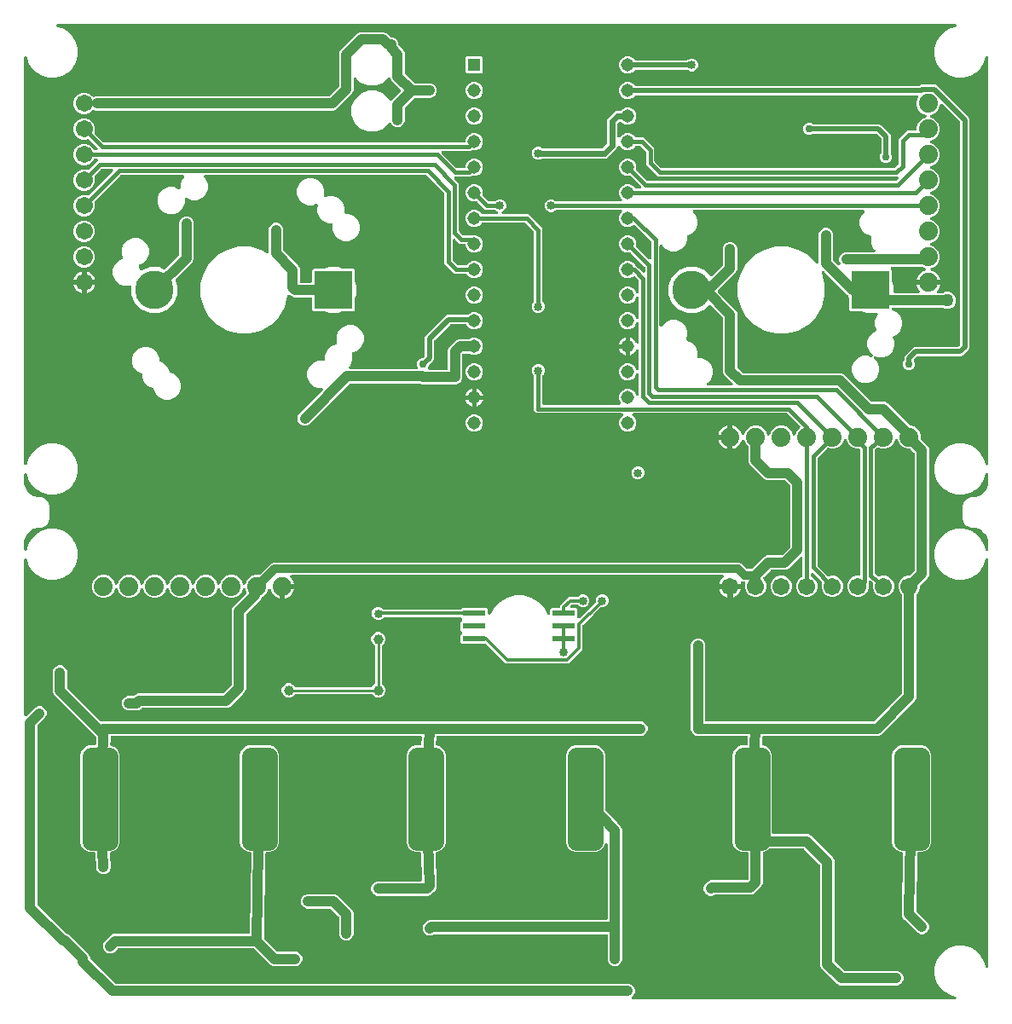
<source format=gbr>
G04 EAGLE Gerber RS-274X export*
G75*
%MOMM*%
%FSLAX34Y34*%
%LPD*%
%INBottom Copper*%
%IPPOS*%
%AMOC8*
5,1,8,0,0,1.08239X$1,22.5*%
G01*
%ADD10R,1.308000X1.308000*%
%ADD11C,1.308000*%
%ADD12C,1.879600*%
%ADD13C,1.705100*%
%ADD14C,3.810000*%
%ADD15R,3.810000X3.810000*%
%ADD16C,1.750000*%
%ADD17R,2.286000X0.609600*%
%ADD18C,0.756400*%
%ADD19C,1.016000*%
%ADD20C,1.275000*%
%ADD21C,0.508000*%
%ADD22C,0.850000*%
%ADD23C,1.000000*%
%ADD24C,0.406400*%
%ADD25C,0.304800*%
%ADD26C,0.254000*%
%ADD27C,0.609600*%
%ADD28C,0.812800*%
%ADD29C,0.906400*%

G36*
X934504Y10433D02*
X934504Y10433D01*
X934653Y10445D01*
X934676Y10453D01*
X934701Y10456D01*
X934842Y10506D01*
X934985Y10552D01*
X935006Y10565D01*
X935029Y10573D01*
X935155Y10654D01*
X935283Y10732D01*
X935301Y10749D01*
X935322Y10762D01*
X935426Y10870D01*
X935534Y10974D01*
X935547Y10995D01*
X935564Y11013D01*
X935641Y11142D01*
X935722Y11267D01*
X935730Y11291D01*
X935743Y11312D01*
X935789Y11455D01*
X935839Y11596D01*
X935842Y11620D01*
X935849Y11644D01*
X935861Y11793D01*
X935878Y11942D01*
X935875Y11967D01*
X935877Y11991D01*
X935855Y12140D01*
X935838Y12288D01*
X935829Y12311D01*
X935826Y12336D01*
X935770Y12475D01*
X935720Y12616D01*
X935706Y12637D01*
X935697Y12660D01*
X935612Y12783D01*
X935530Y12908D01*
X935512Y12926D01*
X935498Y12946D01*
X935387Y13046D01*
X935279Y13150D01*
X935258Y13163D01*
X935239Y13180D01*
X935108Y13252D01*
X934980Y13329D01*
X934951Y13339D01*
X934934Y13348D01*
X934888Y13361D01*
X934749Y13411D01*
X929996Y14684D01*
X924203Y18028D01*
X919474Y22757D01*
X916130Y28550D01*
X914399Y35010D01*
X914399Y41698D01*
X916130Y48158D01*
X919474Y53951D01*
X924203Y58680D01*
X929996Y62024D01*
X936456Y63755D01*
X943144Y63755D01*
X949604Y62024D01*
X955397Y58680D01*
X960126Y53951D01*
X963470Y48158D01*
X964743Y43405D01*
X964798Y43266D01*
X964849Y43125D01*
X964862Y43104D01*
X964872Y43081D01*
X964957Y42958D01*
X965038Y42832D01*
X965056Y42815D01*
X965070Y42794D01*
X965181Y42694D01*
X965289Y42590D01*
X965310Y42577D01*
X965328Y42560D01*
X965459Y42488D01*
X965588Y42411D01*
X965611Y42403D01*
X965633Y42391D01*
X965777Y42350D01*
X965920Y42305D01*
X965944Y42303D01*
X965968Y42296D01*
X966118Y42289D01*
X966267Y42277D01*
X966292Y42280D01*
X966316Y42279D01*
X966463Y42306D01*
X966612Y42328D01*
X966635Y42338D01*
X966659Y42342D01*
X966796Y42402D01*
X966935Y42457D01*
X966956Y42471D01*
X966979Y42481D01*
X967099Y42571D01*
X967222Y42656D01*
X967238Y42674D01*
X967258Y42689D01*
X967355Y42804D01*
X967455Y42915D01*
X967467Y42937D01*
X967483Y42956D01*
X967551Y43089D01*
X967624Y43220D01*
X967630Y43244D01*
X967642Y43266D01*
X967678Y43411D01*
X967718Y43555D01*
X967721Y43585D01*
X967725Y43604D01*
X967726Y43652D01*
X967738Y43799D01*
X967738Y446929D01*
X967721Y447078D01*
X967709Y447227D01*
X967701Y447250D01*
X967698Y447275D01*
X967648Y447416D01*
X967602Y447559D01*
X967589Y447580D01*
X967581Y447603D01*
X967500Y447729D01*
X967422Y447857D01*
X967405Y447875D01*
X967392Y447896D01*
X967284Y448000D01*
X967180Y448108D01*
X967159Y448121D01*
X967141Y448138D01*
X967012Y448215D01*
X966887Y448296D01*
X966863Y448304D01*
X966842Y448317D01*
X966699Y448363D01*
X966558Y448413D01*
X966534Y448416D01*
X966510Y448423D01*
X966361Y448435D01*
X966212Y448452D01*
X966187Y448449D01*
X966163Y448451D01*
X966014Y448429D01*
X965866Y448412D01*
X965843Y448403D01*
X965818Y448400D01*
X965679Y448344D01*
X965538Y448294D01*
X965517Y448280D01*
X965494Y448271D01*
X965371Y448186D01*
X965246Y448104D01*
X965228Y448086D01*
X965208Y448072D01*
X965108Y447961D01*
X965004Y447853D01*
X964991Y447832D01*
X964974Y447813D01*
X964902Y447682D01*
X964825Y447554D01*
X964815Y447525D01*
X964806Y447508D01*
X964793Y447462D01*
X964743Y447323D01*
X963470Y442570D01*
X960126Y436777D01*
X955397Y432048D01*
X949604Y428704D01*
X943144Y426973D01*
X936456Y426973D01*
X929996Y428704D01*
X924203Y432048D01*
X919474Y436777D01*
X916130Y442570D01*
X914399Y449030D01*
X914399Y455718D01*
X916130Y462178D01*
X919474Y467971D01*
X924203Y472700D01*
X929996Y476044D01*
X936456Y477775D01*
X943144Y477775D01*
X949604Y476044D01*
X955397Y472700D01*
X960126Y467971D01*
X963470Y462178D01*
X964743Y457425D01*
X964798Y457286D01*
X964849Y457145D01*
X964862Y457124D01*
X964872Y457101D01*
X964957Y456978D01*
X965038Y456852D01*
X965056Y456835D01*
X965070Y456814D01*
X965181Y456714D01*
X965289Y456610D01*
X965310Y456597D01*
X965328Y456580D01*
X965459Y456508D01*
X965588Y456431D01*
X965611Y456423D01*
X965633Y456411D01*
X965777Y456370D01*
X965920Y456325D01*
X965944Y456323D01*
X965968Y456316D01*
X966118Y456309D01*
X966267Y456297D01*
X966292Y456300D01*
X966316Y456299D01*
X966463Y456326D01*
X966612Y456348D01*
X966635Y456358D01*
X966659Y456362D01*
X966796Y456422D01*
X966935Y456477D01*
X966956Y456491D01*
X966979Y456501D01*
X967099Y456591D01*
X967222Y456676D01*
X967238Y456694D01*
X967258Y456709D01*
X967355Y456824D01*
X967455Y456935D01*
X967467Y456957D01*
X967483Y456976D01*
X967551Y457109D01*
X967624Y457240D01*
X967630Y457264D01*
X967642Y457286D01*
X967678Y457431D01*
X967718Y457575D01*
X967721Y457605D01*
X967725Y457624D01*
X967726Y457672D01*
X967738Y457819D01*
X967738Y463804D01*
X967734Y463841D01*
X967735Y463904D01*
X967617Y465694D01*
X967613Y465721D01*
X967613Y465748D01*
X967569Y465988D01*
X966642Y469447D01*
X966614Y469518D01*
X966595Y469593D01*
X966531Y469727D01*
X966514Y469771D01*
X966503Y469787D01*
X966490Y469814D01*
X964700Y472915D01*
X964654Y472976D01*
X964616Y473044D01*
X964521Y473156D01*
X964492Y473195D01*
X964477Y473207D01*
X964458Y473230D01*
X961926Y475762D01*
X961866Y475810D01*
X961812Y475865D01*
X961690Y475949D01*
X961653Y475978D01*
X961635Y475987D01*
X961611Y476004D01*
X958510Y477794D01*
X958439Y477825D01*
X958373Y477864D01*
X958234Y477914D01*
X958190Y477933D01*
X958171Y477936D01*
X958143Y477946D01*
X954684Y478873D01*
X954657Y478877D01*
X954632Y478886D01*
X954390Y478921D01*
X952600Y479039D01*
X952563Y479037D01*
X952500Y479042D01*
X950479Y479042D01*
X949463Y479463D01*
X946768Y480579D01*
X946744Y480589D01*
X943885Y483448D01*
X943875Y483472D01*
X942338Y487183D01*
X942338Y501131D01*
X943854Y504791D01*
X943854Y504792D01*
X943885Y504866D01*
X946744Y507725D01*
X946818Y507756D01*
X946819Y507756D01*
X950479Y509272D01*
X952500Y509272D01*
X952537Y509276D01*
X952600Y509275D01*
X954390Y509393D01*
X954417Y509397D01*
X954444Y509397D01*
X954684Y509441D01*
X958143Y510368D01*
X958214Y510396D01*
X958289Y510415D01*
X958423Y510479D01*
X958467Y510496D01*
X958483Y510507D01*
X958510Y510520D01*
X961611Y512310D01*
X961672Y512356D01*
X961740Y512394D01*
X961852Y512489D01*
X961891Y512518D01*
X961903Y512533D01*
X961926Y512552D01*
X964458Y515084D01*
X964506Y515144D01*
X964561Y515198D01*
X964645Y515320D01*
X964674Y515357D01*
X964683Y515375D01*
X964700Y515399D01*
X966490Y518500D01*
X966521Y518571D01*
X966560Y518637D01*
X966610Y518776D01*
X966629Y518820D01*
X966632Y518839D01*
X966642Y518867D01*
X967569Y522326D01*
X967573Y522353D01*
X967582Y522378D01*
X967617Y522620D01*
X967735Y524410D01*
X967733Y524447D01*
X967738Y524509D01*
X967738Y531765D01*
X967721Y531914D01*
X967709Y532063D01*
X967701Y532086D01*
X967698Y532111D01*
X967648Y532252D01*
X967602Y532395D01*
X967589Y532416D01*
X967581Y532439D01*
X967500Y532565D01*
X967422Y532693D01*
X967405Y532711D01*
X967392Y532732D01*
X967284Y532836D01*
X967180Y532943D01*
X967159Y532957D01*
X967141Y532974D01*
X967012Y533051D01*
X966887Y533132D01*
X966863Y533140D01*
X966842Y533153D01*
X966700Y533199D01*
X966558Y533249D01*
X966534Y533252D01*
X966510Y533259D01*
X966361Y533271D01*
X966212Y533288D01*
X966187Y533285D01*
X966163Y533287D01*
X966014Y533265D01*
X965866Y533248D01*
X965843Y533239D01*
X965818Y533236D01*
X965679Y533180D01*
X965538Y533130D01*
X965517Y533116D01*
X965494Y533107D01*
X965371Y533022D01*
X965246Y532940D01*
X965228Y532922D01*
X965208Y532908D01*
X965108Y532797D01*
X965004Y532689D01*
X964991Y532668D01*
X964974Y532649D01*
X964902Y532518D01*
X964825Y532390D01*
X964815Y532361D01*
X964806Y532344D01*
X964793Y532298D01*
X964743Y532159D01*
X963470Y527406D01*
X960126Y521613D01*
X955397Y516884D01*
X949604Y513540D01*
X943144Y511809D01*
X936456Y511809D01*
X929996Y513540D01*
X924203Y516884D01*
X919474Y521613D01*
X916130Y527406D01*
X914399Y533866D01*
X914399Y540554D01*
X916130Y547014D01*
X919474Y552807D01*
X924203Y557536D01*
X929996Y560880D01*
X936456Y562611D01*
X943144Y562611D01*
X949604Y560880D01*
X955397Y557536D01*
X960126Y552807D01*
X963470Y547014D01*
X964743Y542261D01*
X964798Y542122D01*
X964849Y541981D01*
X964862Y541960D01*
X964872Y541937D01*
X964957Y541814D01*
X965038Y541688D01*
X965056Y541671D01*
X965070Y541650D01*
X965181Y541550D01*
X965289Y541446D01*
X965310Y541433D01*
X965328Y541416D01*
X965459Y541344D01*
X965588Y541267D01*
X965611Y541259D01*
X965633Y541247D01*
X965777Y541206D01*
X965920Y541161D01*
X965944Y541159D01*
X965968Y541152D01*
X966118Y541145D01*
X966267Y541133D01*
X966292Y541136D01*
X966316Y541135D01*
X966463Y541162D01*
X966612Y541184D01*
X966635Y541194D01*
X966659Y541198D01*
X966796Y541258D01*
X966935Y541313D01*
X966956Y541327D01*
X966979Y541337D01*
X967099Y541427D01*
X967222Y541512D01*
X967238Y541530D01*
X967258Y541545D01*
X967355Y541660D01*
X967455Y541771D01*
X967467Y541793D01*
X967483Y541812D01*
X967551Y541945D01*
X967624Y542076D01*
X967630Y542100D01*
X967642Y542122D01*
X967678Y542267D01*
X967718Y542411D01*
X967721Y542441D01*
X967725Y542460D01*
X967726Y542508D01*
X967738Y542655D01*
X967738Y945785D01*
X967721Y945934D01*
X967709Y946083D01*
X967701Y946106D01*
X967698Y946131D01*
X967648Y946272D01*
X967602Y946415D01*
X967589Y946436D01*
X967581Y946459D01*
X967500Y946585D01*
X967422Y946713D01*
X967405Y946731D01*
X967392Y946752D01*
X967284Y946856D01*
X967180Y946963D01*
X967159Y946977D01*
X967141Y946994D01*
X967012Y947071D01*
X966887Y947152D01*
X966863Y947160D01*
X966842Y947173D01*
X966700Y947219D01*
X966558Y947269D01*
X966534Y947272D01*
X966510Y947279D01*
X966361Y947291D01*
X966212Y947308D01*
X966187Y947305D01*
X966163Y947307D01*
X966014Y947285D01*
X965866Y947268D01*
X965843Y947259D01*
X965818Y947256D01*
X965679Y947200D01*
X965538Y947150D01*
X965517Y947136D01*
X965494Y947127D01*
X965371Y947042D01*
X965246Y946960D01*
X965228Y946942D01*
X965208Y946928D01*
X965108Y946817D01*
X965004Y946709D01*
X964991Y946688D01*
X964974Y946669D01*
X964902Y946538D01*
X964825Y946410D01*
X964815Y946381D01*
X964806Y946364D01*
X964793Y946318D01*
X964743Y946179D01*
X963470Y941426D01*
X960126Y935633D01*
X955397Y930904D01*
X949604Y927560D01*
X943144Y925829D01*
X936456Y925829D01*
X929996Y927560D01*
X924203Y930904D01*
X919474Y935633D01*
X916130Y941426D01*
X914399Y947886D01*
X914399Y954574D01*
X916130Y961034D01*
X919474Y966827D01*
X924203Y971556D01*
X929996Y974900D01*
X934749Y976173D01*
X934888Y976228D01*
X935029Y976279D01*
X935050Y976292D01*
X935073Y976302D01*
X935196Y976387D01*
X935322Y976468D01*
X935339Y976486D01*
X935360Y976500D01*
X935460Y976611D01*
X935564Y976719D01*
X935577Y976740D01*
X935594Y976758D01*
X935666Y976889D01*
X935743Y977018D01*
X935751Y977041D01*
X935763Y977063D01*
X935804Y977207D01*
X935849Y977350D01*
X935851Y977374D01*
X935858Y977398D01*
X935865Y977548D01*
X935877Y977697D01*
X935874Y977722D01*
X935875Y977746D01*
X935848Y977893D01*
X935826Y978042D01*
X935816Y978065D01*
X935812Y978089D01*
X935752Y978226D01*
X935697Y978365D01*
X935683Y978386D01*
X935673Y978409D01*
X935583Y978529D01*
X935498Y978652D01*
X935480Y978668D01*
X935465Y978688D01*
X935350Y978785D01*
X935239Y978885D01*
X935217Y978897D01*
X935198Y978913D01*
X935065Y978981D01*
X934934Y979054D01*
X934910Y979060D01*
X934888Y979072D01*
X934743Y979108D01*
X934599Y979148D01*
X934569Y979151D01*
X934550Y979155D01*
X934502Y979156D01*
X934355Y979168D01*
X43545Y979168D01*
X43396Y979151D01*
X43247Y979139D01*
X43224Y979131D01*
X43199Y979128D01*
X43058Y979078D01*
X42915Y979032D01*
X42894Y979019D01*
X42871Y979011D01*
X42745Y978930D01*
X42617Y978852D01*
X42599Y978835D01*
X42578Y978822D01*
X42474Y978714D01*
X42366Y978610D01*
X42353Y978589D01*
X42336Y978571D01*
X42259Y978442D01*
X42178Y978317D01*
X42170Y978293D01*
X42157Y978272D01*
X42111Y978129D01*
X42061Y977988D01*
X42058Y977964D01*
X42051Y977940D01*
X42039Y977791D01*
X42022Y977642D01*
X42025Y977617D01*
X42023Y977593D01*
X42045Y977444D01*
X42062Y977296D01*
X42071Y977273D01*
X42074Y977248D01*
X42130Y977109D01*
X42180Y976968D01*
X42194Y976947D01*
X42203Y976924D01*
X42288Y976801D01*
X42370Y976676D01*
X42388Y976658D01*
X42402Y976638D01*
X42513Y976538D01*
X42621Y976434D01*
X42642Y976421D01*
X42661Y976404D01*
X42792Y976332D01*
X42920Y976255D01*
X42949Y976245D01*
X42966Y976236D01*
X43012Y976223D01*
X43151Y976173D01*
X47904Y974900D01*
X53697Y971556D01*
X58426Y966827D01*
X61770Y961034D01*
X63501Y954574D01*
X63501Y947886D01*
X61770Y941426D01*
X58426Y935633D01*
X53697Y930904D01*
X47904Y927560D01*
X41444Y925829D01*
X34756Y925829D01*
X28296Y927560D01*
X22503Y930904D01*
X17774Y935633D01*
X14430Y941426D01*
X13168Y946136D01*
X13113Y946275D01*
X13063Y946417D01*
X13049Y946438D01*
X13040Y946461D01*
X12955Y946583D01*
X12874Y946709D01*
X12856Y946727D01*
X12842Y946747D01*
X12731Y946847D01*
X12623Y946952D01*
X12602Y946964D01*
X12583Y946981D01*
X12452Y947054D01*
X12324Y947130D01*
X12300Y947138D01*
X12278Y947150D01*
X12134Y947191D01*
X11992Y947237D01*
X11967Y947239D01*
X11943Y947245D01*
X11793Y947253D01*
X11644Y947265D01*
X11620Y947261D01*
X11595Y947262D01*
X11448Y947235D01*
X11300Y947213D01*
X11277Y947204D01*
X11252Y947199D01*
X11115Y947139D01*
X10976Y947084D01*
X10956Y947070D01*
X10933Y947060D01*
X10812Y946971D01*
X10690Y946885D01*
X10673Y946867D01*
X10653Y946852D01*
X10556Y946737D01*
X10456Y946626D01*
X10444Y946605D01*
X10428Y946586D01*
X10360Y946453D01*
X10288Y946321D01*
X10281Y946297D01*
X10270Y946275D01*
X10234Y946130D01*
X10193Y945986D01*
X10191Y945956D01*
X10186Y945937D01*
X10185Y945890D01*
X10173Y945742D01*
X10173Y542698D01*
X10191Y542549D01*
X10203Y542400D01*
X10210Y542376D01*
X10213Y542352D01*
X10264Y542211D01*
X10310Y542068D01*
X10322Y542047D01*
X10331Y542023D01*
X10412Y541898D01*
X10489Y541769D01*
X10506Y541752D01*
X10520Y541731D01*
X10627Y541627D01*
X10732Y541519D01*
X10753Y541506D01*
X10770Y541488D01*
X10899Y541412D01*
X11025Y541331D01*
X11048Y541322D01*
X11070Y541310D01*
X11212Y541264D01*
X11353Y541214D01*
X11378Y541211D01*
X11402Y541203D01*
X11550Y541191D01*
X11699Y541175D01*
X11724Y541177D01*
X11749Y541175D01*
X11897Y541198D01*
X12046Y541215D01*
X12069Y541223D01*
X12094Y541227D01*
X12233Y541282D01*
X12373Y541333D01*
X12394Y541347D01*
X12417Y541356D01*
X12540Y541441D01*
X12666Y541523D01*
X12683Y541541D01*
X12704Y541555D01*
X12804Y541666D01*
X12908Y541774D01*
X12920Y541795D01*
X12937Y541814D01*
X13009Y541945D01*
X13086Y542073D01*
X13096Y542101D01*
X13106Y542119D01*
X13118Y542164D01*
X13168Y542304D01*
X14430Y547014D01*
X17774Y552807D01*
X22503Y557536D01*
X28296Y560880D01*
X34756Y562611D01*
X41444Y562611D01*
X47904Y560880D01*
X53697Y557536D01*
X58426Y552807D01*
X61770Y547014D01*
X63501Y540554D01*
X63501Y533866D01*
X61770Y527406D01*
X58426Y521613D01*
X53697Y516884D01*
X47904Y513540D01*
X41444Y511809D01*
X34756Y511809D01*
X28296Y513540D01*
X22503Y516884D01*
X17774Y521613D01*
X14430Y527406D01*
X13168Y532116D01*
X13113Y532255D01*
X13063Y532397D01*
X13049Y532418D01*
X13040Y532441D01*
X12955Y532563D01*
X12874Y532689D01*
X12856Y532707D01*
X12842Y532727D01*
X12731Y532827D01*
X12623Y532932D01*
X12602Y532944D01*
X12583Y532961D01*
X12452Y533034D01*
X12324Y533110D01*
X12300Y533118D01*
X12278Y533130D01*
X12134Y533171D01*
X11992Y533217D01*
X11967Y533219D01*
X11943Y533225D01*
X11793Y533233D01*
X11644Y533245D01*
X11620Y533241D01*
X11595Y533242D01*
X11448Y533215D01*
X11300Y533193D01*
X11277Y533184D01*
X11252Y533179D01*
X11115Y533119D01*
X10976Y533064D01*
X10956Y533050D01*
X10933Y533040D01*
X10812Y532951D01*
X10690Y532865D01*
X10673Y532847D01*
X10653Y532832D01*
X10556Y532717D01*
X10456Y532606D01*
X10444Y532585D01*
X10428Y532566D01*
X10360Y532433D01*
X10288Y532301D01*
X10281Y532277D01*
X10270Y532255D01*
X10234Y532110D01*
X10193Y531966D01*
X10191Y531936D01*
X10186Y531917D01*
X10185Y531870D01*
X10173Y531722D01*
X10173Y524335D01*
X10178Y524298D01*
X10177Y524235D01*
X10283Y522620D01*
X10287Y522593D01*
X10287Y522566D01*
X10331Y522326D01*
X11258Y518867D01*
X11286Y518796D01*
X11305Y518721D01*
X11369Y518587D01*
X11386Y518543D01*
X11397Y518527D01*
X11410Y518500D01*
X13200Y515399D01*
X13246Y515338D01*
X13284Y515270D01*
X13379Y515158D01*
X13408Y515119D01*
X13423Y515107D01*
X13442Y515084D01*
X15974Y512552D01*
X16034Y512504D01*
X16088Y512449D01*
X16210Y512365D01*
X16247Y512336D01*
X16265Y512327D01*
X16289Y512310D01*
X19390Y510520D01*
X19461Y510489D01*
X19527Y510450D01*
X19666Y510400D01*
X19710Y510381D01*
X19729Y510378D01*
X19757Y510368D01*
X23216Y509441D01*
X23243Y509437D01*
X23268Y509428D01*
X23510Y509393D01*
X25300Y509275D01*
X25337Y509277D01*
X25400Y509272D01*
X27421Y509272D01*
X31156Y507725D01*
X34015Y504866D01*
X35562Y501131D01*
X35562Y487183D01*
X34015Y483448D01*
X31156Y480589D01*
X27421Y479042D01*
X25399Y479042D01*
X25363Y479038D01*
X25300Y479039D01*
X23510Y478921D01*
X23483Y478917D01*
X23456Y478917D01*
X23216Y478873D01*
X19757Y477946D01*
X19686Y477918D01*
X19611Y477899D01*
X19477Y477835D01*
X19433Y477818D01*
X19417Y477807D01*
X19390Y477794D01*
X16289Y476004D01*
X16228Y475958D01*
X16160Y475920D01*
X16048Y475825D01*
X16009Y475796D01*
X15997Y475781D01*
X15974Y475762D01*
X13442Y473230D01*
X13394Y473170D01*
X13339Y473116D01*
X13255Y472994D01*
X13226Y472957D01*
X13217Y472939D01*
X13200Y472915D01*
X11410Y469814D01*
X11379Y469743D01*
X11340Y469677D01*
X11290Y469538D01*
X11271Y469494D01*
X11268Y469475D01*
X11258Y469447D01*
X10331Y465988D01*
X10327Y465961D01*
X10318Y465936D01*
X10283Y465694D01*
X10165Y463904D01*
X10167Y463867D01*
X10162Y463805D01*
X10162Y457819D01*
X10179Y457670D01*
X10191Y457521D01*
X10199Y457498D01*
X10202Y457473D01*
X10252Y457332D01*
X10298Y457189D01*
X10311Y457168D01*
X10319Y457145D01*
X10400Y457019D01*
X10478Y456891D01*
X10495Y456873D01*
X10508Y456852D01*
X10616Y456748D01*
X10720Y456641D01*
X10741Y456627D01*
X10759Y456610D01*
X10888Y456533D01*
X11013Y456452D01*
X11037Y456444D01*
X11058Y456431D01*
X11200Y456385D01*
X11342Y456335D01*
X11366Y456332D01*
X11390Y456325D01*
X11539Y456313D01*
X11688Y456296D01*
X11713Y456299D01*
X11737Y456297D01*
X11886Y456319D01*
X12034Y456336D01*
X12057Y456345D01*
X12082Y456348D01*
X12221Y456404D01*
X12362Y456454D01*
X12383Y456468D01*
X12406Y456477D01*
X12529Y456562D01*
X12654Y456644D01*
X12672Y456662D01*
X12692Y456676D01*
X12792Y456787D01*
X12896Y456895D01*
X12909Y456916D01*
X12926Y456935D01*
X12998Y457066D01*
X13075Y457194D01*
X13085Y457223D01*
X13094Y457240D01*
X13107Y457286D01*
X13157Y457425D01*
X14430Y462178D01*
X17774Y467971D01*
X22503Y472700D01*
X28296Y476044D01*
X34756Y477775D01*
X41444Y477775D01*
X47904Y476044D01*
X53697Y472700D01*
X58426Y467971D01*
X61770Y462178D01*
X63501Y455718D01*
X63501Y449030D01*
X61770Y442570D01*
X58426Y436777D01*
X53697Y432048D01*
X47904Y428704D01*
X41444Y426973D01*
X34756Y426973D01*
X28296Y428704D01*
X22503Y432048D01*
X17774Y436777D01*
X14430Y442570D01*
X13157Y447323D01*
X13102Y447462D01*
X13051Y447603D01*
X13038Y447624D01*
X13028Y447647D01*
X12943Y447770D01*
X12862Y447896D01*
X12844Y447913D01*
X12830Y447934D01*
X12719Y448034D01*
X12611Y448138D01*
X12590Y448151D01*
X12572Y448168D01*
X12441Y448240D01*
X12312Y448317D01*
X12289Y448325D01*
X12267Y448337D01*
X12123Y448378D01*
X11980Y448423D01*
X11956Y448425D01*
X11932Y448432D01*
X11782Y448439D01*
X11633Y448451D01*
X11608Y448448D01*
X11584Y448449D01*
X11437Y448422D01*
X11288Y448400D01*
X11265Y448390D01*
X11241Y448386D01*
X11104Y448326D01*
X10965Y448271D01*
X10944Y448257D01*
X10921Y448247D01*
X10801Y448157D01*
X10678Y448072D01*
X10662Y448054D01*
X10642Y448039D01*
X10545Y447924D01*
X10445Y447813D01*
X10433Y447791D01*
X10417Y447772D01*
X10349Y447639D01*
X10276Y447508D01*
X10270Y447484D01*
X10258Y447462D01*
X10222Y447317D01*
X10182Y447173D01*
X10179Y447143D01*
X10175Y447124D01*
X10174Y447076D01*
X10162Y446929D01*
X10162Y293138D01*
X10174Y293039D01*
X10175Y292938D01*
X10193Y292866D01*
X10202Y292792D01*
X10236Y292698D01*
X10260Y292600D01*
X10294Y292534D01*
X10319Y292464D01*
X10374Y292380D01*
X10420Y292290D01*
X10468Y292234D01*
X10508Y292171D01*
X10581Y292101D01*
X10646Y292025D01*
X10706Y291981D01*
X10759Y291929D01*
X10845Y291878D01*
X10926Y291818D01*
X10994Y291788D01*
X11058Y291750D01*
X11154Y291720D01*
X11246Y291680D01*
X11319Y291667D01*
X11390Y291644D01*
X11490Y291636D01*
X11589Y291618D01*
X11663Y291622D01*
X11737Y291616D01*
X11837Y291631D01*
X11937Y291636D01*
X12008Y291657D01*
X12082Y291668D01*
X12175Y291705D01*
X12272Y291733D01*
X12337Y291769D01*
X12406Y291796D01*
X12488Y291854D01*
X12576Y291903D01*
X12653Y291968D01*
X12692Y291995D01*
X12716Y292022D01*
X12762Y292061D01*
X21371Y300670D01*
X23985Y301753D01*
X26815Y301753D01*
X29429Y300670D01*
X31430Y298669D01*
X32513Y296055D01*
X32513Y293225D01*
X31430Y290611D01*
X23561Y282742D01*
X23482Y282643D01*
X23398Y282549D01*
X23374Y282507D01*
X23344Y282469D01*
X23290Y282355D01*
X23229Y282244D01*
X23216Y282198D01*
X23195Y282154D01*
X23169Y282030D01*
X23134Y281909D01*
X23129Y281848D01*
X23122Y281813D01*
X23123Y281765D01*
X23115Y281665D01*
X23115Y105177D01*
X23129Y105052D01*
X23136Y104925D01*
X23149Y104879D01*
X23155Y104831D01*
X23197Y104712D01*
X23232Y104590D01*
X23256Y104548D01*
X23272Y104503D01*
X23341Y104397D01*
X23402Y104286D01*
X23442Y104240D01*
X23461Y104210D01*
X23496Y104176D01*
X23561Y104100D01*
X51268Y76393D01*
X51367Y76314D01*
X51461Y76230D01*
X51503Y76206D01*
X51541Y76176D01*
X51655Y76122D01*
X51766Y76061D01*
X51812Y76048D01*
X51856Y76027D01*
X51980Y76001D01*
X52074Y75974D01*
X54754Y74864D01*
X74610Y55008D01*
X75693Y52394D01*
X75693Y51837D01*
X75707Y51712D01*
X75714Y51585D01*
X75727Y51539D01*
X75733Y51491D01*
X75775Y51372D01*
X75810Y51250D01*
X75834Y51208D01*
X75850Y51163D01*
X75919Y51057D01*
X75980Y50946D01*
X76020Y50900D01*
X76039Y50870D01*
X76074Y50836D01*
X76139Y50760D01*
X100290Y26609D01*
X100389Y26530D01*
X100483Y26446D01*
X100525Y26422D01*
X100563Y26392D01*
X100677Y26338D01*
X100788Y26277D01*
X100834Y26264D01*
X100878Y26243D01*
X101002Y26217D01*
X101123Y26182D01*
X101184Y26177D01*
X101219Y26170D01*
X101267Y26171D01*
X101367Y26163D01*
X611015Y26163D01*
X613629Y25080D01*
X615630Y23079D01*
X616713Y20465D01*
X616713Y17635D01*
X615630Y15021D01*
X613625Y13016D01*
X613563Y12938D01*
X613493Y12865D01*
X613455Y12802D01*
X613409Y12743D01*
X613366Y12653D01*
X613314Y12566D01*
X613292Y12496D01*
X613260Y12428D01*
X613239Y12330D01*
X613208Y12234D01*
X613202Y12160D01*
X613186Y12088D01*
X613188Y11987D01*
X613180Y11887D01*
X613191Y11813D01*
X613192Y11739D01*
X613217Y11642D01*
X613232Y11542D01*
X613259Y11473D01*
X613277Y11401D01*
X613323Y11312D01*
X613360Y11219D01*
X613403Y11157D01*
X613437Y11091D01*
X613502Y11015D01*
X613559Y10932D01*
X613615Y10883D01*
X613663Y10826D01*
X613744Y10766D01*
X613818Y10699D01*
X613883Y10663D01*
X613943Y10619D01*
X614035Y10579D01*
X614123Y10530D01*
X614195Y10510D01*
X614263Y10481D01*
X614362Y10463D01*
X614459Y10436D01*
X614559Y10428D01*
X614606Y10419D01*
X614642Y10421D01*
X614702Y10416D01*
X934355Y10416D01*
X934504Y10433D01*
G37*
%LPC*%
G36*
X820275Y24637D02*
X820275Y24637D01*
X817661Y25720D01*
X801690Y41691D01*
X800607Y44305D01*
X800607Y143743D01*
X800593Y143868D01*
X800586Y143995D01*
X800573Y144041D01*
X800567Y144089D01*
X800525Y144208D01*
X800490Y144330D01*
X800466Y144372D01*
X800450Y144417D01*
X800381Y144524D01*
X800320Y144634D01*
X800280Y144680D01*
X800261Y144710D01*
X800226Y144744D01*
X800161Y144820D01*
X784900Y160081D01*
X784801Y160160D01*
X784707Y160244D01*
X784665Y160268D01*
X784627Y160298D01*
X784513Y160352D01*
X784402Y160413D01*
X784356Y160426D01*
X784312Y160447D01*
X784189Y160473D01*
X784067Y160508D01*
X784006Y160513D01*
X783971Y160520D01*
X783923Y160519D01*
X783823Y160527D01*
X750543Y160527D01*
X750418Y160513D01*
X750291Y160506D01*
X750245Y160493D01*
X750197Y160487D01*
X750078Y160445D01*
X749957Y160410D01*
X749914Y160386D01*
X749869Y160370D01*
X749763Y160301D01*
X749652Y160240D01*
X749606Y160200D01*
X749576Y160181D01*
X749543Y160146D01*
X749466Y160081D01*
X747998Y158613D01*
X744653Y157227D01*
X744586Y157190D01*
X744515Y157162D01*
X744434Y157106D01*
X744348Y157058D01*
X744292Y157007D01*
X744229Y156963D01*
X744163Y156890D01*
X744090Y156824D01*
X744047Y156761D01*
X743996Y156704D01*
X743948Y156618D01*
X743892Y156537D01*
X743864Y156466D01*
X743827Y156399D01*
X743800Y156304D01*
X743764Y156213D01*
X743753Y156137D01*
X743732Y156064D01*
X743720Y155915D01*
X743713Y155868D01*
X743715Y155849D01*
X743713Y155820D01*
X743713Y125585D01*
X742630Y122971D01*
X735549Y115890D01*
X732935Y114807D01*
X696934Y114807D01*
X696932Y114807D01*
X696930Y114807D01*
X696759Y114787D01*
X696588Y114767D01*
X696586Y114767D01*
X696584Y114766D01*
X696351Y114691D01*
X693565Y113537D01*
X690735Y113537D01*
X688121Y114620D01*
X686120Y116621D01*
X685037Y119235D01*
X685037Y122065D01*
X686120Y124679D01*
X689391Y127950D01*
X692005Y129033D01*
X727943Y129033D01*
X728068Y129047D01*
X728195Y129054D01*
X728241Y129067D01*
X728289Y129073D01*
X728408Y129115D01*
X728530Y129150D01*
X728572Y129174D01*
X728617Y129190D01*
X728723Y129259D01*
X728834Y129320D01*
X728880Y129360D01*
X728910Y129379D01*
X728944Y129414D01*
X728952Y129421D01*
X728971Y129434D01*
X728983Y129447D01*
X729020Y129479D01*
X729041Y129500D01*
X729107Y129583D01*
X729152Y129630D01*
X729162Y129646D01*
X729204Y129693D01*
X729228Y129735D01*
X729258Y129773D01*
X729312Y129887D01*
X729373Y129998D01*
X729386Y130044D01*
X729407Y130088D01*
X729433Y130212D01*
X729468Y130333D01*
X729473Y130394D01*
X729480Y130429D01*
X729479Y130477D01*
X729487Y130577D01*
X729487Y155448D01*
X729484Y155474D01*
X729486Y155500D01*
X729464Y155647D01*
X729447Y155794D01*
X729439Y155819D01*
X729435Y155845D01*
X729380Y155983D01*
X729330Y156122D01*
X729316Y156144D01*
X729306Y156169D01*
X729221Y156290D01*
X729141Y156415D01*
X729122Y156433D01*
X729107Y156455D01*
X728997Y156554D01*
X728890Y156657D01*
X728868Y156671D01*
X728848Y156688D01*
X728718Y156760D01*
X728591Y156836D01*
X728566Y156844D01*
X728543Y156857D01*
X728400Y156897D01*
X728259Y156942D01*
X728233Y156944D01*
X728208Y156952D01*
X727964Y156971D01*
X722245Y156971D01*
X718282Y158613D01*
X715249Y161646D01*
X713607Y165609D01*
X713607Y253999D01*
X715249Y257962D01*
X718282Y260995D01*
X722245Y262637D01*
X727196Y262637D01*
X727357Y262655D01*
X727519Y262671D01*
X727530Y262675D01*
X727542Y262677D01*
X727695Y262731D01*
X727849Y262784D01*
X727859Y262790D01*
X727870Y262794D01*
X728007Y262882D01*
X728145Y262968D01*
X728153Y262977D01*
X728163Y262983D01*
X728276Y263101D01*
X728391Y263215D01*
X728397Y263225D01*
X728405Y263234D01*
X728489Y263374D01*
X728574Y263512D01*
X728578Y263523D01*
X728584Y263533D01*
X728633Y263688D01*
X728685Y263842D01*
X728687Y263856D01*
X728690Y263865D01*
X728693Y263899D01*
X728717Y264084D01*
X729045Y270688D01*
X729041Y270752D01*
X729046Y270816D01*
X729030Y270926D01*
X729023Y271036D01*
X729004Y271097D01*
X728995Y271161D01*
X728954Y271264D01*
X728922Y271370D01*
X728890Y271425D01*
X728866Y271485D01*
X728803Y271576D01*
X728747Y271672D01*
X728704Y271718D01*
X728667Y271771D01*
X728585Y271845D01*
X728509Y271926D01*
X728456Y271961D01*
X728408Y272004D01*
X728311Y272058D01*
X728219Y272119D01*
X728159Y272142D01*
X728103Y272173D01*
X727997Y272203D01*
X727893Y272242D01*
X727830Y272250D01*
X727768Y272268D01*
X727581Y272283D01*
X727547Y272287D01*
X727538Y272286D01*
X727524Y272287D01*
X678035Y272287D01*
X675421Y273370D01*
X673420Y275371D01*
X672337Y277985D01*
X672337Y363365D01*
X673420Y365979D01*
X675421Y367980D01*
X678035Y369063D01*
X680865Y369063D01*
X683479Y367980D01*
X685480Y365979D01*
X686563Y363365D01*
X686563Y288036D01*
X686566Y288010D01*
X686564Y287984D01*
X686586Y287837D01*
X686603Y287690D01*
X686611Y287665D01*
X686615Y287639D01*
X686670Y287501D01*
X686720Y287362D01*
X686734Y287340D01*
X686744Y287315D01*
X686829Y287194D01*
X686909Y287069D01*
X686928Y287051D01*
X686943Y287029D01*
X687053Y286930D01*
X687160Y286827D01*
X687182Y286813D01*
X687202Y286796D01*
X687332Y286724D01*
X687459Y286648D01*
X687484Y286640D01*
X687507Y286627D01*
X687650Y286587D01*
X687791Y286542D01*
X687817Y286540D01*
X687842Y286532D01*
X688086Y286513D01*
X735104Y286513D01*
X735242Y286529D01*
X735380Y286538D01*
X735423Y286549D01*
X735450Y286553D01*
X735497Y286569D01*
X735519Y286575D01*
X736739Y286515D01*
X736768Y286516D01*
X736815Y286513D01*
X853673Y286513D01*
X853798Y286527D01*
X853925Y286534D01*
X853971Y286547D01*
X854019Y286553D01*
X854138Y286595D01*
X854260Y286630D01*
X854302Y286654D01*
X854347Y286670D01*
X854453Y286739D01*
X854564Y286800D01*
X854610Y286840D01*
X854640Y286859D01*
X854674Y286894D01*
X854750Y286959D01*
X881441Y313650D01*
X881520Y313749D01*
X881604Y313843D01*
X881628Y313885D01*
X881658Y313923D01*
X881712Y314037D01*
X881773Y314148D01*
X881786Y314194D01*
X881807Y314238D01*
X881833Y314362D01*
X881868Y314483D01*
X881873Y314544D01*
X881880Y314579D01*
X881879Y314627D01*
X881887Y314727D01*
X881887Y412174D01*
X881873Y412300D01*
X881866Y412426D01*
X881853Y412472D01*
X881847Y412520D01*
X881805Y412639D01*
X881770Y412761D01*
X881746Y412803D01*
X881730Y412848D01*
X881661Y412955D01*
X881600Y413065D01*
X881560Y413111D01*
X881541Y413141D01*
X881506Y413175D01*
X881441Y413251D01*
X880049Y414643D01*
X878442Y418524D01*
X878442Y422724D01*
X880049Y426605D01*
X883019Y429575D01*
X886900Y431182D01*
X888868Y431182D01*
X888994Y431197D01*
X889120Y431203D01*
X889167Y431217D01*
X889215Y431222D01*
X889334Y431265D01*
X889455Y431300D01*
X889497Y431323D01*
X889543Y431340D01*
X889649Y431408D01*
X889759Y431470D01*
X889805Y431509D01*
X889835Y431529D01*
X889869Y431563D01*
X889945Y431628D01*
X894141Y435824D01*
X894220Y435923D01*
X894304Y436017D01*
X894328Y436059D01*
X894358Y436097D01*
X894412Y436211D01*
X894473Y436322D01*
X894486Y436368D01*
X894507Y436412D01*
X894533Y436536D01*
X894568Y436657D01*
X894573Y436718D01*
X894580Y436753D01*
X894579Y436801D01*
X894587Y436901D01*
X894587Y552683D01*
X894573Y552808D01*
X894566Y552935D01*
X894553Y552981D01*
X894547Y553029D01*
X894505Y553148D01*
X894470Y553270D01*
X894446Y553312D01*
X894430Y553357D01*
X894400Y553404D01*
X894396Y553414D01*
X894362Y553463D01*
X894361Y553463D01*
X894300Y553574D01*
X894260Y553620D01*
X894241Y553650D01*
X894213Y553677D01*
X894197Y553700D01*
X894177Y553718D01*
X894141Y553760D01*
X890818Y557083D01*
X890719Y557162D01*
X890625Y557246D01*
X890583Y557270D01*
X890545Y557300D01*
X890431Y557354D01*
X890320Y557415D01*
X890274Y557428D01*
X890230Y557449D01*
X890106Y557475D01*
X889985Y557510D01*
X889924Y557515D01*
X889889Y557522D01*
X889841Y557521D01*
X889741Y557529D01*
X886726Y557529D01*
X882525Y559270D01*
X879310Y562485D01*
X877707Y566353D01*
X877659Y566441D01*
X877619Y566533D01*
X877574Y566593D01*
X877538Y566658D01*
X877470Y566732D01*
X877411Y566813D01*
X877354Y566861D01*
X877304Y566916D01*
X877221Y566973D01*
X877145Y567038D01*
X877078Y567072D01*
X877017Y567114D01*
X876924Y567151D01*
X876834Y567197D01*
X876762Y567215D01*
X876693Y567242D01*
X876594Y567256D01*
X876496Y567281D01*
X876422Y567282D01*
X876348Y567293D01*
X876248Y567284D01*
X876148Y567286D01*
X876075Y567270D01*
X876001Y567264D01*
X875905Y567233D01*
X875807Y567211D01*
X875740Y567180D01*
X875669Y567157D01*
X875583Y567105D01*
X875492Y567062D01*
X875434Y567015D01*
X875371Y566977D01*
X875298Y566907D01*
X875220Y566844D01*
X875174Y566786D01*
X875121Y566734D01*
X875066Y566650D01*
X875004Y566571D01*
X874958Y566481D01*
X874932Y566441D01*
X874920Y566407D01*
X874893Y566353D01*
X873290Y562485D01*
X870075Y559270D01*
X865874Y557529D01*
X861326Y557529D01*
X858529Y558688D01*
X858368Y558734D01*
X858210Y558781D01*
X858202Y558781D01*
X858194Y558784D01*
X858027Y558792D01*
X857862Y558802D01*
X857854Y558800D01*
X857846Y558801D01*
X857682Y558771D01*
X857518Y558743D01*
X857511Y558739D01*
X857503Y558738D01*
X857350Y558671D01*
X857197Y558607D01*
X857189Y558602D01*
X857183Y558599D01*
X857162Y558583D01*
X856994Y558470D01*
X855536Y557304D01*
X855511Y557278D01*
X855481Y557257D01*
X855389Y557155D01*
X855291Y557056D01*
X855272Y557025D01*
X855248Y556998D01*
X855181Y556877D01*
X855108Y556760D01*
X855097Y556725D01*
X855079Y556693D01*
X855042Y556560D01*
X854998Y556429D01*
X854994Y556393D01*
X854984Y556358D01*
X854965Y556114D01*
X854965Y434326D01*
X854965Y434325D01*
X854989Y434114D01*
X855005Y433980D01*
X855005Y433979D01*
X855063Y433816D01*
X855122Y433652D01*
X855122Y433651D01*
X855214Y433510D01*
X855311Y433359D01*
X855312Y433358D01*
X855482Y433183D01*
X858241Y430754D01*
X858264Y430738D01*
X858283Y430719D01*
X858407Y430639D01*
X858527Y430556D01*
X858553Y430545D01*
X858577Y430530D01*
X858715Y430481D01*
X858851Y430427D01*
X858879Y430423D01*
X858905Y430414D01*
X859051Y430397D01*
X859196Y430376D01*
X859224Y430378D01*
X859251Y430375D01*
X859397Y430392D01*
X859543Y430404D01*
X859570Y430412D01*
X859597Y430416D01*
X859830Y430491D01*
X861500Y431182D01*
X865700Y431182D01*
X869581Y429575D01*
X872551Y426605D01*
X874158Y422724D01*
X874158Y418524D01*
X872551Y414643D01*
X869581Y411673D01*
X865700Y410066D01*
X861500Y410066D01*
X857619Y411673D01*
X854649Y414643D01*
X853042Y418524D01*
X853042Y422724D01*
X853164Y423019D01*
X853198Y423139D01*
X853240Y423257D01*
X853246Y423307D01*
X853260Y423355D01*
X853266Y423479D01*
X853280Y423603D01*
X853274Y423653D01*
X853277Y423703D01*
X853254Y423825D01*
X853240Y423949D01*
X853223Y423996D01*
X853214Y424046D01*
X853164Y424160D01*
X853122Y424277D01*
X853095Y424319D01*
X853075Y424365D01*
X853001Y424465D01*
X852933Y424570D01*
X852889Y424616D01*
X852867Y424645D01*
X852831Y424676D01*
X852763Y424746D01*
X851144Y426171D01*
X851102Y426200D01*
X851064Y426236D01*
X850959Y426299D01*
X850858Y426369D01*
X850810Y426389D01*
X850765Y426415D01*
X850648Y426453D01*
X850534Y426498D01*
X850483Y426506D01*
X850433Y426521D01*
X850311Y426531D01*
X850189Y426549D01*
X850138Y426545D01*
X850086Y426549D01*
X849964Y426531D01*
X849842Y426521D01*
X849793Y426505D01*
X849741Y426498D01*
X849627Y426452D01*
X849510Y426415D01*
X849466Y426388D01*
X849417Y426369D01*
X849317Y426299D01*
X849211Y426236D01*
X849174Y426200D01*
X849131Y426170D01*
X849049Y426079D01*
X848961Y425994D01*
X848933Y425950D01*
X848898Y425911D01*
X848838Y425804D01*
X848772Y425701D01*
X848754Y425652D01*
X848729Y425606D01*
X848696Y425488D01*
X848654Y425372D01*
X848649Y425321D01*
X848634Y425271D01*
X848615Y425027D01*
X848615Y423374D01*
X848615Y423372D01*
X848615Y423370D01*
X848635Y423199D01*
X848655Y423027D01*
X848655Y423025D01*
X848656Y423023D01*
X848731Y422791D01*
X848758Y422724D01*
X848758Y418524D01*
X847151Y414643D01*
X844181Y411673D01*
X840300Y410066D01*
X836100Y410066D01*
X832219Y411673D01*
X829249Y414643D01*
X827642Y418524D01*
X827642Y422724D01*
X829249Y426605D01*
X832219Y429575D01*
X836100Y431182D01*
X838962Y431182D01*
X838988Y431185D01*
X839014Y431183D01*
X839161Y431205D01*
X839308Y431222D01*
X839333Y431231D01*
X839359Y431235D01*
X839497Y431290D01*
X839636Y431340D01*
X839658Y431354D01*
X839683Y431364D01*
X839804Y431448D01*
X839929Y431529D01*
X839947Y431548D01*
X839969Y431562D01*
X840068Y431672D01*
X840171Y431779D01*
X840185Y431802D01*
X840202Y431821D01*
X840274Y431951D01*
X840350Y432078D01*
X840358Y432103D01*
X840371Y432126D01*
X840411Y432269D01*
X840456Y432410D01*
X840458Y432436D01*
X840466Y432462D01*
X840485Y432705D01*
X840485Y556006D01*
X840482Y556032D01*
X840484Y556058D01*
X840462Y556205D01*
X840445Y556352D01*
X840437Y556377D01*
X840433Y556403D01*
X840378Y556541D01*
X840328Y556680D01*
X840314Y556702D01*
X840304Y556727D01*
X840219Y556848D01*
X840139Y556973D01*
X840120Y556991D01*
X840105Y557013D01*
X839995Y557112D01*
X839888Y557215D01*
X839866Y557229D01*
X839846Y557246D01*
X839716Y557318D01*
X839589Y557394D01*
X839564Y557402D01*
X839541Y557415D01*
X839398Y557455D01*
X839257Y557500D01*
X839231Y557502D01*
X839206Y557510D01*
X838962Y557529D01*
X835926Y557529D01*
X831725Y559270D01*
X828510Y562485D01*
X826907Y566353D01*
X826859Y566441D01*
X826819Y566533D01*
X826774Y566593D01*
X826738Y566658D01*
X826670Y566732D01*
X826611Y566813D01*
X826554Y566861D01*
X826504Y566916D01*
X826421Y566973D01*
X826345Y567038D01*
X826278Y567072D01*
X826217Y567114D01*
X826124Y567151D01*
X826034Y567197D01*
X825962Y567215D01*
X825893Y567242D01*
X825794Y567256D01*
X825696Y567281D01*
X825622Y567282D01*
X825548Y567293D01*
X825448Y567284D01*
X825348Y567286D01*
X825275Y567270D01*
X825201Y567264D01*
X825105Y567233D01*
X825007Y567211D01*
X824940Y567180D01*
X824869Y567157D01*
X824783Y567105D01*
X824692Y567062D01*
X824634Y567015D01*
X824571Y566977D01*
X824498Y566907D01*
X824420Y566844D01*
X824374Y566786D01*
X824321Y566734D01*
X824266Y566650D01*
X824204Y566571D01*
X824158Y566481D01*
X824132Y566441D01*
X824120Y566407D01*
X824093Y566353D01*
X822490Y562485D01*
X819275Y559270D01*
X815074Y557529D01*
X810526Y557529D01*
X809056Y558138D01*
X808983Y558159D01*
X808913Y558189D01*
X808816Y558207D01*
X808721Y558234D01*
X808645Y558238D01*
X808570Y558251D01*
X808471Y558246D01*
X808373Y558251D01*
X808298Y558237D01*
X808222Y558233D01*
X808127Y558206D01*
X808030Y558188D01*
X807960Y558158D01*
X807887Y558137D01*
X807801Y558089D01*
X807711Y558049D01*
X807649Y558004D01*
X807583Y557966D01*
X807469Y557870D01*
X807431Y557841D01*
X807419Y557827D01*
X807396Y557808D01*
X798261Y548672D01*
X798182Y548573D01*
X798098Y548480D01*
X798074Y548437D01*
X798044Y548399D01*
X797990Y548285D01*
X797929Y548175D01*
X797916Y548128D01*
X797895Y548084D01*
X797869Y547961D01*
X797834Y547839D01*
X797829Y547778D01*
X797822Y547744D01*
X797823Y547696D01*
X797815Y547595D01*
X797815Y441989D01*
X797829Y441863D01*
X797836Y441737D01*
X797849Y441690D01*
X797855Y441642D01*
X797897Y441523D01*
X797932Y441402D01*
X797956Y441360D01*
X797972Y441314D01*
X798041Y441208D01*
X798102Y441098D01*
X798142Y441052D01*
X798161Y441022D01*
X798196Y440988D01*
X798261Y440912D01*
X808064Y431108D01*
X808124Y431061D01*
X808177Y431006D01*
X808260Y430953D01*
X808337Y430892D01*
X808406Y430859D01*
X808471Y430818D01*
X808563Y430785D01*
X808652Y430743D01*
X808727Y430727D01*
X808799Y430701D01*
X808897Y430690D01*
X808993Y430669D01*
X809069Y430671D01*
X809145Y430662D01*
X809243Y430674D01*
X809341Y430675D01*
X809415Y430694D01*
X809491Y430703D01*
X809634Y430749D01*
X809679Y430760D01*
X809696Y430769D01*
X809724Y430778D01*
X810700Y431182D01*
X814900Y431182D01*
X818781Y429575D01*
X821751Y426605D01*
X823358Y422724D01*
X823358Y418524D01*
X821751Y414643D01*
X818781Y411673D01*
X814900Y410066D01*
X810700Y410066D01*
X806819Y411673D01*
X803849Y414643D01*
X802242Y418524D01*
X802242Y422724D01*
X802646Y423700D01*
X802667Y423773D01*
X802697Y423844D01*
X802715Y423940D01*
X802742Y424035D01*
X802745Y424111D01*
X802759Y424187D01*
X802754Y424285D01*
X802759Y424383D01*
X802745Y424458D01*
X802741Y424535D01*
X802714Y424629D01*
X802696Y424726D01*
X802666Y424796D01*
X802644Y424869D01*
X802596Y424955D01*
X802557Y425046D01*
X802511Y425107D01*
X802474Y425174D01*
X802377Y425287D01*
X802349Y425325D01*
X802335Y425338D01*
X802316Y425360D01*
X794065Y433611D01*
X793987Y433673D01*
X793914Y433743D01*
X793850Y433781D01*
X793792Y433827D01*
X793701Y433870D01*
X793615Y433922D01*
X793544Y433944D01*
X793477Y433976D01*
X793379Y433997D01*
X793283Y434028D01*
X793209Y434034D01*
X793136Y434049D01*
X793036Y434048D01*
X792936Y434056D01*
X792862Y434045D01*
X792788Y434043D01*
X792691Y434019D01*
X792591Y434004D01*
X792522Y433977D01*
X792450Y433958D01*
X792360Y433912D01*
X792267Y433875D01*
X792206Y433833D01*
X792140Y433799D01*
X792063Y433734D01*
X791981Y433676D01*
X791931Y433621D01*
X791875Y433573D01*
X791815Y433492D01*
X791748Y433418D01*
X791712Y433353D01*
X791667Y433293D01*
X791628Y433201D01*
X791579Y433113D01*
X791559Y433041D01*
X791529Y432973D01*
X791512Y432874D01*
X791484Y432777D01*
X791476Y432677D01*
X791468Y432630D01*
X791470Y432594D01*
X791465Y432533D01*
X791465Y431386D01*
X791473Y431310D01*
X791472Y431234D01*
X791493Y431138D01*
X791505Y431040D01*
X791530Y430968D01*
X791547Y430893D01*
X791589Y430805D01*
X791622Y430712D01*
X791664Y430648D01*
X791696Y430579D01*
X791758Y430502D01*
X791811Y430419D01*
X791866Y430366D01*
X791914Y430306D01*
X791991Y430245D01*
X792062Y430177D01*
X792127Y430138D01*
X792187Y430090D01*
X792321Y430022D01*
X792361Y429998D01*
X792379Y429992D01*
X792405Y429979D01*
X793381Y429575D01*
X796351Y426605D01*
X797958Y422724D01*
X797958Y418524D01*
X796351Y414643D01*
X793381Y411673D01*
X789500Y410066D01*
X785300Y410066D01*
X781419Y411673D01*
X778449Y414643D01*
X776842Y418524D01*
X776842Y422724D01*
X778449Y426605D01*
X781419Y429575D01*
X782395Y429979D01*
X782462Y430016D01*
X782533Y430044D01*
X782614Y430100D01*
X782700Y430148D01*
X782756Y430200D01*
X782819Y430243D01*
X782885Y430316D01*
X782958Y430382D01*
X783001Y430445D01*
X783052Y430502D01*
X783100Y430588D01*
X783156Y430669D01*
X783184Y430740D01*
X783221Y430807D01*
X783248Y430902D01*
X783284Y430993D01*
X783295Y431069D01*
X783316Y431143D01*
X783328Y431291D01*
X783335Y431338D01*
X783333Y431357D01*
X783335Y431386D01*
X783335Y448543D01*
X783324Y448643D01*
X783322Y448743D01*
X783304Y448815D01*
X783295Y448889D01*
X783262Y448984D01*
X783237Y449081D01*
X783203Y449147D01*
X783178Y449217D01*
X783123Y449302D01*
X783077Y449391D01*
X783029Y449448D01*
X782989Y449510D01*
X782917Y449580D01*
X782852Y449656D01*
X782792Y449701D01*
X782738Y449752D01*
X782652Y449804D01*
X782571Y449863D01*
X782503Y449893D01*
X782439Y449931D01*
X782343Y449962D01*
X782251Y450001D01*
X782178Y450015D01*
X782107Y450037D01*
X782007Y450045D01*
X781908Y450063D01*
X781834Y450059D01*
X781760Y450065D01*
X781660Y450050D01*
X781560Y450045D01*
X781489Y450025D01*
X781415Y450014D01*
X781322Y449976D01*
X781225Y449949D01*
X781160Y449912D01*
X781091Y449885D01*
X781009Y449828D01*
X780921Y449779D01*
X780845Y449713D01*
X780805Y449686D01*
X780781Y449659D01*
X780735Y449620D01*
X771800Y440685D01*
X769585Y438470D01*
X766971Y437387D01*
X752877Y437387D01*
X752752Y437373D01*
X752625Y437366D01*
X752579Y437353D01*
X752531Y437347D01*
X752412Y437305D01*
X752290Y437270D01*
X752248Y437246D01*
X752203Y437230D01*
X752096Y437161D01*
X751986Y437100D01*
X751940Y437060D01*
X751910Y437041D01*
X751876Y437006D01*
X751800Y436941D01*
X744584Y429725D01*
X744568Y429705D01*
X744548Y429688D01*
X744460Y429568D01*
X744368Y429452D01*
X744357Y429429D01*
X744341Y429408D01*
X744282Y429271D01*
X744219Y429137D01*
X744213Y429112D01*
X744203Y429088D01*
X744177Y428941D01*
X744145Y428797D01*
X744146Y428771D01*
X744141Y428745D01*
X744149Y428596D01*
X744151Y428448D01*
X744158Y428423D01*
X744159Y428397D01*
X744200Y428254D01*
X744236Y428110D01*
X744248Y428087D01*
X744256Y428062D01*
X744328Y427932D01*
X744396Y427800D01*
X744413Y427780D01*
X744426Y427758D01*
X744584Y427571D01*
X745551Y426605D01*
X747158Y422724D01*
X747158Y418524D01*
X745551Y414643D01*
X742581Y411673D01*
X738700Y410066D01*
X734500Y410066D01*
X730619Y411673D01*
X727649Y414643D01*
X726042Y418524D01*
X726042Y422724D01*
X726403Y423597D01*
X726445Y423742D01*
X726490Y423885D01*
X726492Y423909D01*
X726499Y423932D01*
X726506Y424083D01*
X726518Y424232D01*
X726515Y424256D01*
X726516Y424280D01*
X726489Y424428D01*
X726467Y424577D01*
X726458Y424599D01*
X726453Y424623D01*
X726394Y424761D01*
X726338Y424901D01*
X726324Y424921D01*
X726315Y424943D01*
X726225Y425064D01*
X726139Y425187D01*
X726121Y425203D01*
X726107Y425223D01*
X725992Y425320D01*
X725880Y425420D01*
X725859Y425432D01*
X725841Y425448D01*
X725707Y425516D01*
X725575Y425589D01*
X725552Y425595D01*
X725530Y425606D01*
X725385Y425643D01*
X725240Y425684D01*
X725211Y425686D01*
X725192Y425691D01*
X725145Y425691D01*
X724996Y425703D01*
X724211Y425703D01*
X723767Y425887D01*
X723728Y425898D01*
X723692Y425916D01*
X723561Y425946D01*
X723432Y425983D01*
X723392Y425985D01*
X723352Y425994D01*
X723218Y425993D01*
X723084Y426000D01*
X723044Y425992D01*
X723003Y425992D01*
X722873Y425961D01*
X722741Y425937D01*
X722704Y425921D01*
X722664Y425912D01*
X722544Y425852D01*
X722422Y425798D01*
X722389Y425774D01*
X722353Y425756D01*
X722249Y425670D01*
X722142Y425590D01*
X722116Y425559D01*
X722084Y425533D01*
X722003Y425427D01*
X721917Y425324D01*
X721898Y425288D01*
X721874Y425256D01*
X721819Y425134D01*
X721758Y425014D01*
X721748Y424975D01*
X721732Y424937D01*
X721706Y424806D01*
X721674Y424676D01*
X721673Y424635D01*
X721666Y424595D01*
X721671Y424462D01*
X721669Y424328D01*
X721678Y424288D01*
X721679Y424247D01*
X721736Y424009D01*
X721938Y423386D01*
X712439Y423386D01*
X712413Y423383D01*
X712387Y423385D01*
X712240Y423363D01*
X712093Y423346D01*
X712068Y423337D01*
X712042Y423333D01*
X711904Y423279D01*
X711765Y423229D01*
X711743Y423214D01*
X711718Y423205D01*
X711597Y423120D01*
X711472Y423040D01*
X711454Y423021D01*
X711432Y423006D01*
X711333Y422896D01*
X711230Y422789D01*
X711216Y422766D01*
X711199Y422747D01*
X711195Y422741D01*
X711138Y422830D01*
X711119Y422848D01*
X711104Y422870D01*
X710994Y422969D01*
X710887Y423072D01*
X710865Y423086D01*
X710845Y423103D01*
X710715Y423175D01*
X710588Y423251D01*
X710563Y423259D01*
X710540Y423272D01*
X710397Y423312D01*
X710256Y423357D01*
X710230Y423359D01*
X710205Y423366D01*
X709961Y423386D01*
X700462Y423386D01*
X700944Y424872D01*
X701735Y426424D01*
X702759Y427833D01*
X703991Y429065D01*
X704311Y429298D01*
X704345Y429328D01*
X704383Y429353D01*
X704473Y429446D01*
X704568Y429533D01*
X704594Y429571D01*
X704625Y429604D01*
X704692Y429715D01*
X704764Y429821D01*
X704781Y429864D01*
X704804Y429903D01*
X704843Y430026D01*
X704890Y430146D01*
X704896Y430191D01*
X704910Y430235D01*
X704921Y430364D01*
X704939Y430491D01*
X704935Y430537D01*
X704938Y430582D01*
X704919Y430710D01*
X704908Y430839D01*
X704893Y430882D01*
X704887Y430927D01*
X704839Y431047D01*
X704798Y431170D01*
X704775Y431208D01*
X704758Y431251D01*
X704684Y431357D01*
X704617Y431467D01*
X704585Y431500D01*
X704559Y431537D01*
X704463Y431623D01*
X704373Y431715D01*
X704334Y431740D01*
X704300Y431770D01*
X704187Y431833D01*
X704078Y431902D01*
X704035Y431917D01*
X703995Y431939D01*
X703871Y431974D01*
X703749Y432016D01*
X703704Y432021D01*
X703660Y432034D01*
X703416Y432053D01*
X275832Y432053D01*
X275732Y432042D01*
X275632Y432040D01*
X275560Y432022D01*
X275486Y432013D01*
X275391Y431979D01*
X275294Y431955D01*
X275228Y431921D01*
X275158Y431896D01*
X275073Y431841D01*
X274984Y431795D01*
X274927Y431747D01*
X274865Y431707D01*
X274795Y431635D01*
X274719Y431570D01*
X274674Y431510D01*
X274623Y431456D01*
X274571Y431370D01*
X274512Y431289D01*
X274482Y431221D01*
X274444Y431157D01*
X274413Y431061D01*
X274374Y430969D01*
X274360Y430896D01*
X274338Y430825D01*
X274330Y430725D01*
X274312Y430626D01*
X274316Y430552D01*
X274310Y430478D01*
X274325Y430378D01*
X274330Y430278D01*
X274350Y430207D01*
X274361Y430133D01*
X274399Y430040D01*
X274426Y429943D01*
X274463Y429878D01*
X274490Y429809D01*
X274547Y429727D01*
X274596Y429639D01*
X274662Y429563D01*
X274689Y429523D01*
X274715Y429499D01*
X274755Y429453D01*
X275807Y428401D01*
X276911Y426881D01*
X277764Y425207D01*
X278345Y423420D01*
X278385Y423163D01*
X267716Y423163D01*
X267690Y423160D01*
X267664Y423162D01*
X267517Y423140D01*
X267370Y423123D01*
X267345Y423115D01*
X267319Y423111D01*
X267182Y423056D01*
X267042Y423006D01*
X267020Y422992D01*
X266995Y422982D01*
X266874Y422897D01*
X266749Y422817D01*
X266731Y422798D01*
X266709Y422783D01*
X266610Y422673D01*
X266507Y422566D01*
X266493Y422544D01*
X266476Y422524D01*
X266404Y422394D01*
X266328Y422267D01*
X266320Y422242D01*
X266307Y422219D01*
X266267Y422076D01*
X266222Y421935D01*
X266220Y421909D01*
X266213Y421884D01*
X266193Y421640D01*
X266193Y421131D01*
X265684Y421131D01*
X265658Y421128D01*
X265632Y421130D01*
X265485Y421108D01*
X265338Y421091D01*
X265313Y421082D01*
X265287Y421078D01*
X265149Y421024D01*
X265010Y420974D01*
X264988Y420959D01*
X264963Y420950D01*
X264842Y420865D01*
X264717Y420785D01*
X264699Y420766D01*
X264677Y420751D01*
X264578Y420641D01*
X264475Y420534D01*
X264461Y420511D01*
X264444Y420492D01*
X264372Y420362D01*
X264296Y420235D01*
X264288Y420210D01*
X264275Y420187D01*
X264235Y420044D01*
X264190Y419903D01*
X264187Y419877D01*
X264180Y419852D01*
X264161Y419608D01*
X264161Y408939D01*
X263904Y408979D01*
X262117Y409560D01*
X260443Y410413D01*
X258922Y411518D01*
X257594Y412846D01*
X256489Y414367D01*
X255636Y416041D01*
X255214Y417339D01*
X255148Y417483D01*
X255084Y417631D01*
X255075Y417643D01*
X255069Y417656D01*
X254972Y417782D01*
X254876Y417911D01*
X254865Y417920D01*
X254856Y417932D01*
X254732Y418033D01*
X254610Y418136D01*
X254597Y418142D01*
X254586Y418152D01*
X254441Y418222D01*
X254300Y418295D01*
X254286Y418298D01*
X254273Y418305D01*
X254116Y418340D01*
X253962Y418379D01*
X253947Y418379D01*
X253933Y418382D01*
X253773Y418381D01*
X253613Y418384D01*
X253599Y418381D01*
X253585Y418381D01*
X253429Y418344D01*
X253273Y418309D01*
X253260Y418303D01*
X253245Y418300D01*
X253101Y418228D01*
X252958Y418160D01*
X252947Y418151D01*
X252934Y418144D01*
X252810Y418041D01*
X252686Y417942D01*
X252677Y417931D01*
X252665Y417922D01*
X252569Y417795D01*
X252470Y417669D01*
X252462Y417653D01*
X252455Y417644D01*
X252439Y417609D01*
X252358Y417451D01*
X250990Y414149D01*
X247775Y410934D01*
X246576Y410437D01*
X246465Y410375D01*
X246351Y410321D01*
X246313Y410291D01*
X246271Y410267D01*
X246177Y410183D01*
X246079Y410104D01*
X246049Y410066D01*
X246013Y410033D01*
X245941Y409929D01*
X245863Y409830D01*
X245835Y409776D01*
X245815Y409747D01*
X245797Y409702D01*
X245751Y409612D01*
X244903Y407564D01*
X242150Y404811D01*
X241502Y404163D01*
X241501Y404163D01*
X240445Y403106D01*
X231079Y393740D01*
X231000Y393641D01*
X230916Y393547D01*
X230892Y393505D01*
X230862Y393467D01*
X230808Y393353D01*
X230747Y393242D01*
X230734Y393196D01*
X230713Y393152D01*
X230687Y393029D01*
X230652Y392907D01*
X230647Y392846D01*
X230640Y392811D01*
X230641Y392763D01*
X230633Y392663D01*
X230633Y318625D01*
X229550Y316011D01*
X227335Y313796D01*
X217064Y303525D01*
X214849Y301310D01*
X212235Y300227D01*
X128037Y300227D01*
X127912Y300213D01*
X127785Y300206D01*
X127739Y300193D01*
X127691Y300187D01*
X127572Y300145D01*
X127450Y300110D01*
X127408Y300086D01*
X127363Y300070D01*
X127257Y300001D01*
X127146Y299940D01*
X127100Y299900D01*
X127070Y299881D01*
X127037Y299846D01*
X126960Y299781D01*
X125949Y298770D01*
X123335Y297687D01*
X112885Y297687D01*
X110271Y298770D01*
X108270Y300771D01*
X107187Y303385D01*
X107187Y306215D01*
X108270Y308829D01*
X110271Y310830D01*
X112885Y311913D01*
X118343Y311913D01*
X118468Y311927D01*
X118595Y311934D01*
X118641Y311947D01*
X118689Y311953D01*
X118808Y311995D01*
X118930Y312030D01*
X118972Y312054D01*
X119017Y312070D01*
X119123Y312139D01*
X119234Y312200D01*
X119280Y312240D01*
X119310Y312259D01*
X119344Y312294D01*
X119420Y312359D01*
X120431Y313370D01*
X123045Y314453D01*
X207243Y314453D01*
X207368Y314467D01*
X207495Y314474D01*
X207541Y314487D01*
X207589Y314493D01*
X207708Y314535D01*
X207830Y314570D01*
X207872Y314594D01*
X207917Y314610D01*
X208023Y314679D01*
X208134Y314740D01*
X208180Y314780D01*
X208210Y314799D01*
X208244Y314834D01*
X208320Y314899D01*
X215961Y322540D01*
X216040Y322639D01*
X216124Y322733D01*
X216148Y322775D01*
X216178Y322813D01*
X216232Y322927D01*
X216293Y323038D01*
X216306Y323084D01*
X216327Y323128D01*
X216353Y323251D01*
X216388Y323373D01*
X216393Y323434D01*
X216400Y323469D01*
X216399Y323517D01*
X216407Y323617D01*
X216407Y397655D01*
X217490Y400269D01*
X219705Y402484D01*
X230820Y413599D01*
X230867Y413658D01*
X230922Y413712D01*
X230975Y413794D01*
X231036Y413872D01*
X231069Y413941D01*
X231110Y414005D01*
X231143Y414098D01*
X231185Y414187D01*
X231201Y414261D01*
X231227Y414333D01*
X231238Y414431D01*
X231259Y414527D01*
X231257Y414604D01*
X231266Y414680D01*
X231254Y414778D01*
X231253Y414876D01*
X231234Y414950D01*
X231225Y415026D01*
X231179Y415168D01*
X231168Y415214D01*
X231159Y415231D01*
X231150Y415259D01*
X230007Y418017D01*
X229959Y418105D01*
X229918Y418197D01*
X229874Y418257D01*
X229838Y418322D01*
X229771Y418396D01*
X229711Y418477D01*
X229654Y418525D01*
X229604Y418580D01*
X229521Y418637D01*
X229445Y418702D01*
X229378Y418736D01*
X229317Y418778D01*
X229224Y418815D01*
X229134Y418861D01*
X229062Y418878D01*
X228993Y418906D01*
X228893Y418920D01*
X228796Y418945D01*
X228722Y418946D01*
X228648Y418957D01*
X228548Y418948D01*
X228448Y418950D01*
X228375Y418934D01*
X228301Y418928D01*
X228205Y418897D01*
X228107Y418875D01*
X228040Y418843D01*
X227969Y418821D01*
X227883Y418769D01*
X227792Y418726D01*
X227734Y418679D01*
X227671Y418641D01*
X227599Y418571D01*
X227520Y418508D01*
X227474Y418450D01*
X227421Y418398D01*
X227366Y418314D01*
X227304Y418235D01*
X227258Y418145D01*
X227232Y418105D01*
X227220Y418071D01*
X227193Y418017D01*
X225590Y414149D01*
X222375Y410934D01*
X218174Y409193D01*
X213626Y409193D01*
X209425Y410934D01*
X206210Y414149D01*
X204607Y418017D01*
X204559Y418105D01*
X204518Y418197D01*
X204474Y418257D01*
X204438Y418322D01*
X204371Y418396D01*
X204311Y418477D01*
X204254Y418525D01*
X204204Y418580D01*
X204121Y418637D01*
X204045Y418702D01*
X203978Y418736D01*
X203917Y418778D01*
X203824Y418815D01*
X203734Y418861D01*
X203662Y418878D01*
X203593Y418906D01*
X203493Y418920D01*
X203396Y418945D01*
X203322Y418946D01*
X203248Y418957D01*
X203148Y418948D01*
X203048Y418950D01*
X202975Y418934D01*
X202901Y418928D01*
X202805Y418897D01*
X202707Y418875D01*
X202640Y418843D01*
X202569Y418821D01*
X202483Y418769D01*
X202392Y418726D01*
X202334Y418679D01*
X202271Y418641D01*
X202199Y418571D01*
X202120Y418508D01*
X202074Y418450D01*
X202021Y418398D01*
X201966Y418314D01*
X201904Y418235D01*
X201858Y418145D01*
X201832Y418105D01*
X201820Y418071D01*
X201793Y418017D01*
X200190Y414149D01*
X196975Y410934D01*
X192774Y409193D01*
X188226Y409193D01*
X184025Y410934D01*
X180810Y414149D01*
X179207Y418017D01*
X179159Y418105D01*
X179118Y418197D01*
X179074Y418257D01*
X179038Y418322D01*
X178971Y418396D01*
X178911Y418477D01*
X178854Y418525D01*
X178804Y418580D01*
X178721Y418637D01*
X178645Y418702D01*
X178578Y418736D01*
X178517Y418778D01*
X178424Y418815D01*
X178334Y418861D01*
X178262Y418878D01*
X178193Y418906D01*
X178093Y418920D01*
X177996Y418945D01*
X177922Y418946D01*
X177848Y418957D01*
X177748Y418948D01*
X177648Y418950D01*
X177575Y418934D01*
X177501Y418928D01*
X177405Y418897D01*
X177307Y418875D01*
X177240Y418843D01*
X177169Y418821D01*
X177083Y418769D01*
X176992Y418726D01*
X176934Y418679D01*
X176871Y418641D01*
X176799Y418571D01*
X176720Y418508D01*
X176674Y418450D01*
X176621Y418398D01*
X176566Y418314D01*
X176504Y418235D01*
X176458Y418145D01*
X176432Y418105D01*
X176420Y418071D01*
X176393Y418017D01*
X174790Y414149D01*
X171575Y410934D01*
X167374Y409193D01*
X162826Y409193D01*
X158625Y410934D01*
X155410Y414149D01*
X153807Y418017D01*
X153759Y418105D01*
X153718Y418197D01*
X153674Y418257D01*
X153638Y418322D01*
X153571Y418396D01*
X153511Y418477D01*
X153454Y418525D01*
X153404Y418580D01*
X153321Y418637D01*
X153245Y418702D01*
X153178Y418736D01*
X153117Y418778D01*
X153024Y418815D01*
X152934Y418861D01*
X152862Y418878D01*
X152793Y418906D01*
X152693Y418920D01*
X152596Y418945D01*
X152522Y418946D01*
X152448Y418957D01*
X152348Y418948D01*
X152248Y418950D01*
X152175Y418934D01*
X152101Y418928D01*
X152005Y418897D01*
X151907Y418875D01*
X151840Y418843D01*
X151769Y418821D01*
X151683Y418769D01*
X151592Y418726D01*
X151534Y418679D01*
X151471Y418641D01*
X151399Y418571D01*
X151320Y418508D01*
X151274Y418450D01*
X151221Y418398D01*
X151166Y418314D01*
X151104Y418235D01*
X151058Y418145D01*
X151032Y418105D01*
X151020Y418071D01*
X150993Y418017D01*
X149390Y414149D01*
X146175Y410934D01*
X141974Y409193D01*
X137426Y409193D01*
X133225Y410934D01*
X130010Y414149D01*
X128407Y418017D01*
X128359Y418105D01*
X128318Y418197D01*
X128274Y418257D01*
X128238Y418322D01*
X128171Y418396D01*
X128111Y418477D01*
X128054Y418525D01*
X128004Y418580D01*
X127921Y418637D01*
X127845Y418702D01*
X127778Y418736D01*
X127717Y418778D01*
X127624Y418815D01*
X127534Y418861D01*
X127462Y418878D01*
X127393Y418906D01*
X127293Y418920D01*
X127196Y418945D01*
X127122Y418946D01*
X127048Y418957D01*
X126948Y418948D01*
X126848Y418950D01*
X126775Y418934D01*
X126701Y418928D01*
X126605Y418897D01*
X126507Y418875D01*
X126440Y418843D01*
X126369Y418821D01*
X126283Y418769D01*
X126192Y418726D01*
X126134Y418679D01*
X126071Y418641D01*
X125999Y418571D01*
X125920Y418508D01*
X125874Y418450D01*
X125821Y418398D01*
X125766Y418314D01*
X125704Y418235D01*
X125658Y418145D01*
X125632Y418105D01*
X125620Y418071D01*
X125593Y418017D01*
X123990Y414149D01*
X120775Y410934D01*
X116574Y409193D01*
X112026Y409193D01*
X107825Y410934D01*
X104610Y414149D01*
X103007Y418017D01*
X102959Y418105D01*
X102918Y418197D01*
X102874Y418257D01*
X102838Y418322D01*
X102771Y418396D01*
X102711Y418477D01*
X102654Y418525D01*
X102604Y418580D01*
X102521Y418637D01*
X102445Y418702D01*
X102378Y418736D01*
X102317Y418778D01*
X102224Y418815D01*
X102134Y418861D01*
X102062Y418878D01*
X101993Y418906D01*
X101893Y418920D01*
X101796Y418945D01*
X101722Y418946D01*
X101648Y418957D01*
X101548Y418948D01*
X101448Y418950D01*
X101375Y418934D01*
X101301Y418928D01*
X101205Y418897D01*
X101107Y418875D01*
X101040Y418843D01*
X100969Y418821D01*
X100883Y418769D01*
X100792Y418726D01*
X100734Y418679D01*
X100671Y418641D01*
X100599Y418571D01*
X100520Y418508D01*
X100474Y418450D01*
X100421Y418398D01*
X100366Y418314D01*
X100304Y418235D01*
X100258Y418145D01*
X100232Y418105D01*
X100220Y418071D01*
X100193Y418017D01*
X98590Y414149D01*
X95375Y410934D01*
X91174Y409193D01*
X86626Y409193D01*
X82425Y410934D01*
X79210Y414149D01*
X77469Y418350D01*
X77469Y422898D01*
X79210Y427099D01*
X82425Y430314D01*
X86626Y432055D01*
X91174Y432055D01*
X95375Y430314D01*
X98590Y427099D01*
X100193Y423231D01*
X100241Y423143D01*
X100281Y423051D01*
X100326Y422991D01*
X100362Y422926D01*
X100429Y422852D01*
X100489Y422771D01*
X100546Y422723D01*
X100596Y422668D01*
X100679Y422611D01*
X100755Y422546D01*
X100822Y422512D01*
X100883Y422470D01*
X100976Y422433D01*
X101066Y422387D01*
X101138Y422370D01*
X101207Y422342D01*
X101306Y422328D01*
X101404Y422303D01*
X101478Y422302D01*
X101552Y422291D01*
X101652Y422300D01*
X101752Y422298D01*
X101825Y422314D01*
X101899Y422320D01*
X101995Y422351D01*
X102093Y422373D01*
X102160Y422405D01*
X102231Y422427D01*
X102317Y422479D01*
X102408Y422522D01*
X102466Y422569D01*
X102529Y422607D01*
X102602Y422677D01*
X102680Y422740D01*
X102726Y422798D01*
X102779Y422850D01*
X102834Y422934D01*
X102896Y423013D01*
X102942Y423103D01*
X102968Y423143D01*
X102980Y423177D01*
X103007Y423231D01*
X104610Y427099D01*
X107825Y430314D01*
X112026Y432055D01*
X116574Y432055D01*
X120775Y430314D01*
X123990Y427099D01*
X125593Y423231D01*
X125641Y423143D01*
X125681Y423051D01*
X125726Y422991D01*
X125762Y422926D01*
X125829Y422852D01*
X125889Y422771D01*
X125946Y422723D01*
X125996Y422668D01*
X126079Y422611D01*
X126155Y422546D01*
X126222Y422512D01*
X126283Y422470D01*
X126376Y422433D01*
X126466Y422387D01*
X126538Y422370D01*
X126607Y422342D01*
X126706Y422328D01*
X126804Y422303D01*
X126878Y422302D01*
X126952Y422291D01*
X127052Y422300D01*
X127152Y422298D01*
X127225Y422314D01*
X127299Y422320D01*
X127395Y422351D01*
X127493Y422373D01*
X127560Y422405D01*
X127631Y422427D01*
X127717Y422479D01*
X127808Y422522D01*
X127866Y422569D01*
X127929Y422607D01*
X128002Y422677D01*
X128080Y422740D01*
X128126Y422798D01*
X128179Y422850D01*
X128234Y422934D01*
X128296Y423013D01*
X128342Y423103D01*
X128368Y423143D01*
X128380Y423177D01*
X128407Y423231D01*
X130010Y427099D01*
X133225Y430314D01*
X137426Y432055D01*
X141974Y432055D01*
X146175Y430314D01*
X149390Y427099D01*
X150993Y423231D01*
X151041Y423143D01*
X151081Y423051D01*
X151126Y422991D01*
X151162Y422926D01*
X151229Y422852D01*
X151289Y422771D01*
X151346Y422723D01*
X151396Y422668D01*
X151479Y422611D01*
X151555Y422546D01*
X151622Y422512D01*
X151683Y422470D01*
X151776Y422433D01*
X151866Y422387D01*
X151938Y422370D01*
X152007Y422342D01*
X152106Y422328D01*
X152204Y422303D01*
X152278Y422302D01*
X152352Y422291D01*
X152452Y422300D01*
X152552Y422298D01*
X152625Y422314D01*
X152699Y422320D01*
X152795Y422351D01*
X152893Y422373D01*
X152960Y422405D01*
X153031Y422427D01*
X153117Y422479D01*
X153208Y422522D01*
X153266Y422569D01*
X153329Y422607D01*
X153402Y422677D01*
X153480Y422740D01*
X153526Y422798D01*
X153579Y422850D01*
X153634Y422934D01*
X153696Y423013D01*
X153742Y423103D01*
X153768Y423143D01*
X153780Y423177D01*
X153807Y423231D01*
X155410Y427099D01*
X158625Y430314D01*
X162826Y432055D01*
X167374Y432055D01*
X171575Y430314D01*
X174790Y427099D01*
X176393Y423231D01*
X176441Y423143D01*
X176481Y423051D01*
X176526Y422991D01*
X176562Y422926D01*
X176629Y422852D01*
X176689Y422771D01*
X176746Y422723D01*
X176796Y422668D01*
X176879Y422611D01*
X176955Y422546D01*
X177022Y422512D01*
X177083Y422470D01*
X177176Y422433D01*
X177266Y422387D01*
X177338Y422370D01*
X177407Y422342D01*
X177506Y422328D01*
X177604Y422303D01*
X177678Y422302D01*
X177752Y422291D01*
X177852Y422300D01*
X177952Y422298D01*
X178025Y422314D01*
X178099Y422320D01*
X178195Y422351D01*
X178293Y422373D01*
X178360Y422405D01*
X178431Y422427D01*
X178517Y422479D01*
X178608Y422522D01*
X178666Y422569D01*
X178729Y422607D01*
X178802Y422677D01*
X178880Y422740D01*
X178926Y422798D01*
X178979Y422850D01*
X179034Y422934D01*
X179096Y423013D01*
X179142Y423103D01*
X179168Y423143D01*
X179180Y423177D01*
X179207Y423231D01*
X180810Y427099D01*
X184025Y430314D01*
X188226Y432055D01*
X192774Y432055D01*
X196975Y430314D01*
X200190Y427099D01*
X201793Y423231D01*
X201841Y423143D01*
X201881Y423051D01*
X201926Y422991D01*
X201962Y422926D01*
X202029Y422852D01*
X202089Y422771D01*
X202146Y422723D01*
X202196Y422668D01*
X202279Y422611D01*
X202355Y422546D01*
X202422Y422512D01*
X202483Y422470D01*
X202576Y422433D01*
X202666Y422387D01*
X202738Y422370D01*
X202807Y422342D01*
X202906Y422328D01*
X203004Y422303D01*
X203078Y422302D01*
X203152Y422291D01*
X203252Y422300D01*
X203352Y422298D01*
X203425Y422314D01*
X203499Y422320D01*
X203595Y422351D01*
X203693Y422373D01*
X203760Y422405D01*
X203831Y422427D01*
X203917Y422479D01*
X204008Y422522D01*
X204066Y422569D01*
X204129Y422607D01*
X204202Y422677D01*
X204280Y422740D01*
X204326Y422798D01*
X204379Y422850D01*
X204434Y422934D01*
X204496Y423013D01*
X204542Y423103D01*
X204568Y423143D01*
X204580Y423177D01*
X204607Y423231D01*
X206210Y427099D01*
X209425Y430314D01*
X213626Y432055D01*
X218174Y432055D01*
X222375Y430314D01*
X225590Y427099D01*
X227193Y423231D01*
X227241Y423143D01*
X227281Y423051D01*
X227326Y422991D01*
X227362Y422926D01*
X227429Y422852D01*
X227489Y422771D01*
X227546Y422723D01*
X227596Y422668D01*
X227679Y422611D01*
X227755Y422546D01*
X227822Y422512D01*
X227883Y422470D01*
X227976Y422433D01*
X228066Y422387D01*
X228138Y422370D01*
X228207Y422342D01*
X228306Y422328D01*
X228404Y422303D01*
X228478Y422302D01*
X228552Y422291D01*
X228652Y422300D01*
X228752Y422298D01*
X228825Y422314D01*
X228899Y422320D01*
X228995Y422351D01*
X229093Y422373D01*
X229160Y422405D01*
X229231Y422427D01*
X229317Y422479D01*
X229408Y422522D01*
X229466Y422569D01*
X229529Y422607D01*
X229602Y422677D01*
X229680Y422740D01*
X229726Y422798D01*
X229779Y422850D01*
X229834Y422934D01*
X229896Y423013D01*
X229942Y423103D01*
X229968Y423143D01*
X229980Y423177D01*
X230007Y423231D01*
X231610Y427099D01*
X234825Y430314D01*
X239026Y432055D01*
X243478Y432055D01*
X243603Y432069D01*
X243730Y432076D01*
X243776Y432089D01*
X243824Y432095D01*
X243943Y432137D01*
X244064Y432172D01*
X244107Y432196D01*
X244152Y432212D01*
X244258Y432281D01*
X244369Y432342D01*
X244415Y432382D01*
X244445Y432401D01*
X244478Y432436D01*
X244555Y432501D01*
X253443Y441389D01*
X255372Y443319D01*
X257613Y444247D01*
X720287Y444247D01*
X722528Y443319D01*
X724457Y441389D01*
X727503Y438343D01*
X727602Y438264D01*
X727696Y438180D01*
X727738Y438156D01*
X727776Y438126D01*
X727890Y438072D01*
X728001Y438011D01*
X728048Y437998D01*
X728091Y437977D01*
X728215Y437951D01*
X728337Y437916D01*
X728397Y437911D01*
X728432Y437904D01*
X728480Y437905D01*
X728580Y437897D01*
X732007Y437897D01*
X732132Y437911D01*
X732259Y437918D01*
X732305Y437931D01*
X732353Y437937D01*
X732472Y437979D01*
X732594Y438014D01*
X732636Y438038D01*
X732681Y438054D01*
X732787Y438123D01*
X732898Y438184D01*
X732944Y438224D01*
X732974Y438243D01*
X733008Y438278D01*
X733084Y438343D01*
X745271Y450530D01*
X747885Y451613D01*
X761979Y451613D01*
X762104Y451627D01*
X762231Y451634D01*
X762277Y451647D01*
X762325Y451653D01*
X762444Y451695D01*
X762566Y451730D01*
X762608Y451754D01*
X762653Y451770D01*
X762759Y451839D01*
X762870Y451900D01*
X762916Y451940D01*
X762946Y451959D01*
X762980Y451994D01*
X763056Y452059D01*
X770697Y459700D01*
X770776Y459799D01*
X770860Y459893D01*
X770884Y459935D01*
X770914Y459973D01*
X770968Y460087D01*
X771029Y460198D01*
X771042Y460244D01*
X771063Y460288D01*
X771089Y460412D01*
X771124Y460533D01*
X771129Y460594D01*
X771136Y460629D01*
X771135Y460677D01*
X771143Y460777D01*
X771143Y519917D01*
X771129Y520042D01*
X771122Y520169D01*
X771109Y520215D01*
X771103Y520263D01*
X771061Y520382D01*
X771026Y520504D01*
X771002Y520546D01*
X770986Y520591D01*
X770917Y520697D01*
X770856Y520808D01*
X770816Y520854D01*
X770797Y520884D01*
X770762Y520918D01*
X770697Y520994D01*
X765850Y525841D01*
X765751Y525920D01*
X765657Y526004D01*
X765615Y526028D01*
X765577Y526058D01*
X765463Y526112D01*
X765352Y526173D01*
X765306Y526186D01*
X765262Y526207D01*
X765138Y526233D01*
X765017Y526268D01*
X764956Y526273D01*
X764921Y526280D01*
X764873Y526279D01*
X764773Y526287D01*
X747885Y526287D01*
X745271Y527370D01*
X730570Y542071D01*
X729487Y544685D01*
X729487Y559276D01*
X729473Y559402D01*
X729466Y559528D01*
X729453Y559574D01*
X729447Y559622D01*
X729405Y559741D01*
X729370Y559863D01*
X729346Y559905D01*
X729330Y559951D01*
X729261Y560057D01*
X729200Y560167D01*
X729160Y560213D01*
X729141Y560243D01*
X729106Y560277D01*
X729041Y560353D01*
X726910Y562485D01*
X725542Y565787D01*
X725464Y565927D01*
X725389Y566068D01*
X725379Y566079D01*
X725372Y566092D01*
X725265Y566210D01*
X725160Y566331D01*
X725148Y566339D01*
X725138Y566350D01*
X725008Y566440D01*
X724877Y566534D01*
X724864Y566540D01*
X724852Y566548D01*
X724703Y566607D01*
X724555Y566668D01*
X724541Y566671D01*
X724527Y566676D01*
X724369Y566699D01*
X724211Y566725D01*
X724197Y566725D01*
X724183Y566727D01*
X724023Y566713D01*
X723864Y566703D01*
X723850Y566699D01*
X723835Y566698D01*
X723683Y566649D01*
X723530Y566602D01*
X723517Y566595D01*
X723504Y566591D01*
X723367Y566508D01*
X723228Y566428D01*
X723217Y566419D01*
X723205Y566411D01*
X723090Y566299D01*
X722974Y566190D01*
X722965Y566178D01*
X722955Y566168D01*
X722868Y566033D01*
X722780Y565901D01*
X722773Y565885D01*
X722767Y565875D01*
X722754Y565838D01*
X722686Y565675D01*
X722264Y564377D01*
X721411Y562703D01*
X720306Y561182D01*
X718978Y559854D01*
X717457Y558749D01*
X715783Y557896D01*
X713996Y557315D01*
X713739Y557275D01*
X713739Y567944D01*
X713737Y567962D01*
X713738Y567978D01*
X713737Y567984D01*
X713738Y567996D01*
X713716Y568143D01*
X713699Y568290D01*
X713691Y568315D01*
X713687Y568341D01*
X713632Y568478D01*
X713582Y568618D01*
X713568Y568640D01*
X713558Y568665D01*
X713473Y568786D01*
X713393Y568911D01*
X713374Y568929D01*
X713359Y568951D01*
X713343Y568965D01*
X713425Y569050D01*
X713439Y569073D01*
X713456Y569092D01*
X713528Y569222D01*
X713604Y569349D01*
X713612Y569374D01*
X713625Y569397D01*
X713665Y569540D01*
X713710Y569681D01*
X713712Y569707D01*
X713720Y569732D01*
X713739Y569976D01*
X713739Y580645D01*
X713996Y580605D01*
X715783Y580024D01*
X717457Y579171D01*
X718978Y578066D01*
X720306Y576738D01*
X721411Y575217D01*
X722264Y573543D01*
X722686Y572245D01*
X722752Y572101D01*
X722816Y571953D01*
X722825Y571941D01*
X722831Y571928D01*
X722928Y571802D01*
X723024Y571673D01*
X723035Y571664D01*
X723044Y571652D01*
X723168Y571551D01*
X723290Y571448D01*
X723303Y571442D01*
X723314Y571432D01*
X723459Y571362D01*
X723600Y571289D01*
X723614Y571286D01*
X723627Y571279D01*
X723784Y571244D01*
X723938Y571205D01*
X723953Y571205D01*
X723967Y571202D01*
X724127Y571203D01*
X724287Y571200D01*
X724301Y571203D01*
X724315Y571203D01*
X724471Y571240D01*
X724627Y571275D01*
X724640Y571281D01*
X724655Y571284D01*
X724799Y571356D01*
X724942Y571424D01*
X724953Y571433D01*
X724966Y571440D01*
X725090Y571543D01*
X725214Y571642D01*
X725223Y571653D01*
X725235Y571662D01*
X725331Y571789D01*
X725430Y571915D01*
X725438Y571931D01*
X725445Y571940D01*
X725461Y571975D01*
X725542Y572133D01*
X726910Y575435D01*
X730125Y578650D01*
X734326Y580391D01*
X738874Y580391D01*
X743075Y578650D01*
X746290Y575435D01*
X747893Y571567D01*
X747942Y571479D01*
X747982Y571387D01*
X748026Y571327D01*
X748062Y571262D01*
X748129Y571188D01*
X748189Y571107D01*
X748246Y571059D01*
X748296Y571004D01*
X748379Y570947D01*
X748455Y570882D01*
X748522Y570848D01*
X748583Y570806D01*
X748676Y570769D01*
X748766Y570723D01*
X748838Y570705D01*
X748907Y570678D01*
X749006Y570664D01*
X749104Y570639D01*
X749178Y570638D01*
X749252Y570627D01*
X749352Y570636D01*
X749452Y570634D01*
X749525Y570650D01*
X749599Y570656D01*
X749695Y570687D01*
X749793Y570709D01*
X749860Y570740D01*
X749931Y570763D01*
X750017Y570815D01*
X750108Y570858D01*
X750166Y570905D01*
X750229Y570943D01*
X750301Y571013D01*
X750380Y571076D01*
X750426Y571134D01*
X750479Y571186D01*
X750534Y571270D01*
X750596Y571349D01*
X750642Y571439D01*
X750668Y571479D01*
X750680Y571513D01*
X750707Y571567D01*
X752310Y575435D01*
X755525Y578650D01*
X759726Y580391D01*
X764274Y580391D01*
X768475Y578650D01*
X771690Y575435D01*
X773293Y571567D01*
X773342Y571479D01*
X773382Y571387D01*
X773426Y571327D01*
X773462Y571262D01*
X773529Y571188D01*
X773589Y571107D01*
X773646Y571059D01*
X773696Y571004D01*
X773779Y570947D01*
X773855Y570882D01*
X773922Y570848D01*
X773983Y570806D01*
X774076Y570769D01*
X774166Y570723D01*
X774238Y570705D01*
X774307Y570678D01*
X774406Y570664D01*
X774504Y570639D01*
X774578Y570638D01*
X774652Y570627D01*
X774752Y570636D01*
X774852Y570634D01*
X774925Y570650D01*
X774999Y570656D01*
X775095Y570687D01*
X775193Y570709D01*
X775260Y570740D01*
X775331Y570763D01*
X775417Y570815D01*
X775508Y570858D01*
X775566Y570905D01*
X775629Y570943D01*
X775701Y571013D01*
X775780Y571076D01*
X775826Y571134D01*
X775879Y571186D01*
X775934Y571270D01*
X775996Y571349D01*
X776042Y571439D01*
X776068Y571479D01*
X776080Y571513D01*
X776107Y571567D01*
X777710Y575435D01*
X780446Y578171D01*
X780462Y578192D01*
X780482Y578209D01*
X780571Y578328D01*
X780663Y578444D01*
X780674Y578468D01*
X780689Y578489D01*
X780748Y578625D01*
X780811Y578760D01*
X780817Y578785D01*
X780827Y578809D01*
X780854Y578955D01*
X780885Y579100D01*
X780884Y579126D01*
X780889Y579152D01*
X780881Y579301D01*
X780879Y579449D01*
X780872Y579474D01*
X780871Y579500D01*
X780830Y579643D01*
X780794Y579787D01*
X780782Y579810D01*
X780775Y579835D01*
X780702Y579965D01*
X780634Y580096D01*
X780617Y580116D01*
X780604Y580139D01*
X780446Y580326D01*
X768382Y592389D01*
X768283Y592468D01*
X768190Y592552D01*
X768147Y592576D01*
X768109Y592606D01*
X767995Y592660D01*
X767885Y592721D01*
X767838Y592734D01*
X767794Y592755D01*
X767671Y592781D01*
X767549Y592816D01*
X767488Y592821D01*
X767454Y592828D01*
X767406Y592827D01*
X767305Y592835D01*
X615496Y592835D01*
X615396Y592824D01*
X615296Y592822D01*
X615223Y592804D01*
X615150Y592795D01*
X615055Y592762D01*
X614958Y592737D01*
X614892Y592703D01*
X614822Y592678D01*
X614737Y592623D01*
X614648Y592577D01*
X614591Y592529D01*
X614529Y592489D01*
X614459Y592417D01*
X614382Y592352D01*
X614338Y592292D01*
X614287Y592238D01*
X614235Y592152D01*
X614175Y592071D01*
X614146Y592003D01*
X614108Y591939D01*
X614077Y591843D01*
X614037Y591751D01*
X614024Y591678D01*
X614001Y591607D01*
X613993Y591507D01*
X613976Y591408D01*
X613979Y591334D01*
X613973Y591260D01*
X613988Y591160D01*
X613994Y591060D01*
X614014Y590989D01*
X614025Y590915D01*
X614062Y590822D01*
X614090Y590725D01*
X614126Y590660D01*
X614154Y590591D01*
X614211Y590509D01*
X614260Y590421D01*
X614325Y590345D01*
X614353Y590305D01*
X614379Y590281D01*
X614419Y590235D01*
X616868Y587786D01*
X618173Y584635D01*
X618173Y581225D01*
X616868Y578074D01*
X614456Y575662D01*
X611305Y574357D01*
X607895Y574357D01*
X604744Y575662D01*
X602332Y578074D01*
X601027Y581225D01*
X601027Y584635D01*
X602332Y587786D01*
X604781Y590235D01*
X604844Y590313D01*
X604913Y590386D01*
X604952Y590450D01*
X604998Y590508D01*
X605041Y590599D01*
X605092Y590685D01*
X605115Y590756D01*
X605147Y590823D01*
X605168Y590921D01*
X605199Y591017D01*
X605205Y591091D01*
X605220Y591164D01*
X605218Y591264D01*
X605227Y591364D01*
X605215Y591438D01*
X605214Y591512D01*
X605190Y591609D01*
X605175Y591709D01*
X605147Y591778D01*
X605129Y591850D01*
X605083Y591939D01*
X605046Y592033D01*
X605004Y592094D01*
X604970Y592160D01*
X604904Y592236D01*
X604847Y592319D01*
X604792Y592369D01*
X604744Y592425D01*
X604663Y592485D01*
X604588Y592552D01*
X604523Y592588D01*
X604463Y592633D01*
X604371Y592672D01*
X604283Y592721D01*
X604212Y592741D01*
X604143Y592771D01*
X604045Y592788D01*
X603948Y592816D01*
X603848Y592824D01*
X603800Y592832D01*
X603765Y592830D01*
X603704Y592835D01*
X519016Y592835D01*
X516635Y595216D01*
X516635Y629549D01*
X516621Y629674D01*
X516614Y629800D01*
X516601Y629847D01*
X516595Y629895D01*
X516553Y630014D01*
X516518Y630135D01*
X516494Y630177D01*
X516478Y630223D01*
X516409Y630329D01*
X516348Y630439D01*
X516308Y630486D01*
X516289Y630516D01*
X516254Y630549D01*
X516189Y630626D01*
X515374Y631441D01*
X514417Y633750D01*
X514417Y636250D01*
X515374Y638559D01*
X517141Y640326D01*
X519450Y641283D01*
X521950Y641283D01*
X524259Y640326D01*
X526026Y638559D01*
X526983Y636250D01*
X526983Y633750D01*
X526026Y631441D01*
X525211Y630626D01*
X525132Y630527D01*
X525048Y630433D01*
X525024Y630391D01*
X524994Y630353D01*
X524940Y630239D01*
X524879Y630128D01*
X524866Y630081D01*
X524845Y630038D01*
X524819Y629914D01*
X524784Y629792D01*
X524779Y629732D01*
X524772Y629697D01*
X524773Y629649D01*
X524765Y629549D01*
X524765Y602488D01*
X524768Y602462D01*
X524766Y602436D01*
X524788Y602289D01*
X524805Y602142D01*
X524813Y602117D01*
X524817Y602091D01*
X524872Y601953D01*
X524922Y601814D01*
X524936Y601792D01*
X524946Y601767D01*
X525031Y601645D01*
X525111Y601521D01*
X525130Y601503D01*
X525145Y601481D01*
X525255Y601382D01*
X525362Y601279D01*
X525384Y601265D01*
X525404Y601248D01*
X525534Y601176D01*
X525661Y601100D01*
X525686Y601092D01*
X525709Y601079D01*
X525852Y601039D01*
X525993Y600994D01*
X526019Y600992D01*
X526044Y600984D01*
X526288Y600965D01*
X601164Y600965D01*
X601264Y600976D01*
X601365Y600978D01*
X601437Y600996D01*
X601510Y601005D01*
X601605Y601038D01*
X601702Y601063D01*
X601769Y601097D01*
X601838Y601122D01*
X601923Y601177D01*
X602012Y601223D01*
X602069Y601271D01*
X602131Y601311D01*
X602201Y601383D01*
X602278Y601449D01*
X602322Y601508D01*
X602373Y601562D01*
X602425Y601648D01*
X602485Y601729D01*
X602514Y601797D01*
X602552Y601861D01*
X602583Y601956D01*
X602623Y602049D01*
X602636Y602122D01*
X602659Y602193D01*
X602667Y602293D01*
X602684Y602392D01*
X602681Y602466D01*
X602687Y602540D01*
X602672Y602640D01*
X602666Y602740D01*
X602646Y602811D01*
X602635Y602885D01*
X602598Y602978D01*
X602570Y603075D01*
X602534Y603140D01*
X602506Y603209D01*
X602449Y603291D01*
X602400Y603379D01*
X602345Y603443D01*
X601027Y606625D01*
X601027Y610035D01*
X602332Y613186D01*
X604744Y615598D01*
X607895Y616903D01*
X611305Y616903D01*
X614456Y615598D01*
X616868Y613186D01*
X617845Y610827D01*
X617869Y610783D01*
X617886Y610736D01*
X617954Y610631D01*
X618014Y610522D01*
X618048Y610485D01*
X618075Y610443D01*
X618165Y610356D01*
X618248Y610264D01*
X618290Y610236D01*
X618326Y610201D01*
X618433Y610137D01*
X618535Y610066D01*
X618582Y610048D01*
X618625Y610022D01*
X618743Y609984D01*
X618859Y609938D01*
X618909Y609931D01*
X618957Y609916D01*
X619081Y609906D01*
X619204Y609887D01*
X619254Y609892D01*
X619304Y609888D01*
X619427Y609906D01*
X619551Y609916D01*
X619599Y609932D01*
X619649Y609939D01*
X619764Y609985D01*
X619883Y610023D01*
X619926Y610049D01*
X619973Y610068D01*
X620075Y610139D01*
X620181Y610203D01*
X620218Y610238D01*
X620259Y610267D01*
X620342Y610359D01*
X620431Y610446D01*
X620459Y610488D01*
X620492Y610526D01*
X620552Y610635D01*
X620620Y610739D01*
X620637Y610787D01*
X620661Y610831D01*
X620695Y610951D01*
X620736Y611068D01*
X620742Y611118D01*
X620756Y611166D01*
X620775Y611410D01*
X620775Y630650D01*
X620770Y630700D01*
X620772Y630750D01*
X620750Y630873D01*
X620735Y630996D01*
X620718Y631044D01*
X620709Y631093D01*
X620660Y631207D01*
X620618Y631324D01*
X620591Y631367D01*
X620571Y631413D01*
X620496Y631513D01*
X620429Y631617D01*
X620393Y631652D01*
X620363Y631693D01*
X620268Y631773D01*
X620178Y631859D01*
X620135Y631885D01*
X620097Y631918D01*
X619986Y631974D01*
X619879Y632038D01*
X619831Y632053D01*
X619786Y632076D01*
X619666Y632107D01*
X619547Y632144D01*
X619497Y632148D01*
X619448Y632161D01*
X619324Y632162D01*
X619200Y632172D01*
X619150Y632165D01*
X619100Y632166D01*
X618978Y632139D01*
X618855Y632121D01*
X618808Y632102D01*
X618759Y632091D01*
X618647Y632038D01*
X618531Y631992D01*
X618490Y631963D01*
X618444Y631942D01*
X618347Y631864D01*
X618245Y631793D01*
X618211Y631756D01*
X618172Y631724D01*
X618095Y631627D01*
X618012Y631534D01*
X617987Y631490D01*
X617956Y631451D01*
X617845Y631233D01*
X616868Y628874D01*
X614456Y626462D01*
X611305Y625157D01*
X607895Y625157D01*
X604744Y626462D01*
X602332Y628874D01*
X601027Y632025D01*
X601027Y635435D01*
X602332Y638586D01*
X604744Y640998D01*
X607895Y642303D01*
X611305Y642303D01*
X614456Y640998D01*
X616868Y638586D01*
X617845Y636227D01*
X617869Y636183D01*
X617886Y636136D01*
X617954Y636031D01*
X618014Y635922D01*
X618048Y635885D01*
X618075Y635843D01*
X618165Y635756D01*
X618248Y635664D01*
X618290Y635636D01*
X618326Y635601D01*
X618433Y635537D01*
X618535Y635466D01*
X618582Y635448D01*
X618625Y635422D01*
X618743Y635384D01*
X618859Y635338D01*
X618909Y635331D01*
X618957Y635316D01*
X619081Y635306D01*
X619204Y635287D01*
X619254Y635292D01*
X619304Y635288D01*
X619427Y635306D01*
X619551Y635316D01*
X619599Y635332D01*
X619649Y635339D01*
X619764Y635385D01*
X619883Y635423D01*
X619926Y635449D01*
X619973Y635468D01*
X620075Y635539D01*
X620181Y635603D01*
X620218Y635638D01*
X620259Y635667D01*
X620342Y635759D01*
X620431Y635846D01*
X620459Y635888D01*
X620492Y635926D01*
X620552Y636035D01*
X620620Y636139D01*
X620637Y636187D01*
X620661Y636231D01*
X620695Y636351D01*
X620736Y636468D01*
X620742Y636518D01*
X620756Y636566D01*
X620775Y636810D01*
X620775Y654716D01*
X620756Y654880D01*
X620740Y655043D01*
X620737Y655052D01*
X620735Y655062D01*
X620680Y655218D01*
X620626Y655373D01*
X620621Y655381D01*
X620618Y655390D01*
X620528Y655529D01*
X620441Y655668D01*
X620434Y655675D01*
X620429Y655683D01*
X620310Y655798D01*
X620193Y655913D01*
X620185Y655918D01*
X620178Y655925D01*
X620037Y656010D01*
X619897Y656096D01*
X619887Y656099D01*
X619879Y656104D01*
X619723Y656154D01*
X619566Y656206D01*
X619556Y656207D01*
X619547Y656210D01*
X619384Y656223D01*
X619219Y656239D01*
X619209Y656237D01*
X619200Y656238D01*
X619037Y656214D01*
X618874Y656191D01*
X618865Y656188D01*
X618855Y656187D01*
X618702Y656126D01*
X618548Y656067D01*
X618540Y656061D01*
X618531Y656058D01*
X618397Y655965D01*
X618260Y655872D01*
X618253Y655864D01*
X618245Y655859D01*
X618135Y655737D01*
X618023Y655616D01*
X618017Y655606D01*
X618012Y655600D01*
X617997Y655574D01*
X617895Y655407D01*
X617367Y654371D01*
X616526Y653214D01*
X615516Y652204D01*
X614359Y651363D01*
X613086Y650715D01*
X611726Y650273D01*
X611599Y650253D01*
X611599Y658654D01*
X611596Y658680D01*
X611598Y658706D01*
X611576Y658853D01*
X611559Y659000D01*
X611551Y659025D01*
X611547Y659051D01*
X611514Y659132D01*
X611525Y659170D01*
X611570Y659311D01*
X611572Y659337D01*
X611580Y659362D01*
X611599Y659606D01*
X611599Y668007D01*
X611726Y667987D01*
X613086Y667545D01*
X614359Y666897D01*
X615516Y666056D01*
X616526Y665046D01*
X617366Y663889D01*
X617895Y662853D01*
X617986Y662715D01*
X618075Y662577D01*
X618082Y662570D01*
X618087Y662562D01*
X618207Y662450D01*
X618326Y662335D01*
X618334Y662330D01*
X618341Y662323D01*
X618483Y662241D01*
X618625Y662156D01*
X618634Y662153D01*
X618642Y662148D01*
X618800Y662100D01*
X618957Y662050D01*
X618966Y662049D01*
X618976Y662046D01*
X619141Y662035D01*
X619304Y662022D01*
X619314Y662023D01*
X619323Y662023D01*
X619485Y662049D01*
X619649Y662073D01*
X619658Y662077D01*
X619667Y662079D01*
X619820Y662141D01*
X619973Y662202D01*
X619981Y662208D01*
X619990Y662211D01*
X620124Y662307D01*
X620259Y662401D01*
X620265Y662408D01*
X620273Y662414D01*
X620382Y662538D01*
X620492Y662660D01*
X620497Y662668D01*
X620503Y662676D01*
X620582Y662821D01*
X620661Y662965D01*
X620663Y662974D01*
X620668Y662983D01*
X620711Y663142D01*
X620756Y663300D01*
X620757Y663312D01*
X620759Y663319D01*
X620760Y663349D01*
X620775Y663544D01*
X620775Y681450D01*
X620770Y681500D01*
X620772Y681550D01*
X620750Y681673D01*
X620735Y681796D01*
X620718Y681844D01*
X620709Y681893D01*
X620660Y682007D01*
X620618Y682124D01*
X620591Y682167D01*
X620571Y682213D01*
X620496Y682313D01*
X620429Y682417D01*
X620393Y682452D01*
X620363Y682493D01*
X620268Y682573D01*
X620178Y682659D01*
X620135Y682685D01*
X620097Y682718D01*
X619986Y682774D01*
X619879Y682838D01*
X619831Y682853D01*
X619786Y682876D01*
X619666Y682906D01*
X619547Y682944D01*
X619497Y682948D01*
X619448Y682961D01*
X619324Y682962D01*
X619200Y682972D01*
X619150Y682965D01*
X619100Y682966D01*
X618978Y682939D01*
X618855Y682921D01*
X618808Y682902D01*
X618759Y682891D01*
X618647Y682838D01*
X618531Y682792D01*
X618490Y682763D01*
X618444Y682742D01*
X618347Y682664D01*
X618245Y682593D01*
X618211Y682556D01*
X618172Y682524D01*
X618095Y682427D01*
X618012Y682334D01*
X617987Y682290D01*
X617956Y682251D01*
X617845Y682033D01*
X616868Y679674D01*
X614456Y677262D01*
X611305Y675957D01*
X607895Y675957D01*
X604744Y677262D01*
X602332Y679674D01*
X601027Y682825D01*
X601027Y686235D01*
X602332Y689386D01*
X604744Y691798D01*
X607895Y693103D01*
X611305Y693103D01*
X614456Y691798D01*
X616868Y689386D01*
X617845Y687027D01*
X617869Y686983D01*
X617886Y686936D01*
X617954Y686831D01*
X618014Y686722D01*
X618048Y686685D01*
X618075Y686643D01*
X618165Y686556D01*
X618248Y686464D01*
X618290Y686436D01*
X618326Y686401D01*
X618433Y686337D01*
X618535Y686266D01*
X618582Y686248D01*
X618625Y686222D01*
X618743Y686184D01*
X618859Y686138D01*
X618909Y686131D01*
X618957Y686116D01*
X619081Y686106D01*
X619204Y686088D01*
X619254Y686092D01*
X619304Y686088D01*
X619427Y686106D01*
X619551Y686116D01*
X619599Y686132D01*
X619649Y686139D01*
X619764Y686185D01*
X619883Y686224D01*
X619926Y686250D01*
X619973Y686268D01*
X620075Y686339D01*
X620181Y686403D01*
X620218Y686438D01*
X620259Y686467D01*
X620342Y686559D01*
X620431Y686646D01*
X620459Y686688D01*
X620492Y686726D01*
X620552Y686835D01*
X620620Y686939D01*
X620637Y686987D01*
X620661Y687031D01*
X620695Y687150D01*
X620736Y687268D01*
X620742Y687318D01*
X620756Y687366D01*
X620775Y687610D01*
X620775Y706850D01*
X620770Y706900D01*
X620772Y706950D01*
X620750Y707073D01*
X620735Y707196D01*
X620718Y707244D01*
X620709Y707293D01*
X620660Y707407D01*
X620618Y707524D01*
X620591Y707567D01*
X620571Y707613D01*
X620496Y707713D01*
X620429Y707817D01*
X620393Y707852D01*
X620363Y707893D01*
X620268Y707973D01*
X620178Y708059D01*
X620135Y708085D01*
X620097Y708118D01*
X619986Y708174D01*
X619879Y708238D01*
X619831Y708253D01*
X619786Y708276D01*
X619666Y708306D01*
X619547Y708344D01*
X619497Y708348D01*
X619448Y708361D01*
X619324Y708362D01*
X619200Y708372D01*
X619150Y708365D01*
X619100Y708366D01*
X618978Y708339D01*
X618855Y708321D01*
X618808Y708302D01*
X618759Y708291D01*
X618647Y708238D01*
X618531Y708192D01*
X618490Y708163D01*
X618444Y708142D01*
X618347Y708064D01*
X618245Y707993D01*
X618211Y707956D01*
X618172Y707924D01*
X618095Y707827D01*
X618012Y707734D01*
X617987Y707690D01*
X617956Y707651D01*
X617845Y707433D01*
X616868Y705074D01*
X614456Y702662D01*
X611305Y701357D01*
X607895Y701357D01*
X604744Y702662D01*
X602332Y705074D01*
X601027Y708225D01*
X601027Y711635D01*
X602332Y714786D01*
X604744Y717198D01*
X607895Y718503D01*
X611305Y718503D01*
X614456Y717198D01*
X616868Y714786D01*
X617845Y712427D01*
X617869Y712383D01*
X617886Y712336D01*
X617954Y712231D01*
X618014Y712122D01*
X618048Y712085D01*
X618075Y712043D01*
X618165Y711956D01*
X618248Y711864D01*
X618290Y711836D01*
X618326Y711801D01*
X618433Y711737D01*
X618535Y711666D01*
X618582Y711648D01*
X618625Y711622D01*
X618743Y711584D01*
X618859Y711538D01*
X618909Y711531D01*
X618957Y711516D01*
X619081Y711506D01*
X619204Y711488D01*
X619254Y711492D01*
X619304Y711488D01*
X619427Y711506D01*
X619551Y711516D01*
X619599Y711532D01*
X619649Y711539D01*
X619764Y711585D01*
X619883Y711624D01*
X619926Y711650D01*
X619973Y711668D01*
X620075Y711739D01*
X620181Y711803D01*
X620218Y711838D01*
X620259Y711867D01*
X620342Y711959D01*
X620431Y712046D01*
X620459Y712088D01*
X620492Y712126D01*
X620552Y712235D01*
X620620Y712339D01*
X620637Y712387D01*
X620661Y712431D01*
X620695Y712550D01*
X620736Y712668D01*
X620742Y712718D01*
X620756Y712766D01*
X620775Y713010D01*
X620775Y724125D01*
X620761Y724251D01*
X620754Y724377D01*
X620741Y724424D01*
X620735Y724472D01*
X620693Y724591D01*
X620658Y724712D01*
X620634Y724754D01*
X620618Y724800D01*
X620549Y724906D01*
X620488Y725016D01*
X620448Y725062D01*
X620429Y725092D01*
X620394Y725126D01*
X620329Y725202D01*
X617040Y728492D01*
X617019Y728508D01*
X617002Y728528D01*
X616883Y728616D01*
X616767Y728708D01*
X616743Y728720D01*
X616722Y728735D01*
X616586Y728794D01*
X616452Y728857D01*
X616426Y728863D01*
X616402Y728873D01*
X616256Y728900D01*
X616111Y728931D01*
X616085Y728930D01*
X616059Y728935D01*
X615910Y728927D01*
X615762Y728925D01*
X615737Y728918D01*
X615711Y728917D01*
X615568Y728876D01*
X615425Y728840D01*
X615401Y728828D01*
X615376Y728821D01*
X615246Y728748D01*
X615115Y728680D01*
X615095Y728663D01*
X615072Y728650D01*
X614886Y728492D01*
X614456Y728062D01*
X611305Y726757D01*
X607895Y726757D01*
X604744Y728062D01*
X602332Y730474D01*
X601027Y733625D01*
X601027Y737035D01*
X602332Y740186D01*
X604744Y742598D01*
X607895Y743903D01*
X611305Y743903D01*
X614456Y742598D01*
X616905Y740149D01*
X616927Y740117D01*
X616975Y740031D01*
X617027Y739974D01*
X617070Y739911D01*
X617143Y739845D01*
X617209Y739772D01*
X617272Y739729D01*
X617329Y739678D01*
X617378Y739651D01*
X620461Y736568D01*
X624271Y732757D01*
X624349Y732695D01*
X624422Y732625D01*
X624486Y732587D01*
X624544Y732541D01*
X624635Y732498D01*
X624721Y732446D01*
X624792Y732424D01*
X624859Y732392D01*
X624957Y732371D01*
X625053Y732340D01*
X625127Y732334D01*
X625200Y732319D01*
X625300Y732320D01*
X625400Y732312D01*
X625474Y732323D01*
X625548Y732325D01*
X625645Y732349D01*
X625745Y732364D01*
X625814Y732391D01*
X625886Y732410D01*
X625976Y732456D01*
X626069Y732493D01*
X626130Y732535D01*
X626196Y732569D01*
X626273Y732634D01*
X626355Y732692D01*
X626405Y732747D01*
X626461Y732795D01*
X626521Y732876D01*
X626588Y732950D01*
X626624Y733015D01*
X626669Y733075D01*
X626708Y733167D01*
X626757Y733255D01*
X626777Y733327D01*
X626807Y733395D01*
X626824Y733494D01*
X626852Y733591D01*
X626860Y733691D01*
X626868Y733738D01*
X626866Y733774D01*
X626871Y733835D01*
X626871Y737079D01*
X626857Y737205D01*
X626850Y737331D01*
X626837Y737378D01*
X626831Y737426D01*
X626789Y737545D01*
X626754Y737666D01*
X626730Y737708D01*
X626714Y737754D01*
X626645Y737860D01*
X626584Y737970D01*
X626544Y738016D01*
X626525Y738046D01*
X626490Y738080D01*
X626425Y738156D01*
X612816Y751765D01*
X612756Y751813D01*
X612703Y751868D01*
X612620Y751921D01*
X612543Y751982D01*
X612474Y752015D01*
X612410Y752056D01*
X612317Y752089D01*
X612228Y752131D01*
X612153Y752147D01*
X612081Y752173D01*
X611984Y752184D01*
X611887Y752204D01*
X611811Y752203D01*
X611735Y752212D01*
X611637Y752200D01*
X611539Y752198D01*
X611465Y752180D01*
X611389Y752171D01*
X611347Y752157D01*
X607895Y752157D01*
X604744Y753462D01*
X602332Y755874D01*
X601027Y759025D01*
X601027Y762435D01*
X602332Y765586D01*
X604744Y767998D01*
X607895Y769303D01*
X611305Y769303D01*
X614456Y767998D01*
X616868Y765586D01*
X618173Y762435D01*
X618173Y758972D01*
X618166Y758933D01*
X618139Y758839D01*
X618135Y758763D01*
X618122Y758687D01*
X618127Y758589D01*
X618122Y758491D01*
X618136Y758415D01*
X618139Y758339D01*
X618167Y758245D01*
X618184Y758148D01*
X618215Y758078D01*
X618236Y758004D01*
X618284Y757918D01*
X618323Y757828D01*
X618369Y757767D01*
X618406Y757700D01*
X618503Y757586D01*
X618531Y757549D01*
X618546Y757536D01*
X618565Y757514D01*
X630367Y745711D01*
X630445Y745649D01*
X630518Y745579D01*
X630582Y745541D01*
X630640Y745495D01*
X630731Y745452D01*
X630817Y745400D01*
X630888Y745378D01*
X630955Y745346D01*
X631053Y745325D01*
X631149Y745294D01*
X631223Y745288D01*
X631296Y745273D01*
X631396Y745274D01*
X631496Y745266D01*
X631570Y745277D01*
X631644Y745279D01*
X631741Y745303D01*
X631841Y745318D01*
X631910Y745345D01*
X631982Y745364D01*
X632072Y745410D01*
X632165Y745447D01*
X632226Y745489D01*
X632292Y745523D01*
X632369Y745588D01*
X632451Y745646D01*
X632501Y745701D01*
X632557Y745749D01*
X632617Y745830D01*
X632684Y745904D01*
X632720Y745969D01*
X632765Y746029D01*
X632804Y746121D01*
X632853Y746209D01*
X632873Y746281D01*
X632903Y746349D01*
X632920Y746448D01*
X632948Y746545D01*
X632956Y746645D01*
X632964Y746692D01*
X632962Y746728D01*
X632967Y746789D01*
X632967Y762479D01*
X632953Y762605D01*
X632946Y762731D01*
X632933Y762778D01*
X632927Y762826D01*
X632885Y762945D01*
X632850Y763066D01*
X632826Y763108D01*
X632810Y763154D01*
X632741Y763260D01*
X632680Y763370D01*
X632640Y763416D01*
X632621Y763446D01*
X632586Y763480D01*
X632521Y763556D01*
X616913Y779165D01*
X616892Y779181D01*
X616875Y779201D01*
X616756Y779289D01*
X616640Y779381D01*
X616616Y779393D01*
X616595Y779408D01*
X616459Y779467D01*
X616325Y779530D01*
X616299Y779536D01*
X616275Y779546D01*
X616129Y779573D01*
X615984Y779604D01*
X615958Y779603D01*
X615932Y779608D01*
X615783Y779600D01*
X615635Y779598D01*
X615610Y779591D01*
X615584Y779590D01*
X615441Y779549D01*
X615297Y779513D01*
X615274Y779501D01*
X615249Y779494D01*
X615120Y779421D01*
X614988Y779353D01*
X614968Y779336D01*
X614945Y779323D01*
X614759Y779165D01*
X614456Y778862D01*
X611305Y777557D01*
X607895Y777557D01*
X604744Y778862D01*
X602332Y781274D01*
X601027Y784425D01*
X601027Y787835D01*
X602332Y790986D01*
X603511Y792165D01*
X603574Y792244D01*
X603643Y792316D01*
X603682Y792380D01*
X603728Y792438D01*
X603771Y792529D01*
X603822Y792615D01*
X603845Y792686D01*
X603877Y792753D01*
X603898Y792851D01*
X603929Y792947D01*
X603935Y793021D01*
X603950Y793094D01*
X603948Y793194D01*
X603957Y793294D01*
X603945Y793368D01*
X603944Y793442D01*
X603920Y793539D01*
X603905Y793639D01*
X603877Y793708D01*
X603859Y793780D01*
X603813Y793869D01*
X603776Y793963D01*
X603734Y794024D01*
X603700Y794090D01*
X603634Y794166D01*
X603577Y794249D01*
X603522Y794299D01*
X603474Y794355D01*
X603393Y794415D01*
X603318Y794482D01*
X603253Y794518D01*
X603193Y794563D01*
X603101Y794602D01*
X603013Y794651D01*
X602942Y794671D01*
X602873Y794701D01*
X602775Y794718D01*
X602678Y794746D01*
X602578Y794754D01*
X602530Y794762D01*
X602495Y794760D01*
X602434Y794765D01*
X538851Y794765D01*
X538726Y794751D01*
X538600Y794744D01*
X538553Y794731D01*
X538505Y794725D01*
X538386Y794683D01*
X538265Y794648D01*
X538223Y794624D01*
X538177Y794608D01*
X538071Y794539D01*
X537961Y794478D01*
X537914Y794438D01*
X537884Y794419D01*
X537851Y794384D01*
X537774Y794319D01*
X536959Y793504D01*
X534650Y792547D01*
X532150Y792547D01*
X529841Y793504D01*
X528074Y795271D01*
X527117Y797580D01*
X527117Y800080D01*
X528074Y802389D01*
X529841Y804156D01*
X532150Y805113D01*
X534650Y805113D01*
X536959Y804156D01*
X537774Y803341D01*
X537873Y803262D01*
X537967Y803178D01*
X538009Y803154D01*
X538047Y803124D01*
X538161Y803070D01*
X538272Y803009D01*
X538319Y802996D01*
X538362Y802975D01*
X538486Y802949D01*
X538608Y802914D01*
X538668Y802909D01*
X538703Y802902D01*
X538751Y802903D01*
X538851Y802895D01*
X602434Y802895D01*
X602534Y802906D01*
X602634Y802908D01*
X602707Y802926D01*
X602780Y802935D01*
X602875Y802968D01*
X602972Y802993D01*
X603038Y803027D01*
X603108Y803052D01*
X603193Y803107D01*
X603282Y803153D01*
X603339Y803201D01*
X603401Y803241D01*
X603471Y803313D01*
X603548Y803378D01*
X603592Y803438D01*
X603643Y803492D01*
X603695Y803578D01*
X603755Y803659D01*
X603784Y803727D01*
X603822Y803791D01*
X603853Y803887D01*
X603893Y803979D01*
X603906Y804052D01*
X603929Y804123D01*
X603937Y804223D01*
X603954Y804322D01*
X603951Y804396D01*
X603957Y804470D01*
X603942Y804570D01*
X603936Y804670D01*
X603916Y804741D01*
X603905Y804815D01*
X603868Y804908D01*
X603840Y805005D01*
X603804Y805070D01*
X603776Y805139D01*
X603719Y805221D01*
X603670Y805309D01*
X603605Y805385D01*
X603577Y805425D01*
X603551Y805449D01*
X603511Y805495D01*
X602332Y806674D01*
X601027Y809825D01*
X601027Y813235D01*
X602332Y816386D01*
X604744Y818798D01*
X607895Y820103D01*
X611305Y820103D01*
X614456Y818798D01*
X616905Y816349D01*
X616927Y816317D01*
X616975Y816231D01*
X617027Y816174D01*
X617070Y816111D01*
X617143Y816045D01*
X617209Y815972D01*
X617272Y815929D01*
X617329Y815878D01*
X617415Y815830D01*
X617496Y815774D01*
X617567Y815746D01*
X617634Y815709D01*
X617729Y815682D01*
X617820Y815646D01*
X617896Y815635D01*
X617969Y815614D01*
X618118Y815602D01*
X618165Y815596D01*
X618184Y815597D01*
X618213Y815595D01*
X621509Y815595D01*
X621609Y815606D01*
X621710Y815608D01*
X621782Y815626D01*
X621856Y815635D01*
X621950Y815668D01*
X622048Y815693D01*
X622114Y815727D01*
X622184Y815752D01*
X622268Y815807D01*
X622357Y815853D01*
X622414Y815901D01*
X622477Y815941D01*
X622546Y816013D01*
X622623Y816078D01*
X622667Y816138D01*
X622719Y816192D01*
X622770Y816278D01*
X622830Y816359D01*
X622859Y816427D01*
X622898Y816491D01*
X622928Y816587D01*
X622968Y816679D01*
X622981Y816752D01*
X623004Y816823D01*
X623012Y816923D01*
X623030Y817022D01*
X623026Y817096D01*
X623032Y817170D01*
X623017Y817270D01*
X623012Y817370D01*
X622991Y817441D01*
X622980Y817515D01*
X622943Y817608D01*
X622915Y817705D01*
X622879Y817770D01*
X622851Y817839D01*
X622794Y817921D01*
X622745Y818009D01*
X622680Y818085D01*
X622652Y818125D01*
X622626Y818149D01*
X622587Y818195D01*
X612816Y827965D01*
X612756Y828013D01*
X612703Y828068D01*
X612657Y828097D01*
X612634Y828118D01*
X612600Y828137D01*
X612543Y828182D01*
X612474Y828215D01*
X612410Y828256D01*
X612339Y828281D01*
X612329Y828287D01*
X612311Y828292D01*
X612228Y828331D01*
X612153Y828347D01*
X612081Y828373D01*
X611983Y828384D01*
X611887Y828404D01*
X611811Y828403D01*
X611735Y828412D01*
X611637Y828400D01*
X611539Y828398D01*
X611465Y828380D01*
X611389Y828371D01*
X611347Y828357D01*
X607895Y828357D01*
X604744Y829662D01*
X602332Y832074D01*
X601027Y835225D01*
X601027Y838635D01*
X602332Y841786D01*
X604744Y844198D01*
X607895Y845503D01*
X611305Y845503D01*
X614456Y844198D01*
X616868Y841786D01*
X618173Y838635D01*
X618173Y835172D01*
X618166Y835133D01*
X618139Y835039D01*
X618135Y834963D01*
X618122Y834887D01*
X618127Y834789D01*
X618122Y834691D01*
X618136Y834615D01*
X618139Y834539D01*
X618167Y834445D01*
X618184Y834348D01*
X618215Y834278D01*
X618236Y834204D01*
X618284Y834118D01*
X618323Y834028D01*
X618369Y833967D01*
X618406Y833900D01*
X618503Y833786D01*
X618531Y833749D01*
X618546Y833736D01*
X618565Y833714D01*
X628618Y823661D01*
X628717Y823582D01*
X628810Y823498D01*
X628853Y823474D01*
X628891Y823444D01*
X629005Y823390D01*
X629115Y823329D01*
X629162Y823316D01*
X629206Y823295D01*
X629329Y823269D01*
X629451Y823234D01*
X629512Y823229D01*
X629546Y823222D01*
X629594Y823223D01*
X629695Y823215D01*
X875255Y823215D01*
X875381Y823229D01*
X875507Y823236D01*
X875554Y823249D01*
X875602Y823255D01*
X875721Y823297D01*
X875842Y823332D01*
X875884Y823356D01*
X875930Y823372D01*
X876036Y823441D01*
X876146Y823502D01*
X876193Y823542D01*
X876222Y823561D01*
X876256Y823596D01*
X876332Y823661D01*
X877857Y825185D01*
X877919Y825264D01*
X877989Y825336D01*
X878027Y825400D01*
X878073Y825458D01*
X878116Y825549D01*
X878168Y825635D01*
X878190Y825706D01*
X878222Y825773D01*
X878243Y825871D01*
X878274Y825967D01*
X878280Y826041D01*
X878295Y826114D01*
X878294Y826214D01*
X878302Y826314D01*
X878291Y826388D01*
X878289Y826462D01*
X878265Y826559D01*
X878250Y826659D01*
X878223Y826728D01*
X878204Y826800D01*
X878158Y826889D01*
X878121Y826983D01*
X878079Y827044D01*
X878045Y827110D01*
X877980Y827186D01*
X877922Y827269D01*
X877867Y827319D01*
X877819Y827375D01*
X877738Y827435D01*
X877664Y827502D01*
X877599Y827538D01*
X877539Y827583D01*
X877446Y827622D01*
X877359Y827671D01*
X877287Y827691D01*
X877219Y827721D01*
X877120Y827738D01*
X877023Y827766D01*
X876923Y827774D01*
X876876Y827782D01*
X876840Y827780D01*
X876779Y827785D01*
X639666Y827785D01*
X627862Y839589D01*
X627862Y851862D01*
X627848Y851988D01*
X627841Y852114D01*
X627828Y852161D01*
X627822Y852209D01*
X627780Y852328D01*
X627745Y852449D01*
X627721Y852491D01*
X627705Y852537D01*
X627636Y852643D01*
X627575Y852753D01*
X627535Y852800D01*
X627516Y852830D01*
X627481Y852863D01*
X627416Y852940D01*
X622537Y857819D01*
X622438Y857898D01*
X622344Y857982D01*
X622301Y858006D01*
X622264Y858036D01*
X622149Y858090D01*
X622039Y858151D01*
X621992Y858164D01*
X621949Y858185D01*
X621825Y858211D01*
X621703Y858246D01*
X621643Y858251D01*
X621608Y858258D01*
X621560Y858257D01*
X621460Y858265D01*
X618213Y858265D01*
X618137Y858257D01*
X618061Y858258D01*
X617965Y858237D01*
X617867Y858225D01*
X617795Y858200D01*
X617720Y858183D01*
X617631Y858141D01*
X617539Y858108D01*
X617475Y858066D01*
X617405Y858034D01*
X617329Y857972D01*
X617246Y857919D01*
X617193Y857864D01*
X617133Y857816D01*
X617072Y857739D01*
X617004Y857668D01*
X616965Y857603D01*
X616917Y857543D01*
X616897Y857504D01*
X614456Y855062D01*
X611305Y853757D01*
X607895Y853757D01*
X604744Y855062D01*
X602332Y857474D01*
X602287Y857585D01*
X602238Y857673D01*
X602198Y857765D01*
X602153Y857824D01*
X602117Y857889D01*
X602050Y857964D01*
X601990Y858044D01*
X601933Y858092D01*
X601883Y858147D01*
X601801Y858205D01*
X601724Y858269D01*
X601658Y858303D01*
X601596Y858346D01*
X601503Y858382D01*
X601414Y858428D01*
X601341Y858446D01*
X601272Y858473D01*
X601173Y858488D01*
X601075Y858512D01*
X601001Y858513D01*
X600927Y858524D01*
X600827Y858516D01*
X600727Y858517D01*
X600654Y858502D01*
X600580Y858495D01*
X600485Y858465D01*
X600386Y858443D01*
X600319Y858411D01*
X600249Y858388D01*
X600163Y858337D01*
X600072Y858293D01*
X600014Y858247D01*
X599950Y858209D01*
X599878Y858139D01*
X599799Y858076D01*
X599753Y858018D01*
X599700Y857966D01*
X599646Y857881D01*
X599583Y857802D01*
X599538Y857713D01*
X599512Y857673D01*
X599500Y857639D01*
X599472Y857585D01*
X598667Y855642D01*
X589618Y846593D01*
X587751Y845819D01*
X525135Y845819D01*
X525010Y845805D01*
X524884Y845798D01*
X524837Y845785D01*
X524789Y845779D01*
X524670Y845737D01*
X524549Y845702D01*
X524507Y845678D01*
X524461Y845662D01*
X524442Y845650D01*
X521950Y844617D01*
X519450Y844617D01*
X517141Y845574D01*
X515374Y847341D01*
X514417Y849650D01*
X514417Y852150D01*
X515374Y854459D01*
X517141Y856226D01*
X519450Y857183D01*
X521950Y857183D01*
X524498Y856127D01*
X524556Y856095D01*
X524603Y856082D01*
X524646Y856061D01*
X524770Y856035D01*
X524892Y856000D01*
X524952Y855995D01*
X524987Y855988D01*
X525035Y855989D01*
X525135Y855981D01*
X584005Y855981D01*
X584130Y855995D01*
X584256Y856002D01*
X584303Y856015D01*
X584351Y856021D01*
X584470Y856063D01*
X584591Y856098D01*
X584633Y856122D01*
X584679Y856138D01*
X584785Y856207D01*
X584895Y856268D01*
X584942Y856308D01*
X584972Y856327D01*
X585005Y856362D01*
X585082Y856427D01*
X588833Y860178D01*
X588912Y860277D01*
X588996Y860371D01*
X589020Y860414D01*
X589050Y860451D01*
X589104Y860566D01*
X589165Y860676D01*
X589178Y860723D01*
X589199Y860766D01*
X589225Y860890D01*
X589260Y861012D01*
X589265Y861072D01*
X589272Y861107D01*
X589271Y861155D01*
X589279Y861255D01*
X589279Y883661D01*
X590053Y885528D01*
X596562Y892037D01*
X598429Y892811D01*
X601926Y892811D01*
X602052Y892825D01*
X602178Y892832D01*
X602224Y892845D01*
X602272Y892851D01*
X602391Y892893D01*
X602513Y892928D01*
X602555Y892952D01*
X602600Y892968D01*
X602707Y893037D01*
X602817Y893098D01*
X602863Y893138D01*
X602893Y893157D01*
X602927Y893192D01*
X603003Y893257D01*
X604744Y894998D01*
X607895Y896303D01*
X611305Y896303D01*
X614456Y894998D01*
X616868Y892586D01*
X618173Y889435D01*
X618173Y886025D01*
X616868Y882874D01*
X614456Y880462D01*
X611305Y879157D01*
X607895Y879157D01*
X604744Y880462D01*
X603128Y882078D01*
X603107Y882095D01*
X603090Y882115D01*
X602971Y882203D01*
X602855Y882295D01*
X602831Y882306D01*
X602810Y882322D01*
X602674Y882381D01*
X602540Y882444D01*
X602514Y882450D01*
X602490Y882460D01*
X602344Y882486D01*
X602199Y882517D01*
X602173Y882517D01*
X602147Y882522D01*
X601999Y882514D01*
X601851Y882511D01*
X601825Y882505D01*
X601799Y882504D01*
X601656Y882463D01*
X601513Y882426D01*
X601489Y882414D01*
X601464Y882407D01*
X601334Y882335D01*
X601203Y882267D01*
X601183Y882250D01*
X601160Y882237D01*
X600974Y882078D01*
X599887Y880992D01*
X599808Y880893D01*
X599724Y880799D01*
X599700Y880756D01*
X599670Y880719D01*
X599616Y880604D01*
X599555Y880494D01*
X599542Y880447D01*
X599521Y880404D01*
X599495Y880280D01*
X599460Y880158D01*
X599455Y880098D01*
X599448Y880063D01*
X599449Y880015D01*
X599441Y879915D01*
X599441Y867863D01*
X599447Y867813D01*
X599444Y867762D01*
X599466Y867640D01*
X599481Y867517D01*
X599498Y867469D01*
X599507Y867419D01*
X599556Y867305D01*
X599598Y867188D01*
X599626Y867146D01*
X599646Y867100D01*
X599720Y867000D01*
X599787Y866896D01*
X599823Y866861D01*
X599854Y866820D01*
X599948Y866740D01*
X600038Y866653D01*
X600081Y866628D01*
X600120Y866595D01*
X600230Y866538D01*
X600337Y866475D01*
X600385Y866459D01*
X600430Y866436D01*
X600550Y866406D01*
X600669Y866368D01*
X600719Y866364D01*
X600768Y866352D01*
X600892Y866350D01*
X601016Y866340D01*
X601066Y866348D01*
X601117Y866347D01*
X601238Y866374D01*
X601361Y866392D01*
X601408Y866411D01*
X601457Y866422D01*
X601569Y866475D01*
X601685Y866521D01*
X601726Y866550D01*
X601772Y866571D01*
X601869Y866649D01*
X601971Y866720D01*
X602005Y866757D01*
X602044Y866789D01*
X602121Y866886D01*
X602204Y866979D01*
X602229Y867023D01*
X602260Y867062D01*
X602314Y867167D01*
X604744Y869598D01*
X607895Y870903D01*
X611305Y870903D01*
X614456Y869598D01*
X616905Y867149D01*
X616927Y867117D01*
X616975Y867031D01*
X617027Y866974D01*
X617070Y866911D01*
X617143Y866845D01*
X617209Y866772D01*
X617272Y866729D01*
X617329Y866678D01*
X617415Y866630D01*
X617496Y866574D01*
X617567Y866546D01*
X617634Y866509D01*
X617729Y866482D01*
X617820Y866446D01*
X617896Y866435D01*
X617969Y866414D01*
X618118Y866402D01*
X618165Y866396D01*
X618184Y866397D01*
X618213Y866395D01*
X625458Y866395D01*
X635992Y855861D01*
X635992Y843588D01*
X636006Y843462D01*
X636013Y843336D01*
X636026Y843289D01*
X636032Y843241D01*
X636074Y843122D01*
X636109Y843001D01*
X636133Y842959D01*
X636149Y842913D01*
X636218Y842807D01*
X636279Y842697D01*
X636319Y842650D01*
X636338Y842620D01*
X636373Y842587D01*
X636438Y842510D01*
X642588Y836361D01*
X642687Y836282D01*
X642780Y836198D01*
X642823Y836174D01*
X642861Y836144D01*
X642975Y836090D01*
X643085Y836029D01*
X643132Y836016D01*
X643176Y835995D01*
X643299Y835969D01*
X643421Y835934D01*
X643482Y835929D01*
X643516Y835922D01*
X643564Y835923D01*
X643665Y835915D01*
X873985Y835915D01*
X874111Y835929D01*
X874237Y835936D01*
X874284Y835949D01*
X874332Y835955D01*
X874451Y835997D01*
X874572Y836032D01*
X874614Y836056D01*
X874660Y836072D01*
X874766Y836141D01*
X874876Y836202D01*
X874922Y836242D01*
X874952Y836261D01*
X874986Y836296D01*
X875062Y836361D01*
X878139Y839438D01*
X878218Y839537D01*
X878302Y839630D01*
X878326Y839673D01*
X878356Y839711D01*
X878410Y839825D01*
X878471Y839935D01*
X878484Y839982D01*
X878505Y840026D01*
X878531Y840149D01*
X878566Y840271D01*
X878571Y840332D01*
X878578Y840366D01*
X878577Y840414D01*
X878585Y840515D01*
X878585Y865284D01*
X886681Y873380D01*
X895096Y873380D01*
X895122Y873383D01*
X895148Y873381D01*
X895295Y873403D01*
X895442Y873420D01*
X895467Y873428D01*
X895493Y873432D01*
X895631Y873487D01*
X895770Y873537D01*
X895792Y873551D01*
X895817Y873561D01*
X895938Y873646D01*
X896063Y873726D01*
X896081Y873745D01*
X896103Y873760D01*
X896202Y873870D01*
X896305Y873977D01*
X896319Y873999D01*
X896336Y874019D01*
X896408Y874149D01*
X896484Y874276D01*
X896492Y874301D01*
X896505Y874324D01*
X896545Y874467D01*
X896590Y874608D01*
X896592Y874634D01*
X896600Y874659D01*
X896619Y874903D01*
X896619Y877304D01*
X898360Y881505D01*
X901575Y884720D01*
X905443Y886323D01*
X905531Y886372D01*
X905623Y886412D01*
X905683Y886456D01*
X905748Y886492D01*
X905822Y886559D01*
X905903Y886619D01*
X905951Y886676D01*
X906006Y886726D01*
X906063Y886809D01*
X906128Y886885D01*
X906162Y886952D01*
X906204Y887013D01*
X906241Y887106D01*
X906287Y887196D01*
X906305Y887268D01*
X906332Y887337D01*
X906346Y887436D01*
X906371Y887534D01*
X906372Y887608D01*
X906383Y887682D01*
X906374Y887782D01*
X906376Y887882D01*
X906360Y887955D01*
X906354Y888029D01*
X906323Y888125D01*
X906301Y888223D01*
X906270Y888290D01*
X906247Y888361D01*
X906195Y888447D01*
X906152Y888538D01*
X906105Y888596D01*
X906067Y888659D01*
X905997Y888731D01*
X905934Y888810D01*
X905876Y888856D01*
X905824Y888909D01*
X905740Y888964D01*
X905661Y889026D01*
X905571Y889072D01*
X905531Y889098D01*
X905497Y889110D01*
X905443Y889137D01*
X901575Y890740D01*
X898360Y893955D01*
X896619Y898156D01*
X896619Y902704D01*
X898171Y906451D01*
X898213Y906596D01*
X898259Y906739D01*
X898261Y906763D01*
X898267Y906786D01*
X898275Y906937D01*
X898287Y907086D01*
X898283Y907110D01*
X898284Y907134D01*
X898257Y907282D01*
X898235Y907431D01*
X898226Y907453D01*
X898222Y907477D01*
X898162Y907615D01*
X898106Y907755D01*
X898092Y907775D01*
X898083Y907797D01*
X897993Y907918D01*
X897907Y908041D01*
X897889Y908057D01*
X897875Y908077D01*
X897760Y908174D01*
X897648Y908274D01*
X897627Y908286D01*
X897609Y908302D01*
X897475Y908370D01*
X897343Y908443D01*
X897320Y908449D01*
X897299Y908460D01*
X897153Y908497D01*
X897008Y908538D01*
X896979Y908540D01*
X896960Y908545D01*
X896913Y908545D01*
X896764Y908557D01*
X617782Y908557D01*
X617656Y908543D01*
X617530Y908536D01*
X617484Y908523D01*
X617436Y908517D01*
X617317Y908475D01*
X617195Y908440D01*
X617153Y908416D01*
X617108Y908400D01*
X617001Y908331D01*
X616891Y908270D01*
X616845Y908230D01*
X616815Y908211D01*
X616781Y908176D01*
X616705Y908111D01*
X614456Y905862D01*
X611305Y904557D01*
X607895Y904557D01*
X604744Y905862D01*
X602332Y908274D01*
X601027Y911425D01*
X601027Y914835D01*
X602332Y917986D01*
X604744Y920398D01*
X607895Y921703D01*
X611305Y921703D01*
X614456Y920398D01*
X616705Y918149D01*
X616804Y918070D01*
X616898Y917986D01*
X616940Y917962D01*
X616978Y917932D01*
X617092Y917878D01*
X617203Y917817D01*
X617249Y917804D01*
X617293Y917783D01*
X617416Y917757D01*
X617538Y917722D01*
X617599Y917717D01*
X617634Y917710D01*
X617682Y917711D01*
X617782Y917703D01*
X898468Y917703D01*
X898594Y917717D01*
X898720Y917724D01*
X898767Y917737D01*
X898815Y917743D01*
X898934Y917785D01*
X899055Y917820D01*
X899097Y917844D01*
X899143Y917860D01*
X899249Y917929D01*
X899359Y917990D01*
X899405Y918030D01*
X899435Y918049D01*
X899469Y918084D01*
X899545Y918149D01*
X899673Y918277D01*
X901354Y918973D01*
X914746Y918973D01*
X916427Y918277D01*
X946773Y887930D01*
X948274Y886430D01*
X948970Y884749D01*
X948970Y657737D01*
X948274Y656057D01*
X942390Y650173D01*
X940710Y649477D01*
X897875Y649477D01*
X897749Y649463D01*
X897623Y649456D01*
X897577Y649443D01*
X897529Y649437D01*
X897410Y649395D01*
X897288Y649360D01*
X897246Y649336D01*
X897201Y649320D01*
X897094Y649251D01*
X896984Y649190D01*
X896938Y649150D01*
X896908Y649131D01*
X896874Y649096D01*
X896798Y649031D01*
X894204Y646438D01*
X894157Y646378D01*
X894102Y646324D01*
X894049Y646242D01*
X893988Y646165D01*
X893955Y646095D01*
X893914Y646031D01*
X893881Y645938D01*
X893839Y645849D01*
X893823Y645775D01*
X893797Y645703D01*
X893786Y645605D01*
X893765Y645509D01*
X893767Y645432D01*
X893758Y645356D01*
X893770Y645258D01*
X893771Y645160D01*
X893790Y645086D01*
X893799Y645010D01*
X893845Y644868D01*
X893856Y644822D01*
X893865Y644805D01*
X893874Y644778D01*
X894815Y642507D01*
X894815Y640193D01*
X893929Y638056D01*
X892294Y636421D01*
X890157Y635535D01*
X887843Y635535D01*
X885706Y636421D01*
X884071Y638056D01*
X883185Y640193D01*
X883185Y642507D01*
X884083Y644675D01*
X884093Y644685D01*
X884103Y644701D01*
X884144Y644747D01*
X884168Y644790D01*
X884198Y644827D01*
X884252Y644942D01*
X884313Y645052D01*
X884326Y645099D01*
X884347Y645143D01*
X884373Y645266D01*
X884408Y645388D01*
X884413Y645448D01*
X884420Y645483D01*
X884419Y645531D01*
X884427Y645632D01*
X884427Y648610D01*
X885123Y650290D01*
X892760Y657927D01*
X894440Y658623D01*
X937275Y658623D01*
X937401Y658637D01*
X937527Y658644D01*
X937573Y658657D01*
X937621Y658663D01*
X937740Y658705D01*
X937862Y658740D01*
X937904Y658764D01*
X937949Y658780D01*
X938056Y658849D01*
X938166Y658910D01*
X938212Y658950D01*
X938242Y658969D01*
X938276Y659004D01*
X938352Y659069D01*
X939378Y660095D01*
X939457Y660194D01*
X939541Y660288D01*
X939565Y660330D01*
X939595Y660368D01*
X939649Y660482D01*
X939710Y660593D01*
X939723Y660639D01*
X939744Y660683D01*
X939770Y660806D01*
X939805Y660928D01*
X939810Y660989D01*
X939817Y661024D01*
X939816Y661072D01*
X939824Y661172D01*
X939824Y881315D01*
X939810Y881440D01*
X939803Y881566D01*
X939790Y881613D01*
X939784Y881661D01*
X939742Y881780D01*
X939707Y881901D01*
X939683Y881943D01*
X939667Y881989D01*
X939598Y882095D01*
X939537Y882205D01*
X939497Y882252D01*
X939478Y882282D01*
X939443Y882315D01*
X939378Y882392D01*
X922081Y899689D01*
X922003Y899751D01*
X921930Y899821D01*
X921866Y899859D01*
X921808Y899905D01*
X921717Y899948D01*
X921631Y900000D01*
X921560Y900022D01*
X921493Y900054D01*
X921395Y900075D01*
X921299Y900106D01*
X921225Y900112D01*
X921152Y900128D01*
X921052Y900126D01*
X920952Y900134D01*
X920878Y900123D01*
X920804Y900122D01*
X920707Y900097D01*
X920607Y900082D01*
X920538Y900055D01*
X920466Y900037D01*
X920376Y899991D01*
X920283Y899954D01*
X920222Y899911D01*
X920156Y899877D01*
X920079Y899812D01*
X919997Y899755D01*
X919947Y899699D01*
X919891Y899651D01*
X919831Y899570D01*
X919764Y899496D01*
X919728Y899431D01*
X919683Y899371D01*
X919644Y899279D01*
X919595Y899191D01*
X919575Y899119D01*
X919545Y899051D01*
X919528Y898952D01*
X919500Y898855D01*
X919492Y898755D01*
X919484Y898708D01*
X919486Y898672D01*
X919481Y898612D01*
X919481Y898156D01*
X917740Y893955D01*
X914525Y890740D01*
X910657Y889137D01*
X910569Y889089D01*
X910477Y889049D01*
X910417Y889004D01*
X910352Y888968D01*
X910278Y888900D01*
X910197Y888841D01*
X910149Y888784D01*
X910094Y888734D01*
X910037Y888651D01*
X909972Y888575D01*
X909938Y888508D01*
X909896Y888447D01*
X909859Y888354D01*
X909813Y888264D01*
X909795Y888192D01*
X909768Y888123D01*
X909754Y888024D01*
X909729Y887926D01*
X909728Y887852D01*
X909717Y887778D01*
X909726Y887678D01*
X909724Y887578D01*
X909740Y887505D01*
X909746Y887431D01*
X909777Y887335D01*
X909799Y887237D01*
X909830Y887170D01*
X909853Y887099D01*
X909905Y887013D01*
X909948Y886922D01*
X909995Y886864D01*
X910033Y886801D01*
X910103Y886728D01*
X910166Y886650D01*
X910224Y886604D01*
X910276Y886551D01*
X910360Y886496D01*
X910439Y886434D01*
X910529Y886388D01*
X910569Y886362D01*
X910603Y886350D01*
X910657Y886323D01*
X914525Y884720D01*
X917740Y881505D01*
X919481Y877304D01*
X919481Y872756D01*
X917740Y868555D01*
X914525Y865340D01*
X910657Y863737D01*
X910569Y863689D01*
X910477Y863649D01*
X910417Y863604D01*
X910352Y863568D01*
X910278Y863500D01*
X910197Y863441D01*
X910149Y863384D01*
X910094Y863334D01*
X910037Y863251D01*
X909972Y863175D01*
X909938Y863108D01*
X909896Y863047D01*
X909859Y862954D01*
X909813Y862864D01*
X909795Y862792D01*
X909768Y862723D01*
X909754Y862624D01*
X909729Y862526D01*
X909728Y862452D01*
X909717Y862378D01*
X909726Y862278D01*
X909724Y862178D01*
X909740Y862105D01*
X909746Y862031D01*
X909777Y861935D01*
X909799Y861837D01*
X909830Y861770D01*
X909853Y861699D01*
X909905Y861613D01*
X909948Y861522D01*
X909995Y861464D01*
X910033Y861401D01*
X910103Y861328D01*
X910166Y861250D01*
X910224Y861204D01*
X910276Y861151D01*
X910360Y861096D01*
X910439Y861034D01*
X910529Y860988D01*
X910569Y860962D01*
X910603Y860950D01*
X910657Y860923D01*
X914525Y859320D01*
X917740Y856105D01*
X919481Y851904D01*
X919481Y847356D01*
X917740Y843155D01*
X914525Y839940D01*
X910657Y838337D01*
X910569Y838289D01*
X910477Y838249D01*
X910417Y838204D01*
X910352Y838168D01*
X910278Y838100D01*
X910197Y838041D01*
X910149Y837984D01*
X910094Y837934D01*
X910037Y837851D01*
X909972Y837775D01*
X909938Y837708D01*
X909896Y837647D01*
X909859Y837554D01*
X909813Y837464D01*
X909795Y837392D01*
X909768Y837323D01*
X909754Y837224D01*
X909729Y837126D01*
X909728Y837052D01*
X909717Y836978D01*
X909726Y836878D01*
X909724Y836778D01*
X909740Y836705D01*
X909746Y836631D01*
X909777Y836535D01*
X909799Y836437D01*
X909830Y836370D01*
X909853Y836299D01*
X909905Y836213D01*
X909948Y836122D01*
X909995Y836064D01*
X910033Y836001D01*
X910103Y835928D01*
X910166Y835850D01*
X910224Y835804D01*
X910276Y835751D01*
X910360Y835696D01*
X910439Y835634D01*
X910529Y835588D01*
X910569Y835562D01*
X910603Y835550D01*
X910657Y835523D01*
X914525Y833920D01*
X917740Y830705D01*
X919481Y826504D01*
X919481Y821956D01*
X917740Y817755D01*
X914525Y814540D01*
X910657Y812937D01*
X910569Y812889D01*
X910477Y812849D01*
X910417Y812804D01*
X910352Y812768D01*
X910278Y812700D01*
X910197Y812641D01*
X910149Y812584D01*
X910094Y812534D01*
X910037Y812451D01*
X909972Y812375D01*
X909938Y812308D01*
X909896Y812247D01*
X909859Y812154D01*
X909813Y812064D01*
X909795Y811992D01*
X909768Y811923D01*
X909754Y811824D01*
X909729Y811726D01*
X909728Y811652D01*
X909717Y811578D01*
X909726Y811478D01*
X909724Y811378D01*
X909740Y811305D01*
X909746Y811231D01*
X909777Y811135D01*
X909799Y811037D01*
X909830Y810970D01*
X909853Y810899D01*
X909905Y810813D01*
X909948Y810722D01*
X909995Y810664D01*
X910033Y810601D01*
X910103Y810528D01*
X910166Y810450D01*
X910224Y810404D01*
X910276Y810351D01*
X910360Y810296D01*
X910439Y810234D01*
X910529Y810188D01*
X910569Y810162D01*
X910603Y810150D01*
X910657Y810123D01*
X914525Y808520D01*
X917740Y805305D01*
X919481Y801104D01*
X919481Y796556D01*
X917740Y792355D01*
X914525Y789140D01*
X910657Y787537D01*
X910569Y787489D01*
X910477Y787449D01*
X910417Y787404D01*
X910352Y787368D01*
X910278Y787300D01*
X910197Y787241D01*
X910149Y787184D01*
X910094Y787134D01*
X910037Y787051D01*
X909972Y786975D01*
X909938Y786908D01*
X909896Y786847D01*
X909859Y786754D01*
X909813Y786664D01*
X909795Y786592D01*
X909768Y786523D01*
X909754Y786424D01*
X909729Y786326D01*
X909728Y786252D01*
X909717Y786178D01*
X909726Y786078D01*
X909724Y785978D01*
X909740Y785905D01*
X909746Y785831D01*
X909777Y785735D01*
X909799Y785637D01*
X909830Y785570D01*
X909853Y785499D01*
X909905Y785413D01*
X909948Y785322D01*
X909995Y785264D01*
X910033Y785201D01*
X910103Y785128D01*
X910166Y785050D01*
X910224Y785004D01*
X910276Y784951D01*
X910360Y784896D01*
X910439Y784834D01*
X910529Y784788D01*
X910569Y784762D01*
X910603Y784750D01*
X910657Y784723D01*
X914525Y783120D01*
X917740Y779905D01*
X919481Y775704D01*
X919481Y771156D01*
X917740Y766955D01*
X914525Y763740D01*
X910657Y762137D01*
X910569Y762089D01*
X910477Y762049D01*
X910417Y762004D01*
X910352Y761968D01*
X910278Y761900D01*
X910197Y761841D01*
X910149Y761784D01*
X910094Y761734D01*
X910037Y761651D01*
X909972Y761575D01*
X909938Y761508D01*
X909896Y761447D01*
X909859Y761354D01*
X909813Y761264D01*
X909795Y761192D01*
X909768Y761123D01*
X909754Y761024D01*
X909729Y760926D01*
X909728Y760852D01*
X909717Y760778D01*
X909726Y760678D01*
X909724Y760578D01*
X909740Y760505D01*
X909746Y760431D01*
X909777Y760335D01*
X909799Y760237D01*
X909830Y760170D01*
X909853Y760099D01*
X909905Y760013D01*
X909948Y759922D01*
X909995Y759864D01*
X910033Y759801D01*
X910103Y759728D01*
X910166Y759650D01*
X910224Y759604D01*
X910276Y759551D01*
X910360Y759496D01*
X910439Y759434D01*
X910529Y759388D01*
X910569Y759362D01*
X910603Y759350D01*
X910657Y759323D01*
X914525Y757720D01*
X917740Y754505D01*
X919481Y750304D01*
X919481Y745756D01*
X917740Y741555D01*
X914525Y738340D01*
X911223Y736972D01*
X911083Y736894D01*
X910942Y736819D01*
X910931Y736809D01*
X910918Y736802D01*
X910800Y736695D01*
X910679Y736590D01*
X910671Y736578D01*
X910660Y736568D01*
X910569Y736437D01*
X910476Y736307D01*
X910470Y736294D01*
X910462Y736282D01*
X910403Y736133D01*
X910342Y735985D01*
X910339Y735971D01*
X910334Y735957D01*
X910311Y735799D01*
X910284Y735641D01*
X910285Y735627D01*
X910283Y735613D01*
X910297Y735453D01*
X910307Y735294D01*
X910311Y735280D01*
X910312Y735265D01*
X910361Y735113D01*
X910408Y734960D01*
X910415Y734947D01*
X910419Y734934D01*
X910502Y734797D01*
X910582Y734658D01*
X910591Y734647D01*
X910599Y734635D01*
X910710Y734520D01*
X910820Y734403D01*
X910832Y734395D01*
X910842Y734385D01*
X910976Y734299D01*
X911109Y734210D01*
X911125Y734203D01*
X911135Y734197D01*
X911171Y734184D01*
X911335Y734116D01*
X912633Y733694D01*
X914307Y732841D01*
X915828Y731736D01*
X917156Y730408D01*
X918261Y728887D01*
X919114Y727213D01*
X919695Y725426D01*
X919735Y725169D01*
X909066Y725169D01*
X909040Y725166D01*
X909014Y725168D01*
X908867Y725146D01*
X908720Y725129D01*
X908695Y725121D01*
X908669Y725117D01*
X908532Y725062D01*
X908392Y725012D01*
X908370Y724998D01*
X908345Y724988D01*
X908224Y724903D01*
X908099Y724823D01*
X908081Y724804D01*
X908059Y724789D01*
X908045Y724773D01*
X907960Y724855D01*
X907937Y724869D01*
X907918Y724886D01*
X907788Y724958D01*
X907661Y725034D01*
X907636Y725042D01*
X907613Y725055D01*
X907470Y725095D01*
X907329Y725140D01*
X907303Y725142D01*
X907278Y725150D01*
X907034Y725169D01*
X896365Y725169D01*
X896405Y725426D01*
X896986Y727213D01*
X897839Y728887D01*
X898944Y730408D01*
X900272Y731736D01*
X901793Y732841D01*
X903467Y733694D01*
X904765Y734116D01*
X904909Y734182D01*
X905057Y734246D01*
X905069Y734255D01*
X905082Y734261D01*
X905207Y734358D01*
X905337Y734454D01*
X905346Y734465D01*
X905358Y734474D01*
X905458Y734597D01*
X905562Y734720D01*
X905568Y734733D01*
X905578Y734744D01*
X905648Y734888D01*
X905721Y735030D01*
X905724Y735044D01*
X905731Y735057D01*
X905766Y735214D01*
X905805Y735368D01*
X905805Y735383D01*
X905808Y735397D01*
X905808Y735557D01*
X905810Y735717D01*
X905807Y735731D01*
X905807Y735745D01*
X905770Y735900D01*
X905736Y736057D01*
X905729Y736070D01*
X905726Y736084D01*
X905654Y736228D01*
X905586Y736372D01*
X905577Y736383D01*
X905570Y736396D01*
X905468Y736520D01*
X905368Y736644D01*
X905357Y736653D01*
X905348Y736665D01*
X905220Y736762D01*
X905095Y736860D01*
X905079Y736868D01*
X905070Y736875D01*
X905035Y736891D01*
X904877Y736972D01*
X901764Y738261D01*
X901762Y738262D01*
X901760Y738263D01*
X901595Y738309D01*
X901429Y738357D01*
X901427Y738357D01*
X901425Y738358D01*
X901181Y738377D01*
X872185Y738377D01*
X872085Y738366D01*
X871985Y738364D01*
X871913Y738346D01*
X871839Y738337D01*
X871744Y738304D01*
X871647Y738279D01*
X871581Y738245D01*
X871511Y738220D01*
X871426Y738165D01*
X871337Y738119D01*
X871280Y738071D01*
X871218Y738031D01*
X871148Y737959D01*
X871071Y737894D01*
X871027Y737834D01*
X870976Y737780D01*
X870924Y737694D01*
X870864Y737613D01*
X870835Y737545D01*
X870797Y737481D01*
X870766Y737385D01*
X870726Y737293D01*
X870713Y737220D01*
X870691Y737149D01*
X870682Y737049D01*
X870665Y736950D01*
X870669Y736876D01*
X870663Y736802D01*
X870677Y736702D01*
X870683Y736602D01*
X870703Y736531D01*
X870714Y736457D01*
X870751Y736364D01*
X870779Y736267D01*
X870816Y736202D01*
X870843Y736133D01*
X870900Y736051D01*
X870949Y735963D01*
X871014Y735887D01*
X871042Y735847D01*
X871068Y735823D01*
X871108Y735777D01*
X871983Y734902D01*
X871983Y724153D01*
X871983Y724151D01*
X871983Y724149D01*
X872003Y723978D01*
X872023Y723807D01*
X872023Y723805D01*
X872024Y723803D01*
X872099Y723570D01*
X873761Y719557D01*
X873761Y713486D01*
X873764Y713460D01*
X873762Y713434D01*
X873784Y713287D01*
X873801Y713140D01*
X873809Y713115D01*
X873813Y713089D01*
X873868Y712951D01*
X873918Y712812D01*
X873932Y712790D01*
X873942Y712765D01*
X874027Y712644D01*
X874107Y712519D01*
X874126Y712501D01*
X874141Y712479D01*
X874251Y712380D01*
X874358Y712277D01*
X874380Y712263D01*
X874400Y712246D01*
X874530Y712174D01*
X874657Y712098D01*
X874682Y712090D01*
X874705Y712077D01*
X874848Y712037D01*
X874989Y711992D01*
X875015Y711990D01*
X875040Y711982D01*
X875284Y711963D01*
X898156Y711963D01*
X898256Y711974D01*
X898356Y711976D01*
X898428Y711994D01*
X898502Y712003D01*
X898597Y712036D01*
X898694Y712061D01*
X898760Y712095D01*
X898830Y712120D01*
X898915Y712175D01*
X899004Y712221D01*
X899061Y712269D01*
X899123Y712309D01*
X899193Y712381D01*
X899269Y712446D01*
X899314Y712506D01*
X899365Y712560D01*
X899417Y712646D01*
X899476Y712727D01*
X899506Y712795D01*
X899544Y712859D01*
X899575Y712954D01*
X899614Y713047D01*
X899628Y713120D01*
X899650Y713191D01*
X899658Y713291D01*
X899676Y713390D01*
X899672Y713464D01*
X899678Y713538D01*
X899663Y713637D01*
X899658Y713738D01*
X899638Y713809D01*
X899627Y713883D01*
X899589Y713976D01*
X899562Y714073D01*
X899525Y714138D01*
X899498Y714207D01*
X899441Y714289D01*
X899391Y714377D01*
X899326Y714453D01*
X899299Y714493D01*
X899273Y714517D01*
X899233Y714563D01*
X898943Y714853D01*
X897839Y716373D01*
X896986Y718047D01*
X896405Y719834D01*
X896365Y720091D01*
X907034Y720091D01*
X907060Y720094D01*
X907086Y720092D01*
X907233Y720114D01*
X907380Y720131D01*
X907405Y720139D01*
X907431Y720143D01*
X907568Y720198D01*
X907708Y720248D01*
X907730Y720262D01*
X907755Y720272D01*
X907876Y720357D01*
X908001Y720437D01*
X908019Y720456D01*
X908041Y720471D01*
X908055Y720487D01*
X908140Y720405D01*
X908163Y720391D01*
X908182Y720374D01*
X908312Y720302D01*
X908439Y720226D01*
X908464Y720218D01*
X908487Y720205D01*
X908630Y720165D01*
X908771Y720120D01*
X908797Y720117D01*
X908822Y720110D01*
X909066Y720091D01*
X919735Y720091D01*
X919695Y719834D01*
X919114Y718047D01*
X918261Y716373D01*
X917157Y714853D01*
X916867Y714563D01*
X916805Y714484D01*
X916735Y714412D01*
X916697Y714348D01*
X916650Y714290D01*
X916607Y714199D01*
X916556Y714113D01*
X916533Y714042D01*
X916501Y713975D01*
X916480Y713877D01*
X916450Y713781D01*
X916444Y713707D01*
X916428Y713634D01*
X916430Y713534D01*
X916422Y713434D01*
X916433Y713360D01*
X916434Y713286D01*
X916459Y713188D01*
X916473Y713089D01*
X916501Y713020D01*
X916519Y712948D01*
X916565Y712859D01*
X916602Y712765D01*
X916645Y712704D01*
X916679Y712638D01*
X916744Y712562D01*
X916801Y712479D01*
X916856Y712429D01*
X916904Y712373D01*
X916985Y712313D01*
X917060Y712246D01*
X917125Y712210D01*
X917185Y712165D01*
X917277Y712126D01*
X917365Y712077D01*
X917436Y712057D01*
X917505Y712027D01*
X917604Y712010D01*
X917700Y711982D01*
X917801Y711974D01*
X917848Y711966D01*
X917883Y711968D01*
X917944Y711963D01*
X921998Y711963D01*
X922000Y711963D01*
X922002Y711963D01*
X922173Y711983D01*
X922344Y712003D01*
X922346Y712003D01*
X922348Y712004D01*
X922581Y712079D01*
X925428Y713258D01*
X928772Y713258D01*
X931863Y711978D01*
X934228Y709613D01*
X935508Y706522D01*
X935508Y703178D01*
X934228Y700087D01*
X931863Y697722D01*
X928772Y696442D01*
X925428Y696442D01*
X922581Y697621D01*
X922579Y697622D01*
X922577Y697623D01*
X922410Y697670D01*
X922246Y697717D01*
X922244Y697717D01*
X922242Y697718D01*
X921998Y697737D01*
X873506Y697737D01*
X873480Y697734D01*
X873454Y697736D01*
X873307Y697714D01*
X873160Y697697D01*
X873135Y697689D01*
X873109Y697685D01*
X872971Y697630D01*
X872832Y697580D01*
X872810Y697566D01*
X872785Y697556D01*
X872664Y697471D01*
X872539Y697391D01*
X872521Y697372D01*
X872499Y697357D01*
X872400Y697247D01*
X872297Y697140D01*
X872283Y697118D01*
X872266Y697098D01*
X872194Y696968D01*
X872118Y696841D01*
X872110Y696816D01*
X872097Y696793D01*
X872057Y696650D01*
X872012Y696509D01*
X872010Y696483D01*
X872002Y696458D01*
X871983Y696214D01*
X871983Y696155D01*
X871991Y696080D01*
X871990Y696003D01*
X872011Y695907D01*
X872023Y695809D01*
X872048Y695737D01*
X872065Y695663D01*
X872107Y695574D01*
X872140Y695481D01*
X872182Y695417D01*
X872214Y695348D01*
X872276Y695271D01*
X872329Y695188D01*
X872384Y695135D01*
X872432Y695075D01*
X872509Y695015D01*
X872580Y694946D01*
X872645Y694907D01*
X872705Y694860D01*
X872839Y694791D01*
X872879Y694767D01*
X872897Y694762D01*
X872923Y694748D01*
X876277Y693359D01*
X880049Y689587D01*
X882091Y684658D01*
X882091Y679322D01*
X880049Y674393D01*
X876277Y670621D01*
X873921Y669645D01*
X873898Y669632D01*
X873873Y669624D01*
X873746Y669548D01*
X873616Y669476D01*
X873597Y669458D01*
X873574Y669445D01*
X873468Y669342D01*
X873358Y669242D01*
X873343Y669220D01*
X873324Y669202D01*
X873244Y669077D01*
X873160Y668955D01*
X873150Y668931D01*
X873136Y668909D01*
X873087Y668769D01*
X873032Y668631D01*
X873028Y668605D01*
X873020Y668580D01*
X873003Y668433D01*
X872981Y668286D01*
X872984Y668260D01*
X872981Y668234D01*
X872998Y668087D01*
X873010Y667939D01*
X873018Y667914D01*
X873021Y667888D01*
X873097Y667655D01*
X874471Y664338D01*
X874471Y659002D01*
X872429Y654073D01*
X868657Y650301D01*
X863728Y648259D01*
X858392Y648259D01*
X855914Y649286D01*
X855866Y649300D01*
X855820Y649321D01*
X855699Y649347D01*
X855579Y649381D01*
X855529Y649384D01*
X855480Y649394D01*
X855356Y649392D01*
X855231Y649398D01*
X855182Y649389D01*
X855131Y649388D01*
X855011Y649358D01*
X854888Y649336D01*
X854842Y649316D01*
X854793Y649303D01*
X854683Y649246D01*
X854569Y649197D01*
X854528Y649167D01*
X854483Y649144D01*
X854389Y649063D01*
X854289Y648989D01*
X854256Y648951D01*
X854218Y648918D01*
X854144Y648818D01*
X854064Y648723D01*
X854041Y648678D01*
X854011Y648638D01*
X853962Y648524D01*
X853905Y648413D01*
X853893Y648364D01*
X853873Y648318D01*
X853851Y648195D01*
X853821Y648075D01*
X853820Y648024D01*
X853811Y647975D01*
X853818Y647851D01*
X853816Y647726D01*
X853827Y647677D01*
X853829Y647627D01*
X853864Y647507D01*
X853890Y647386D01*
X853912Y647340D01*
X853926Y647292D01*
X853986Y647183D01*
X854040Y647071D01*
X854071Y647032D01*
X854096Y646988D01*
X854254Y646801D01*
X854257Y646799D01*
X854257Y646798D01*
X857189Y643867D01*
X859231Y638938D01*
X859231Y633602D01*
X857189Y628673D01*
X853417Y624901D01*
X848488Y622859D01*
X843152Y622859D01*
X838223Y624901D01*
X834451Y628673D01*
X832409Y633602D01*
X832409Y638938D01*
X834451Y643867D01*
X838223Y647639D01*
X843152Y649681D01*
X848488Y649681D01*
X850966Y648654D01*
X851014Y648640D01*
X851060Y648619D01*
X851181Y648593D01*
X851301Y648559D01*
X851351Y648556D01*
X851400Y648546D01*
X851524Y648548D01*
X851649Y648542D01*
X851698Y648551D01*
X851749Y648552D01*
X851869Y648582D01*
X851992Y648604D01*
X852038Y648624D01*
X852087Y648637D01*
X852197Y648694D01*
X852311Y648743D01*
X852352Y648773D01*
X852397Y648796D01*
X852491Y648877D01*
X852591Y648951D01*
X852624Y648989D01*
X852662Y649022D01*
X852736Y649122D01*
X852816Y649217D01*
X852839Y649262D01*
X852869Y649302D01*
X852918Y649416D01*
X852975Y649527D01*
X852987Y649576D01*
X853007Y649622D01*
X853029Y649745D01*
X853059Y649865D01*
X853060Y649916D01*
X853069Y649965D01*
X853062Y650089D01*
X853064Y650214D01*
X853053Y650263D01*
X853051Y650313D01*
X853016Y650433D01*
X852990Y650554D01*
X852968Y650600D01*
X852954Y650648D01*
X852894Y650757D01*
X852840Y650869D01*
X852809Y650908D01*
X852784Y650952D01*
X852626Y651139D01*
X852623Y651141D01*
X852623Y651142D01*
X849691Y654073D01*
X847649Y659002D01*
X847649Y664338D01*
X849691Y669267D01*
X853463Y673039D01*
X855819Y674015D01*
X855842Y674028D01*
X855867Y674036D01*
X855994Y674112D01*
X856124Y674184D01*
X856143Y674202D01*
X856166Y674215D01*
X856272Y674318D01*
X856382Y674418D01*
X856397Y674440D01*
X856416Y674458D01*
X856496Y674583D01*
X856580Y674705D01*
X856590Y674729D01*
X856604Y674751D01*
X856653Y674891D01*
X856708Y675029D01*
X856712Y675055D01*
X856720Y675080D01*
X856737Y675227D01*
X856759Y675374D01*
X856756Y675400D01*
X856759Y675426D01*
X856742Y675573D01*
X856730Y675721D01*
X856722Y675746D01*
X856719Y675772D01*
X856643Y676005D01*
X855269Y679322D01*
X855269Y684658D01*
X857311Y689587D01*
X857589Y689864D01*
X857620Y689904D01*
X857657Y689937D01*
X857728Y690040D01*
X857805Y690137D01*
X857827Y690183D01*
X857855Y690224D01*
X857901Y690340D01*
X857954Y690452D01*
X857965Y690502D01*
X857983Y690548D01*
X858001Y690671D01*
X858028Y690793D01*
X858027Y690843D01*
X858034Y690893D01*
X858024Y691017D01*
X858022Y691141D01*
X858009Y691190D01*
X858005Y691240D01*
X857967Y691359D01*
X857937Y691479D01*
X857914Y691524D01*
X857898Y691572D01*
X857834Y691679D01*
X857777Y691789D01*
X857744Y691828D01*
X857718Y691871D01*
X857632Y691960D01*
X857551Y692055D01*
X857511Y692085D01*
X857475Y692121D01*
X857371Y692188D01*
X857271Y692262D01*
X857225Y692282D01*
X857182Y692309D01*
X857065Y692351D01*
X856951Y692400D01*
X856901Y692409D01*
X856854Y692426D01*
X856730Y692440D01*
X856608Y692462D01*
X856558Y692459D01*
X856507Y692465D01*
X856384Y692450D01*
X856260Y692444D01*
X856211Y692430D01*
X856161Y692424D01*
X855929Y692349D01*
X855447Y692149D01*
X846353Y692149D01*
X842340Y693811D01*
X842338Y693812D01*
X842336Y693813D01*
X842175Y693859D01*
X842005Y693907D01*
X842003Y693907D01*
X842001Y693908D01*
X841757Y693927D01*
X831008Y693927D01*
X829817Y695118D01*
X829817Y705867D01*
X829817Y705869D01*
X829817Y705871D01*
X829797Y706042D01*
X829777Y706213D01*
X829777Y706215D01*
X829776Y706217D01*
X829701Y706450D01*
X828460Y709447D01*
X828459Y709449D01*
X828458Y709451D01*
X828376Y709599D01*
X828291Y709752D01*
X828289Y709753D01*
X828288Y709755D01*
X828130Y709941D01*
X804737Y733334D01*
X804639Y733412D01*
X804546Y733496D01*
X804503Y733520D01*
X804464Y733551D01*
X804350Y733605D01*
X804241Y733665D01*
X804193Y733679D01*
X804149Y733700D01*
X804026Y733726D01*
X803906Y733761D01*
X803856Y733763D01*
X803808Y733773D01*
X803683Y733771D01*
X803558Y733777D01*
X803509Y733768D01*
X803459Y733767D01*
X803338Y733737D01*
X803215Y733714D01*
X803170Y733694D01*
X803121Y733682D01*
X803010Y733625D01*
X802896Y733575D01*
X802856Y733546D01*
X802812Y733523D01*
X802716Y733442D01*
X802616Y733367D01*
X802584Y733329D01*
X802546Y733297D01*
X802472Y733196D01*
X802391Y733101D01*
X802369Y733057D01*
X802339Y733017D01*
X802290Y732902D01*
X802233Y732790D01*
X802221Y732742D01*
X802201Y732697D01*
X802179Y732574D01*
X802149Y732452D01*
X802148Y732402D01*
X802139Y732354D01*
X802146Y732229D01*
X802144Y732104D01*
X802155Y732042D01*
X802157Y732006D01*
X802170Y731960D01*
X802188Y731863D01*
X805181Y720695D01*
X805181Y709325D01*
X802238Y698343D01*
X796553Y688496D01*
X788514Y680457D01*
X778667Y674772D01*
X767685Y671829D01*
X756315Y671829D01*
X745333Y674772D01*
X735486Y680457D01*
X727447Y688496D01*
X721762Y698343D01*
X718819Y709325D01*
X718819Y720695D01*
X721762Y731677D01*
X727447Y741524D01*
X735486Y749563D01*
X745333Y755248D01*
X756315Y758191D01*
X767685Y758191D01*
X778667Y755248D01*
X788514Y749563D01*
X796600Y741477D01*
X796637Y741419D01*
X796673Y741385D01*
X796702Y741345D01*
X796798Y741264D01*
X796888Y741177D01*
X796930Y741151D01*
X796968Y741120D01*
X797079Y741062D01*
X797187Y740998D01*
X797234Y740983D01*
X797278Y740960D01*
X797400Y740930D01*
X797519Y740892D01*
X797568Y740888D01*
X797616Y740876D01*
X797741Y740874D01*
X797866Y740864D01*
X797915Y740871D01*
X797965Y740870D01*
X798087Y740897D01*
X798211Y740916D01*
X798257Y740934D01*
X798305Y740944D01*
X798418Y740998D01*
X798535Y741044D01*
X798575Y741072D01*
X798620Y741094D01*
X798718Y741172D01*
X798821Y741243D01*
X798854Y741280D01*
X798893Y741311D01*
X798970Y741409D01*
X799054Y741502D01*
X799078Y741545D01*
X799109Y741584D01*
X799162Y741697D01*
X799223Y741807D01*
X799236Y741855D01*
X799257Y741899D01*
X799284Y742022D01*
X799318Y742142D01*
X799323Y742205D01*
X799330Y742240D01*
X799329Y742288D01*
X799337Y742386D01*
X799337Y771035D01*
X800420Y773649D01*
X802421Y775650D01*
X805035Y776733D01*
X807865Y776733D01*
X810479Y775650D01*
X812480Y773649D01*
X813563Y771035D01*
X813563Y745257D01*
X813577Y745132D01*
X813584Y745005D01*
X813597Y744959D01*
X813603Y744911D01*
X813645Y744792D01*
X813680Y744670D01*
X813704Y744628D01*
X813720Y744583D01*
X813789Y744477D01*
X813850Y744366D01*
X813890Y744320D01*
X813909Y744290D01*
X813944Y744256D01*
X814009Y744180D01*
X818162Y740027D01*
X818202Y739995D01*
X818236Y739958D01*
X818338Y739887D01*
X818435Y739810D01*
X818481Y739789D01*
X818522Y739760D01*
X818638Y739714D01*
X818750Y739661D01*
X818800Y739651D01*
X818846Y739632D01*
X818970Y739614D01*
X819091Y739588D01*
X819141Y739589D01*
X819191Y739581D01*
X819315Y739592D01*
X819439Y739594D01*
X819488Y739606D01*
X819539Y739610D01*
X819657Y739648D01*
X819777Y739679D01*
X819822Y739702D01*
X819870Y739717D01*
X819977Y739781D01*
X820087Y739838D01*
X820126Y739871D01*
X820169Y739897D01*
X820258Y739984D01*
X820353Y740064D01*
X820383Y740105D01*
X820419Y740140D01*
X820486Y740244D01*
X820560Y740345D01*
X820580Y740391D01*
X820607Y740433D01*
X820649Y740550D01*
X820698Y740665D01*
X820707Y740714D01*
X820724Y740762D01*
X820738Y740885D01*
X820760Y741008D01*
X820757Y741058D01*
X820763Y741108D01*
X820748Y741231D01*
X820742Y741356D01*
X820728Y741404D01*
X820722Y741454D01*
X820647Y741687D01*
X819657Y744075D01*
X819657Y746905D01*
X820740Y749519D01*
X822741Y751520D01*
X825355Y752603D01*
X854164Y752603D01*
X854264Y752614D01*
X854364Y752616D01*
X854437Y752634D01*
X854510Y752643D01*
X854605Y752676D01*
X854702Y752701D01*
X854769Y752735D01*
X854839Y752760D01*
X854923Y752815D01*
X855012Y752861D01*
X855069Y752909D01*
X855131Y752949D01*
X855201Y753021D01*
X855278Y753086D01*
X855322Y753146D01*
X855374Y753200D01*
X855425Y753286D01*
X855485Y753367D01*
X855514Y753435D01*
X855552Y753499D01*
X855583Y753595D01*
X855623Y753687D01*
X855636Y753760D01*
X855659Y753831D01*
X855667Y753931D01*
X855684Y754030D01*
X855681Y754104D01*
X855687Y754178D01*
X855672Y754278D01*
X855666Y754378D01*
X855646Y754449D01*
X855635Y754523D01*
X855598Y754616D01*
X855570Y754713D01*
X855534Y754778D01*
X855506Y754847D01*
X855449Y754929D01*
X855400Y755017D01*
X855335Y755093D01*
X855307Y755133D01*
X855281Y755157D01*
X855241Y755203D01*
X853501Y756943D01*
X851459Y761872D01*
X851459Y767297D01*
X851473Y767345D01*
X851474Y767371D01*
X851481Y767397D01*
X851483Y767545D01*
X851490Y767693D01*
X851485Y767719D01*
X851486Y767745D01*
X851454Y767890D01*
X851428Y768036D01*
X851417Y768060D01*
X851411Y768086D01*
X851348Y768219D01*
X851289Y768355D01*
X851273Y768377D01*
X851262Y768400D01*
X851170Y768516D01*
X851081Y768635D01*
X851061Y768652D01*
X851044Y768673D01*
X850928Y768765D01*
X850815Y768860D01*
X850791Y768872D01*
X850771Y768889D01*
X850553Y769000D01*
X845843Y770951D01*
X842071Y774723D01*
X840029Y779652D01*
X840029Y784988D01*
X842071Y789917D01*
X844319Y792165D01*
X844382Y792243D01*
X844452Y792316D01*
X844490Y792380D01*
X844536Y792438D01*
X844579Y792529D01*
X844630Y792615D01*
X844653Y792686D01*
X844685Y792753D01*
X844706Y792851D01*
X844737Y792947D01*
X844743Y793021D01*
X844758Y793094D01*
X844756Y793194D01*
X844765Y793294D01*
X844754Y793368D01*
X844752Y793442D01*
X844728Y793539D01*
X844713Y793639D01*
X844685Y793708D01*
X844667Y793780D01*
X844621Y793869D01*
X844584Y793963D01*
X844542Y794024D01*
X844508Y794090D01*
X844443Y794166D01*
X844385Y794249D01*
X844330Y794299D01*
X844282Y794355D01*
X844201Y794415D01*
X844126Y794482D01*
X844061Y794518D01*
X844001Y794563D01*
X843909Y794602D01*
X843821Y794651D01*
X843750Y794671D01*
X843681Y794701D01*
X843583Y794718D01*
X843486Y794746D01*
X843386Y794754D01*
X843338Y794762D01*
X843303Y794760D01*
X843242Y794765D01*
X675678Y794765D01*
X675578Y794754D01*
X675478Y794752D01*
X675405Y794734D01*
X675332Y794725D01*
X675237Y794692D01*
X675140Y794667D01*
X675073Y794633D01*
X675003Y794608D01*
X674919Y794553D01*
X674830Y794507D01*
X674773Y794459D01*
X674711Y794419D01*
X674641Y794347D01*
X674564Y794282D01*
X674520Y794222D01*
X674468Y794168D01*
X674417Y794082D01*
X674357Y794001D01*
X674328Y793933D01*
X674290Y793869D01*
X674259Y793773D01*
X674219Y793681D01*
X674206Y793608D01*
X674183Y793537D01*
X674175Y793437D01*
X674158Y793338D01*
X674161Y793264D01*
X674155Y793190D01*
X674170Y793090D01*
X674176Y792990D01*
X674196Y792919D01*
X674207Y792845D01*
X674244Y792752D01*
X674272Y792655D01*
X674308Y792590D01*
X674336Y792521D01*
X674393Y792439D01*
X674442Y792351D01*
X674507Y792275D01*
X674535Y792235D01*
X674561Y792211D01*
X674601Y792165D01*
X676849Y789917D01*
X678891Y784988D01*
X678891Y779652D01*
X676849Y774723D01*
X673077Y770951D01*
X669671Y769540D01*
X669604Y769503D01*
X669533Y769475D01*
X669453Y769419D01*
X669366Y769371D01*
X669310Y769320D01*
X669247Y769276D01*
X669181Y769203D01*
X669108Y769137D01*
X669065Y769074D01*
X669014Y769017D01*
X668966Y768931D01*
X668910Y768850D01*
X668882Y768779D01*
X668845Y768712D01*
X668818Y768617D01*
X668782Y768526D01*
X668771Y768450D01*
X668750Y768377D01*
X668738Y768228D01*
X668731Y768181D01*
X668733Y768162D01*
X668731Y768133D01*
X668731Y764412D01*
X666689Y759483D01*
X662917Y755711D01*
X657988Y753669D01*
X652652Y753669D01*
X647723Y755711D01*
X643892Y759542D01*
X643858Y759603D01*
X643824Y759641D01*
X643797Y759683D01*
X643707Y759770D01*
X643624Y759862D01*
X643583Y759890D01*
X643546Y759926D01*
X643440Y759989D01*
X643337Y760060D01*
X643290Y760078D01*
X643247Y760104D01*
X643129Y760142D01*
X643013Y760188D01*
X642963Y760195D01*
X642915Y760211D01*
X642791Y760221D01*
X642669Y760239D01*
X642618Y760235D01*
X642568Y760239D01*
X642445Y760220D01*
X642321Y760210D01*
X642273Y760194D01*
X642223Y760187D01*
X642108Y760141D01*
X641990Y760103D01*
X641946Y760077D01*
X641899Y760058D01*
X641797Y759987D01*
X641691Y759923D01*
X641655Y759888D01*
X641613Y759859D01*
X641530Y759767D01*
X641441Y759681D01*
X641413Y759638D01*
X641380Y759600D01*
X641320Y759492D01*
X641253Y759387D01*
X641236Y759340D01*
X641211Y759295D01*
X641177Y759176D01*
X641136Y759059D01*
X641130Y759009D01*
X641116Y758960D01*
X641097Y758716D01*
X641097Y680194D01*
X641103Y680144D01*
X641100Y680093D01*
X641122Y679971D01*
X641137Y679848D01*
X641154Y679800D01*
X641163Y679750D01*
X641212Y679636D01*
X641254Y679519D01*
X641282Y679477D01*
X641302Y679431D01*
X641376Y679331D01*
X641443Y679227D01*
X641480Y679191D01*
X641510Y679151D01*
X641604Y679071D01*
X641694Y678984D01*
X641737Y678958D01*
X641776Y678926D01*
X641886Y678869D01*
X641993Y678806D01*
X642041Y678790D01*
X642086Y678767D01*
X642207Y678737D01*
X642325Y678699D01*
X642375Y678695D01*
X642424Y678683D01*
X642549Y678681D01*
X642672Y678671D01*
X642722Y678679D01*
X642773Y678678D01*
X642894Y678705D01*
X643017Y678723D01*
X643064Y678742D01*
X643113Y678753D01*
X643225Y678806D01*
X643341Y678852D01*
X643382Y678881D01*
X643428Y678902D01*
X643525Y678980D01*
X643627Y679051D01*
X643661Y679088D01*
X643700Y679120D01*
X643777Y679218D01*
X643860Y679310D01*
X643885Y679354D01*
X643910Y679385D01*
X647723Y683199D01*
X652652Y685241D01*
X657988Y685241D01*
X662917Y683199D01*
X666689Y679427D01*
X668731Y674498D01*
X668731Y669162D01*
X667729Y666743D01*
X667721Y666718D01*
X667709Y666694D01*
X667674Y666551D01*
X667633Y666408D01*
X667632Y666382D01*
X667625Y666356D01*
X667623Y666208D01*
X667616Y666060D01*
X667621Y666034D01*
X667620Y666008D01*
X667652Y665863D01*
X667679Y665717D01*
X667689Y665693D01*
X667695Y665667D01*
X667758Y665533D01*
X667817Y665397D01*
X667833Y665376D01*
X667844Y665353D01*
X667937Y665237D01*
X668025Y665118D01*
X668045Y665101D01*
X668062Y665080D01*
X668178Y664988D01*
X668291Y664892D01*
X668315Y664881D01*
X668335Y664864D01*
X668553Y664753D01*
X673077Y662879D01*
X676849Y659107D01*
X678891Y654178D01*
X678891Y648664D01*
X678894Y648638D01*
X678892Y648612D01*
X678914Y648465D01*
X678931Y648318D01*
X678939Y648293D01*
X678943Y648267D01*
X678998Y648129D01*
X679048Y647990D01*
X679062Y647968D01*
X679072Y647943D01*
X679157Y647822D01*
X679237Y647697D01*
X679256Y647679D01*
X679271Y647657D01*
X679381Y647558D01*
X679488Y647455D01*
X679510Y647441D01*
X679530Y647424D01*
X679660Y647352D01*
X679787Y647276D01*
X679812Y647268D01*
X679835Y647255D01*
X679978Y647215D01*
X680119Y647170D01*
X680145Y647168D01*
X680170Y647160D01*
X680414Y647141D01*
X683388Y647141D01*
X688317Y645099D01*
X692089Y641327D01*
X694131Y636398D01*
X694131Y631062D01*
X692089Y626133D01*
X688571Y622615D01*
X688508Y622537D01*
X688438Y622464D01*
X688400Y622400D01*
X688354Y622342D01*
X688311Y622251D01*
X688260Y622165D01*
X688237Y622094D01*
X688205Y622027D01*
X688184Y621929D01*
X688153Y621833D01*
X688147Y621759D01*
X688132Y621686D01*
X688134Y621586D01*
X688125Y621486D01*
X688136Y621412D01*
X688138Y621338D01*
X688162Y621241D01*
X688177Y621141D01*
X688205Y621072D01*
X688223Y621000D01*
X688269Y620910D01*
X688306Y620817D01*
X688348Y620756D01*
X688382Y620690D01*
X688447Y620614D01*
X688505Y620531D01*
X688560Y620481D01*
X688608Y620425D01*
X688689Y620365D01*
X688764Y620298D01*
X688829Y620262D01*
X688889Y620217D01*
X688981Y620178D01*
X689069Y620129D01*
X689140Y620109D01*
X689209Y620079D01*
X689307Y620062D01*
X689404Y620034D01*
X689504Y620026D01*
X689552Y620018D01*
X689587Y620020D01*
X689648Y620015D01*
X712449Y620015D01*
X712549Y620026D01*
X712649Y620028D01*
X712721Y620046D01*
X712795Y620055D01*
X712890Y620088D01*
X712987Y620113D01*
X713053Y620147D01*
X713123Y620172D01*
X713208Y620227D01*
X713297Y620273D01*
X713354Y620321D01*
X713416Y620361D01*
X713486Y620433D01*
X713562Y620498D01*
X713607Y620558D01*
X713658Y620612D01*
X713710Y620698D01*
X713769Y620779D01*
X713799Y620847D01*
X713837Y620911D01*
X713868Y621007D01*
X713907Y621099D01*
X713921Y621172D01*
X713943Y621243D01*
X713951Y621343D01*
X713969Y621442D01*
X713965Y621516D01*
X713971Y621590D01*
X713956Y621690D01*
X713951Y621790D01*
X713931Y621861D01*
X713920Y621935D01*
X713882Y622028D01*
X713855Y622125D01*
X713818Y622190D01*
X713791Y622259D01*
X713734Y622341D01*
X713685Y622429D01*
X713619Y622505D01*
X713592Y622545D01*
X713565Y622569D01*
X713526Y622615D01*
X705170Y630971D01*
X704087Y633585D01*
X704087Y687303D01*
X704073Y687428D01*
X704066Y687555D01*
X704053Y687601D01*
X704047Y687649D01*
X704005Y687768D01*
X703970Y687890D01*
X703946Y687932D01*
X703930Y687977D01*
X703861Y688084D01*
X703800Y688194D01*
X703760Y688240D01*
X703741Y688270D01*
X703706Y688304D01*
X703641Y688380D01*
X692298Y699723D01*
X692277Y699740D01*
X692260Y699760D01*
X692141Y699848D01*
X692025Y699940D01*
X692001Y699951D01*
X691980Y699967D01*
X691844Y700026D01*
X691710Y700089D01*
X691684Y700095D01*
X691660Y700105D01*
X691514Y700131D01*
X691369Y700162D01*
X691343Y700162D01*
X691317Y700167D01*
X691168Y700159D01*
X691020Y700156D01*
X690995Y700150D01*
X690969Y700149D01*
X690826Y700108D01*
X690682Y700071D01*
X690659Y700059D01*
X690634Y700052D01*
X690504Y699980D01*
X690373Y699912D01*
X690353Y699895D01*
X690330Y699882D01*
X690143Y699723D01*
X686050Y695630D01*
X677647Y692149D01*
X668553Y692149D01*
X660150Y695630D01*
X653720Y702060D01*
X650239Y710463D01*
X650239Y719557D01*
X653720Y727960D01*
X660150Y734390D01*
X668553Y737871D01*
X677647Y737871D01*
X686050Y734390D01*
X691413Y729027D01*
X691434Y729010D01*
X691451Y728990D01*
X691570Y728902D01*
X691686Y728810D01*
X691710Y728799D01*
X691731Y728783D01*
X691867Y728724D01*
X692002Y728661D01*
X692027Y728655D01*
X692051Y728645D01*
X692197Y728619D01*
X692342Y728588D01*
X692368Y728588D01*
X692394Y728583D01*
X692543Y728591D01*
X692691Y728594D01*
X692716Y728600D01*
X692742Y728601D01*
X692885Y728642D01*
X693029Y728679D01*
X693052Y728691D01*
X693077Y728698D01*
X693206Y728770D01*
X693338Y728838D01*
X693358Y728855D01*
X693381Y728868D01*
X693568Y729027D01*
X703641Y739100D01*
X703720Y739199D01*
X703804Y739293D01*
X703828Y739335D01*
X703858Y739373D01*
X703912Y739487D01*
X703973Y739598D01*
X703986Y739644D01*
X704007Y739688D01*
X704033Y739812D01*
X704068Y739933D01*
X704073Y739994D01*
X704080Y740029D01*
X704079Y740077D01*
X704087Y740177D01*
X704087Y757065D01*
X705170Y759679D01*
X707171Y761680D01*
X709785Y762763D01*
X712615Y762763D01*
X715229Y761680D01*
X717230Y759679D01*
X718313Y757065D01*
X718313Y735185D01*
X717230Y732571D01*
X699476Y714817D01*
X699460Y714797D01*
X699440Y714780D01*
X699351Y714660D01*
X699259Y714544D01*
X699248Y714520D01*
X699233Y714499D01*
X699174Y714363D01*
X699110Y714229D01*
X699105Y714203D01*
X699095Y714179D01*
X699068Y714033D01*
X699037Y713888D01*
X699038Y713862D01*
X699033Y713836D01*
X699041Y713688D01*
X699043Y713540D01*
X699049Y713514D01*
X699051Y713488D01*
X699092Y713346D01*
X699128Y713202D01*
X699140Y713179D01*
X699147Y713153D01*
X699220Y713024D01*
X699288Y712892D01*
X699305Y712872D01*
X699318Y712849D01*
X699476Y712663D01*
X717230Y694909D01*
X718313Y692295D01*
X718313Y638577D01*
X718327Y638452D01*
X718334Y638325D01*
X718347Y638279D01*
X718353Y638231D01*
X718395Y638112D01*
X718430Y637990D01*
X718454Y637948D01*
X718470Y637903D01*
X718539Y637797D01*
X718600Y637686D01*
X718640Y637640D01*
X718659Y637610D01*
X718694Y637576D01*
X718759Y637500D01*
X723606Y632653D01*
X723705Y632574D01*
X723799Y632490D01*
X723841Y632466D01*
X723879Y632436D01*
X723993Y632382D01*
X724104Y632321D01*
X724150Y632308D01*
X724194Y632287D01*
X724318Y632261D01*
X724439Y632226D01*
X724500Y632221D01*
X724535Y632214D01*
X724583Y632215D01*
X724683Y632207D01*
X821812Y632207D01*
X824427Y631124D01*
X851092Y604459D01*
X851191Y604380D01*
X851285Y604296D01*
X851327Y604272D01*
X851365Y604242D01*
X851479Y604188D01*
X851590Y604127D01*
X851636Y604114D01*
X851680Y604093D01*
X851803Y604067D01*
X851925Y604032D01*
X851986Y604027D01*
X852020Y604020D01*
X852068Y604021D01*
X852169Y604013D01*
X865015Y604013D01*
X867629Y602930D01*
X869844Y600715D01*
X889722Y580837D01*
X889821Y580758D01*
X889915Y580674D01*
X889957Y580650D01*
X889995Y580620D01*
X890109Y580566D01*
X890220Y580505D01*
X890266Y580492D01*
X890310Y580471D01*
X890434Y580445D01*
X890555Y580410D01*
X890616Y580405D01*
X890651Y580398D01*
X890699Y580399D01*
X890799Y580391D01*
X891274Y580391D01*
X895475Y578650D01*
X898690Y575435D01*
X900431Y571234D01*
X900431Y568219D01*
X900445Y568094D01*
X900452Y567967D01*
X900465Y567921D01*
X900471Y567873D01*
X900513Y567754D01*
X900548Y567632D01*
X900572Y567590D01*
X900588Y567545D01*
X900657Y567439D01*
X900718Y567328D01*
X900758Y567282D01*
X900777Y567252D01*
X900812Y567218D01*
X900877Y567142D01*
X907730Y560289D01*
X908813Y557675D01*
X908813Y431909D01*
X907730Y429295D01*
X900004Y421569D01*
X899926Y421470D01*
X899841Y421377D01*
X899818Y421334D01*
X899788Y421296D01*
X899734Y421182D01*
X899673Y421072D01*
X899659Y421025D01*
X899639Y420981D01*
X899612Y420858D01*
X899578Y420736D01*
X899573Y420675D01*
X899565Y420641D01*
X899566Y420593D01*
X899558Y420492D01*
X899558Y418524D01*
X897951Y414643D01*
X896559Y413251D01*
X896480Y413152D01*
X896396Y413058D01*
X896372Y413016D01*
X896342Y412978D01*
X896288Y412864D01*
X896227Y412753D01*
X896214Y412707D01*
X896193Y412663D01*
X896167Y412540D01*
X896132Y412418D01*
X896127Y412357D01*
X896120Y412322D01*
X896121Y412274D01*
X896113Y412174D01*
X896113Y309735D01*
X895030Y307121D01*
X861279Y273370D01*
X858665Y272287D01*
X744817Y272287D01*
X744656Y272269D01*
X744494Y272253D01*
X744483Y272249D01*
X744471Y272247D01*
X744318Y272193D01*
X744164Y272140D01*
X744154Y272134D01*
X744143Y272130D01*
X744007Y272042D01*
X743868Y271956D01*
X743860Y271947D01*
X743850Y271941D01*
X743737Y271824D01*
X743622Y271709D01*
X743616Y271699D01*
X743608Y271690D01*
X743524Y271550D01*
X743439Y271412D01*
X743435Y271401D01*
X743429Y271391D01*
X743380Y271236D01*
X743328Y271082D01*
X743326Y271068D01*
X743323Y271059D01*
X743320Y271025D01*
X743296Y270840D01*
X742965Y264174D01*
X742972Y264060D01*
X742970Y263946D01*
X742983Y263887D01*
X742987Y263826D01*
X743020Y263717D01*
X743045Y263606D01*
X743071Y263551D01*
X743088Y263493D01*
X743145Y263394D01*
X743194Y263291D01*
X743232Y263244D01*
X743263Y263191D01*
X743341Y263108D01*
X743412Y263019D01*
X743459Y262981D01*
X743501Y262937D01*
X743596Y262873D01*
X743685Y262803D01*
X743755Y262767D01*
X743791Y262743D01*
X743831Y262728D01*
X743903Y262691D01*
X747998Y260995D01*
X751031Y257962D01*
X752673Y253999D01*
X752673Y176276D01*
X752676Y176250D01*
X752674Y176224D01*
X752696Y176077D01*
X752713Y175930D01*
X752721Y175905D01*
X752725Y175879D01*
X752780Y175741D01*
X752830Y175602D01*
X752844Y175580D01*
X752854Y175555D01*
X752939Y175434D01*
X753019Y175309D01*
X753038Y175291D01*
X753053Y175269D01*
X753163Y175170D01*
X753270Y175067D01*
X753292Y175053D01*
X753312Y175036D01*
X753442Y174964D01*
X753569Y174888D01*
X753594Y174880D01*
X753617Y174867D01*
X753760Y174827D01*
X753901Y174782D01*
X753927Y174780D01*
X753952Y174772D01*
X754196Y174753D01*
X788815Y174753D01*
X791429Y173670D01*
X793644Y171455D01*
X811535Y153564D01*
X813750Y151349D01*
X814833Y148735D01*
X814833Y49297D01*
X814847Y49172D01*
X814854Y49045D01*
X814867Y48999D01*
X814873Y48951D01*
X814915Y48832D01*
X814950Y48710D01*
X814974Y48668D01*
X814990Y48623D01*
X815059Y48517D01*
X815120Y48406D01*
X815160Y48360D01*
X815179Y48330D01*
X815214Y48296D01*
X815279Y48220D01*
X824190Y39309D01*
X824289Y39230D01*
X824383Y39146D01*
X824425Y39122D01*
X824463Y39092D01*
X824577Y39038D01*
X824688Y38977D01*
X824734Y38964D01*
X824778Y38943D01*
X824902Y38917D01*
X825023Y38882D01*
X825084Y38877D01*
X825119Y38870D01*
X825167Y38871D01*
X825267Y38863D01*
X877715Y38863D01*
X880329Y37780D01*
X882330Y35779D01*
X883413Y33165D01*
X883413Y30335D01*
X882330Y27721D01*
X880329Y25720D01*
X877715Y24637D01*
X820275Y24637D01*
G37*
%LPD*%
%LPC*%
G36*
X360535Y113537D02*
X360535Y113537D01*
X357921Y114620D01*
X355920Y116621D01*
X354837Y119235D01*
X354837Y122065D01*
X355920Y124679D01*
X357921Y126680D01*
X360535Y127763D01*
X403864Y127763D01*
X403920Y127769D01*
X403977Y127767D01*
X404093Y127789D01*
X404210Y127803D01*
X404263Y127822D01*
X404319Y127832D01*
X404427Y127880D01*
X404538Y127920D01*
X404586Y127951D01*
X404637Y127974D01*
X404732Y128045D01*
X404831Y128109D01*
X404870Y128150D01*
X404915Y128184D01*
X404991Y128275D01*
X405073Y128360D01*
X405102Y128408D01*
X405138Y128452D01*
X405191Y128557D01*
X405252Y128659D01*
X405269Y128713D01*
X405294Y128764D01*
X405322Y128878D01*
X405358Y128991D01*
X405363Y129047D01*
X405376Y129102D01*
X405385Y129322D01*
X405386Y129338D01*
X405385Y129342D01*
X405386Y129347D01*
X404341Y155509D01*
X404314Y155676D01*
X404289Y155845D01*
X404288Y155849D01*
X404287Y155853D01*
X404224Y156010D01*
X404160Y156169D01*
X404158Y156172D01*
X404156Y156176D01*
X404058Y156316D01*
X403962Y156455D01*
X403958Y156458D01*
X403956Y156461D01*
X403828Y156576D01*
X403703Y156688D01*
X403699Y156690D01*
X403696Y156693D01*
X403546Y156775D01*
X403398Y156857D01*
X403394Y156858D01*
X403390Y156860D01*
X403226Y156905D01*
X403062Y156952D01*
X403057Y156952D01*
X403054Y156953D01*
X403037Y156954D01*
X402819Y156971D01*
X398395Y156971D01*
X394432Y158613D01*
X391399Y161646D01*
X389757Y165609D01*
X389757Y253999D01*
X391399Y257962D01*
X394432Y260995D01*
X398395Y262637D01*
X403346Y262637D01*
X403507Y262655D01*
X403669Y262671D01*
X403680Y262675D01*
X403692Y262677D01*
X403845Y262731D01*
X403999Y262784D01*
X404009Y262790D01*
X404020Y262794D01*
X404157Y262882D01*
X404295Y262968D01*
X404303Y262977D01*
X404313Y262983D01*
X404426Y263101D01*
X404541Y263215D01*
X404547Y263225D01*
X404555Y263234D01*
X404639Y263374D01*
X404724Y263512D01*
X404728Y263523D01*
X404734Y263533D01*
X404783Y263688D01*
X404835Y263842D01*
X404837Y263856D01*
X404840Y263865D01*
X404843Y263899D01*
X404867Y264084D01*
X405195Y270688D01*
X405191Y270752D01*
X405196Y270816D01*
X405180Y270926D01*
X405173Y271036D01*
X405154Y271097D01*
X405145Y271161D01*
X405104Y271264D01*
X405072Y271370D01*
X405040Y271425D01*
X405016Y271485D01*
X404953Y271576D01*
X404897Y271672D01*
X404854Y271718D01*
X404817Y271771D01*
X404735Y271845D01*
X404659Y271926D01*
X404606Y271961D01*
X404558Y272004D01*
X404461Y272058D01*
X404369Y272119D01*
X404309Y272142D01*
X404253Y272173D01*
X404147Y272203D01*
X404043Y272242D01*
X403980Y272250D01*
X403918Y272268D01*
X403731Y272283D01*
X403697Y272287D01*
X403688Y272286D01*
X403674Y272287D01*
X97536Y272287D01*
X97510Y272284D01*
X97484Y272286D01*
X97337Y272264D01*
X97190Y272247D01*
X97165Y272239D01*
X97139Y272235D01*
X97001Y272180D01*
X96862Y272130D01*
X96840Y272116D01*
X96815Y272106D01*
X96694Y272021D01*
X96569Y271941D01*
X96551Y271922D01*
X96529Y271907D01*
X96430Y271797D01*
X96327Y271690D01*
X96313Y271668D01*
X96296Y271648D01*
X96224Y271518D01*
X96148Y271391D01*
X96140Y271366D01*
X96127Y271343D01*
X96087Y271200D01*
X96042Y271059D01*
X96040Y271033D01*
X96032Y271008D01*
X96013Y270764D01*
X96013Y270698D01*
X96028Y270567D01*
X96036Y270435D01*
X96049Y270384D01*
X96053Y270352D01*
X96069Y270305D01*
X96084Y270250D01*
X96015Y269077D01*
X96017Y269044D01*
X96013Y268989D01*
X96013Y267807D01*
X95993Y267738D01*
X95950Y267613D01*
X95942Y267561D01*
X95934Y267530D01*
X95931Y267481D01*
X95916Y267371D01*
X95720Y263999D01*
X95726Y263879D01*
X95725Y263758D01*
X95736Y263705D01*
X95739Y263651D01*
X95773Y263535D01*
X95799Y263418D01*
X95822Y263369D01*
X95838Y263317D01*
X95897Y263211D01*
X95949Y263103D01*
X95983Y263061D01*
X96009Y263013D01*
X96091Y262925D01*
X96166Y262830D01*
X96209Y262797D01*
X96245Y262757D01*
X96345Y262689D01*
X96440Y262615D01*
X96501Y262583D01*
X96534Y262561D01*
X96577Y262544D01*
X96657Y262503D01*
X100298Y260995D01*
X103331Y257962D01*
X104973Y253999D01*
X104973Y165609D01*
X103331Y161646D01*
X100298Y158613D01*
X96283Y156950D01*
X96183Y156894D01*
X96078Y156846D01*
X96030Y156809D01*
X95979Y156781D01*
X95893Y156703D01*
X95802Y156633D01*
X95764Y156586D01*
X95720Y156546D01*
X95655Y156452D01*
X95582Y156362D01*
X95556Y156309D01*
X95522Y156260D01*
X95480Y156153D01*
X95429Y156049D01*
X95416Y155991D01*
X95394Y155936D01*
X95378Y155822D01*
X95352Y155709D01*
X95350Y155632D01*
X95344Y155591D01*
X95347Y155547D01*
X95345Y155465D01*
X96076Y141191D01*
X95128Y138525D01*
X93232Y136424D01*
X90677Y135209D01*
X87851Y135064D01*
X85185Y136012D01*
X83084Y137908D01*
X81869Y140463D01*
X81098Y155526D01*
X81071Y155685D01*
X81047Y155845D01*
X81042Y155857D01*
X81040Y155870D01*
X80978Y156018D01*
X80918Y156169D01*
X80911Y156179D01*
X80906Y156191D01*
X80811Y156322D01*
X80719Y156455D01*
X80710Y156464D01*
X80702Y156474D01*
X80580Y156580D01*
X80461Y156688D01*
X80449Y156695D01*
X80439Y156703D01*
X80297Y156779D01*
X80156Y156857D01*
X80143Y156860D01*
X80132Y156866D01*
X79975Y156908D01*
X79820Y156952D01*
X79805Y156953D01*
X79795Y156956D01*
X79758Y156957D01*
X79576Y156971D01*
X74545Y156971D01*
X70582Y158613D01*
X67549Y161646D01*
X65907Y165609D01*
X65907Y253999D01*
X67549Y257962D01*
X70582Y260995D01*
X74545Y262637D01*
X79954Y262637D01*
X80109Y262655D01*
X80264Y262669D01*
X80282Y262675D01*
X80300Y262677D01*
X80447Y262729D01*
X80595Y262778D01*
X80611Y262788D01*
X80628Y262794D01*
X80759Y262879D01*
X80892Y262960D01*
X80905Y262973D01*
X80921Y262983D01*
X81030Y263096D01*
X81141Y263205D01*
X81150Y263221D01*
X81163Y263234D01*
X81243Y263368D01*
X81326Y263500D01*
X81332Y263517D01*
X81342Y263533D01*
X81389Y263681D01*
X81441Y263829D01*
X81444Y263851D01*
X81448Y263865D01*
X81451Y263907D01*
X81474Y264071D01*
X81785Y269402D01*
X81783Y269436D01*
X81787Y269491D01*
X81787Y270743D01*
X81773Y270868D01*
X81766Y270995D01*
X81753Y271041D01*
X81747Y271089D01*
X81705Y271208D01*
X81670Y271330D01*
X81646Y271372D01*
X81630Y271417D01*
X81561Y271523D01*
X81500Y271634D01*
X81460Y271680D01*
X81441Y271710D01*
X81406Y271744D01*
X81341Y271820D01*
X39690Y313471D01*
X38607Y316085D01*
X38607Y336695D01*
X39690Y339309D01*
X41691Y341310D01*
X44305Y342393D01*
X47135Y342393D01*
X49749Y341310D01*
X51750Y339309D01*
X52833Y336695D01*
X52833Y321077D01*
X52847Y320952D01*
X52854Y320825D01*
X52867Y320779D01*
X52873Y320731D01*
X52915Y320612D01*
X52950Y320490D01*
X52974Y320448D01*
X52990Y320403D01*
X53059Y320297D01*
X53120Y320186D01*
X53160Y320140D01*
X53179Y320110D01*
X53214Y320076D01*
X53279Y320000D01*
X86320Y286959D01*
X86419Y286880D01*
X86513Y286796D01*
X86555Y286772D01*
X86593Y286742D01*
X86707Y286688D01*
X86818Y286627D01*
X86864Y286614D01*
X86908Y286593D01*
X87032Y286567D01*
X87153Y286532D01*
X87214Y286527D01*
X87249Y286520D01*
X87297Y286521D01*
X87397Y286513D01*
X411254Y286513D01*
X411392Y286529D01*
X411530Y286538D01*
X411573Y286549D01*
X411600Y286553D01*
X411647Y286569D01*
X411669Y286575D01*
X412889Y286515D01*
X412918Y286516D01*
X412965Y286513D01*
X623715Y286513D01*
X626329Y285430D01*
X628330Y283429D01*
X629413Y280815D01*
X629413Y277985D01*
X628330Y275371D01*
X626329Y273370D01*
X623715Y272287D01*
X420967Y272287D01*
X420806Y272269D01*
X420644Y272253D01*
X420633Y272249D01*
X420621Y272247D01*
X420468Y272193D01*
X420314Y272140D01*
X420304Y272134D01*
X420293Y272130D01*
X420157Y272042D01*
X420018Y271956D01*
X420010Y271947D01*
X420000Y271941D01*
X419887Y271824D01*
X419772Y271709D01*
X419766Y271699D01*
X419758Y271690D01*
X419674Y271550D01*
X419589Y271412D01*
X419585Y271401D01*
X419579Y271391D01*
X419530Y271236D01*
X419478Y271082D01*
X419476Y271068D01*
X419473Y271059D01*
X419470Y271025D01*
X419446Y270840D01*
X419115Y264174D01*
X419122Y264060D01*
X419120Y263946D01*
X419133Y263887D01*
X419137Y263826D01*
X419170Y263717D01*
X419195Y263606D01*
X419221Y263551D01*
X419238Y263493D01*
X419295Y263394D01*
X419344Y263291D01*
X419382Y263244D01*
X419413Y263191D01*
X419491Y263108D01*
X419562Y263019D01*
X419609Y262981D01*
X419651Y262937D01*
X419746Y262873D01*
X419835Y262803D01*
X419905Y262767D01*
X419941Y262743D01*
X419981Y262728D01*
X420053Y262691D01*
X424148Y260995D01*
X427181Y257962D01*
X428823Y253999D01*
X428823Y165609D01*
X427181Y161646D01*
X424148Y158613D01*
X420185Y156971D01*
X420104Y156971D01*
X420048Y156965D01*
X419991Y156967D01*
X419875Y156945D01*
X419758Y156931D01*
X419705Y156912D01*
X419649Y156902D01*
X419541Y156854D01*
X419430Y156814D01*
X419382Y156783D01*
X419331Y156760D01*
X419236Y156689D01*
X419137Y156625D01*
X419098Y156584D01*
X419053Y156550D01*
X418977Y156459D01*
X418895Y156374D01*
X418866Y156326D01*
X418830Y156282D01*
X418777Y156177D01*
X418716Y156075D01*
X418699Y156021D01*
X418673Y155970D01*
X418646Y155856D01*
X418610Y155743D01*
X418605Y155687D01*
X418592Y155632D01*
X418583Y155412D01*
X418582Y155396D01*
X418582Y155392D01*
X418582Y155387D01*
X419796Y125012D01*
X419818Y124868D01*
X419835Y124722D01*
X419846Y124690D01*
X419849Y124668D01*
X419863Y124634D01*
X419863Y123362D01*
X419865Y123339D01*
X419864Y123302D01*
X419915Y122012D01*
X419882Y121895D01*
X419880Y121860D01*
X419874Y121838D01*
X419874Y121802D01*
X419387Y120627D01*
X419381Y120605D01*
X419365Y120571D01*
X418919Y119359D01*
X418844Y119264D01*
X418828Y119233D01*
X418815Y119215D01*
X418801Y119182D01*
X417902Y118283D01*
X417887Y118264D01*
X417859Y118239D01*
X416984Y117290D01*
X416877Y117231D01*
X416851Y117208D01*
X416832Y117197D01*
X416797Y117162D01*
X416691Y117072D01*
X414239Y114620D01*
X411625Y113537D01*
X360535Y113537D01*
G37*
%LPD*%
%LPC*%
G36*
X455495Y726757D02*
X455495Y726757D01*
X452344Y728062D01*
X449895Y730511D01*
X449873Y730543D01*
X449825Y730629D01*
X449773Y730686D01*
X449730Y730749D01*
X449657Y730815D01*
X449591Y730888D01*
X449528Y730931D01*
X449471Y730982D01*
X449385Y731030D01*
X449304Y731086D01*
X449233Y731114D01*
X449166Y731151D01*
X449071Y731178D01*
X448980Y731214D01*
X448904Y731225D01*
X448831Y731246D01*
X448682Y731258D01*
X448635Y731264D01*
X448616Y731263D01*
X448587Y731265D01*
X437736Y731265D01*
X427735Y741266D01*
X427735Y810485D01*
X427721Y810611D01*
X427714Y810737D01*
X427701Y810784D01*
X427695Y810832D01*
X427653Y810951D01*
X427618Y811072D01*
X427594Y811114D01*
X427578Y811160D01*
X427509Y811266D01*
X427448Y811376D01*
X427408Y811423D01*
X427389Y811453D01*
X427354Y811486D01*
X427289Y811562D01*
X410016Y828835D01*
X409917Y828914D01*
X409824Y828998D01*
X409781Y829022D01*
X409743Y829052D01*
X409629Y829106D01*
X409519Y829167D01*
X409472Y829180D01*
X409428Y829201D01*
X409305Y829227D01*
X409183Y829262D01*
X409122Y829267D01*
X409088Y829274D01*
X409040Y829273D01*
X408939Y829281D01*
X190312Y829281D01*
X190212Y829270D01*
X190112Y829268D01*
X190039Y829250D01*
X189966Y829241D01*
X189871Y829208D01*
X189774Y829183D01*
X189707Y829149D01*
X189637Y829124D01*
X189553Y829069D01*
X189464Y829023D01*
X189407Y828975D01*
X189345Y828935D01*
X189275Y828863D01*
X189198Y828798D01*
X189154Y828738D01*
X189102Y828684D01*
X189051Y828598D01*
X188991Y828517D01*
X188962Y828449D01*
X188924Y828385D01*
X188893Y828289D01*
X188853Y828197D01*
X188840Y828124D01*
X188817Y828053D01*
X188809Y827953D01*
X188792Y827854D01*
X188795Y827780D01*
X188789Y827706D01*
X188804Y827606D01*
X188810Y827506D01*
X188830Y827435D01*
X188841Y827361D01*
X188878Y827268D01*
X188906Y827171D01*
X188942Y827106D01*
X188970Y827037D01*
X189027Y826955D01*
X189076Y826867D01*
X189141Y826791D01*
X189169Y826751D01*
X189195Y826727D01*
X189235Y826681D01*
X190439Y825477D01*
X192481Y820548D01*
X192481Y815212D01*
X190439Y810283D01*
X186667Y806511D01*
X181738Y804469D01*
X176402Y804469D01*
X171727Y806406D01*
X171582Y806447D01*
X171439Y806493D01*
X171415Y806495D01*
X171392Y806502D01*
X171241Y806509D01*
X171092Y806521D01*
X171068Y806517D01*
X171044Y806519D01*
X170896Y806492D01*
X170747Y806469D01*
X170725Y806460D01*
X170701Y806456D01*
X170563Y806396D01*
X170423Y806341D01*
X170403Y806327D01*
X170381Y806317D01*
X170260Y806227D01*
X170137Y806142D01*
X170121Y806124D01*
X170101Y806109D01*
X170004Y805994D01*
X169904Y805883D01*
X169892Y805862D01*
X169876Y805843D01*
X169808Y805710D01*
X169735Y805578D01*
X169729Y805554D01*
X169718Y805533D01*
X169681Y805388D01*
X169640Y805242D01*
X169638Y805213D01*
X169633Y805195D01*
X169633Y805148D01*
X169621Y804999D01*
X169621Y801242D01*
X167579Y796313D01*
X163807Y792541D01*
X158878Y790499D01*
X153542Y790499D01*
X148613Y792541D01*
X144841Y796313D01*
X142799Y801242D01*
X142799Y806578D01*
X144841Y811507D01*
X148613Y815279D01*
X153542Y817321D01*
X158878Y817321D01*
X163553Y815384D01*
X163698Y815343D01*
X163841Y815297D01*
X163865Y815295D01*
X163888Y815288D01*
X164039Y815281D01*
X164188Y815269D01*
X164212Y815273D01*
X164236Y815271D01*
X164384Y815298D01*
X164533Y815321D01*
X164555Y815330D01*
X164579Y815334D01*
X164717Y815394D01*
X164857Y815449D01*
X164877Y815463D01*
X164899Y815473D01*
X165020Y815563D01*
X165143Y815648D01*
X165159Y815666D01*
X165179Y815681D01*
X165276Y815796D01*
X165376Y815907D01*
X165388Y815928D01*
X165404Y815947D01*
X165472Y816080D01*
X165545Y816212D01*
X165551Y816236D01*
X165562Y816257D01*
X165599Y816402D01*
X165640Y816548D01*
X165642Y816577D01*
X165647Y816595D01*
X165647Y816642D01*
X165659Y816791D01*
X165659Y820548D01*
X167701Y825477D01*
X168905Y826681D01*
X168968Y826760D01*
X169038Y826832D01*
X169076Y826896D01*
X169122Y826954D01*
X169165Y827045D01*
X169216Y827131D01*
X169239Y827202D01*
X169271Y827269D01*
X169292Y827367D01*
X169323Y827463D01*
X169329Y827537D01*
X169344Y827610D01*
X169342Y827710D01*
X169351Y827810D01*
X169340Y827884D01*
X169338Y827958D01*
X169314Y828055D01*
X169299Y828155D01*
X169271Y828224D01*
X169253Y828296D01*
X169207Y828385D01*
X169170Y828479D01*
X169128Y828540D01*
X169094Y828606D01*
X169029Y828682D01*
X168971Y828765D01*
X168916Y828815D01*
X168868Y828871D01*
X168787Y828931D01*
X168712Y828998D01*
X168647Y829034D01*
X168587Y829079D01*
X168495Y829118D01*
X168407Y829167D01*
X168336Y829187D01*
X168267Y829217D01*
X168169Y829234D01*
X168072Y829262D01*
X167972Y829270D01*
X167924Y829278D01*
X167889Y829276D01*
X167828Y829281D01*
X106681Y829281D01*
X106555Y829267D01*
X106429Y829260D01*
X106382Y829247D01*
X106334Y829241D01*
X106215Y829199D01*
X106094Y829164D01*
X106052Y829140D01*
X106006Y829124D01*
X105900Y829055D01*
X105790Y828994D01*
X105744Y828954D01*
X105714Y828935D01*
X105680Y828900D01*
X105604Y828835D01*
X80334Y803566D01*
X80287Y803506D01*
X80232Y803453D01*
X80179Y803370D01*
X80118Y803293D01*
X80085Y803224D01*
X80044Y803159D01*
X80011Y803067D01*
X79969Y802978D01*
X79953Y802903D01*
X79927Y802831D01*
X79916Y802733D01*
X79895Y802637D01*
X79897Y802561D01*
X79888Y802485D01*
X79900Y802387D01*
X79901Y802289D01*
X79920Y802215D01*
X79929Y802139D01*
X79975Y801996D01*
X79986Y801951D01*
X79995Y801934D01*
X80004Y801906D01*
X80408Y800930D01*
X80408Y796730D01*
X78801Y792849D01*
X75831Y789879D01*
X71950Y788272D01*
X67750Y788272D01*
X63869Y789879D01*
X60899Y792849D01*
X59292Y796730D01*
X59292Y800930D01*
X60899Y804811D01*
X63869Y807781D01*
X67750Y809388D01*
X71950Y809388D01*
X72926Y808984D01*
X72999Y808963D01*
X73070Y808933D01*
X73166Y808915D01*
X73261Y808888D01*
X73337Y808885D01*
X73413Y808871D01*
X73511Y808876D01*
X73609Y808871D01*
X73684Y808885D01*
X73761Y808889D01*
X73855Y808916D01*
X73952Y808934D01*
X74022Y808964D01*
X74095Y808986D01*
X74181Y809034D01*
X74272Y809073D01*
X74333Y809119D01*
X74400Y809156D01*
X74513Y809253D01*
X74551Y809281D01*
X74564Y809295D01*
X74586Y809314D01*
X98049Y832777D01*
X98111Y832855D01*
X98181Y832928D01*
X98219Y832992D01*
X98265Y833050D01*
X98308Y833141D01*
X98360Y833227D01*
X98382Y833298D01*
X98414Y833365D01*
X98435Y833463D01*
X98466Y833559D01*
X98472Y833633D01*
X98487Y833706D01*
X98486Y833806D01*
X98494Y833906D01*
X98483Y833980D01*
X98481Y834054D01*
X98457Y834151D01*
X98442Y834251D01*
X98415Y834320D01*
X98396Y834392D01*
X98350Y834482D01*
X98313Y834575D01*
X98271Y834636D01*
X98237Y834702D01*
X98172Y834779D01*
X98114Y834861D01*
X98059Y834911D01*
X98011Y834967D01*
X97930Y835027D01*
X97856Y835094D01*
X97791Y835130D01*
X97731Y835175D01*
X97639Y835214D01*
X97551Y835263D01*
X97479Y835283D01*
X97411Y835313D01*
X97312Y835330D01*
X97215Y835358D01*
X97115Y835366D01*
X97068Y835374D01*
X97032Y835372D01*
X96971Y835377D01*
X87377Y835377D01*
X87251Y835363D01*
X87125Y835356D01*
X87078Y835343D01*
X87030Y835337D01*
X86911Y835295D01*
X86790Y835260D01*
X86748Y835236D01*
X86702Y835220D01*
X86596Y835151D01*
X86486Y835090D01*
X86440Y835050D01*
X86410Y835031D01*
X86376Y834996D01*
X86300Y834931D01*
X80334Y828966D01*
X80287Y828906D01*
X80232Y828853D01*
X80179Y828770D01*
X80118Y828693D01*
X80085Y828624D01*
X80044Y828559D01*
X80011Y828467D01*
X79969Y828378D01*
X79953Y828303D01*
X79927Y828231D01*
X79916Y828133D01*
X79895Y828037D01*
X79897Y827961D01*
X79888Y827885D01*
X79900Y827787D01*
X79901Y827689D01*
X79920Y827615D01*
X79929Y827539D01*
X79975Y827396D01*
X79986Y827351D01*
X79995Y827334D01*
X80004Y827306D01*
X80408Y826330D01*
X80408Y822130D01*
X78801Y818249D01*
X75831Y815279D01*
X71950Y813672D01*
X67750Y813672D01*
X63869Y815279D01*
X60899Y818249D01*
X59292Y822130D01*
X59292Y826330D01*
X60899Y830211D01*
X63869Y833181D01*
X67750Y834788D01*
X71950Y834788D01*
X72926Y834384D01*
X72999Y834363D01*
X73070Y834333D01*
X73166Y834315D01*
X73261Y834288D01*
X73337Y834285D01*
X73413Y834271D01*
X73511Y834276D01*
X73609Y834271D01*
X73684Y834285D01*
X73761Y834289D01*
X73855Y834316D01*
X73952Y834334D01*
X74022Y834364D01*
X74095Y834386D01*
X74181Y834434D01*
X74272Y834473D01*
X74333Y834519D01*
X74400Y834556D01*
X74513Y834653D01*
X74551Y834681D01*
X74564Y834695D01*
X74586Y834714D01*
X80551Y840680D01*
X82837Y842965D01*
X82899Y843043D01*
X82969Y843116D01*
X83007Y843180D01*
X83053Y843238D01*
X83096Y843329D01*
X83148Y843415D01*
X83170Y843486D01*
X83202Y843553D01*
X83223Y843651D01*
X83254Y843747D01*
X83260Y843821D01*
X83275Y843894D01*
X83274Y843994D01*
X83282Y844094D01*
X83271Y844168D01*
X83269Y844242D01*
X83245Y844339D01*
X83230Y844439D01*
X83203Y844508D01*
X83184Y844580D01*
X83138Y844669D01*
X83101Y844763D01*
X83059Y844824D01*
X83025Y844890D01*
X82960Y844966D01*
X82902Y845049D01*
X82847Y845099D01*
X82799Y845155D01*
X82718Y845215D01*
X82644Y845282D01*
X82579Y845318D01*
X82519Y845363D01*
X82426Y845402D01*
X82339Y845451D01*
X82267Y845471D01*
X82199Y845501D01*
X82100Y845518D01*
X82003Y845546D01*
X81903Y845554D01*
X81856Y845562D01*
X81820Y845560D01*
X81759Y845565D01*
X80612Y845565D01*
X80536Y845557D01*
X80460Y845558D01*
X80364Y845537D01*
X80266Y845525D01*
X80194Y845500D01*
X80119Y845483D01*
X80031Y845441D01*
X79938Y845408D01*
X79874Y845366D01*
X79805Y845334D01*
X79728Y845272D01*
X79645Y845219D01*
X79592Y845164D01*
X79532Y845116D01*
X79471Y845039D01*
X79403Y844968D01*
X79364Y844903D01*
X79316Y844843D01*
X79248Y844709D01*
X79224Y844669D01*
X79218Y844651D01*
X79205Y844625D01*
X78801Y843649D01*
X75831Y840679D01*
X71950Y839072D01*
X67750Y839072D01*
X63869Y840679D01*
X60899Y843649D01*
X59292Y847530D01*
X59292Y851730D01*
X60899Y855611D01*
X63869Y858581D01*
X67750Y860188D01*
X71950Y860188D01*
X75831Y858581D01*
X78801Y855611D01*
X79205Y854635D01*
X79242Y854568D01*
X79270Y854497D01*
X79326Y854416D01*
X79374Y854330D01*
X79426Y854274D01*
X79469Y854211D01*
X79542Y854145D01*
X79608Y854072D01*
X79671Y854029D01*
X79728Y853978D01*
X79814Y853930D01*
X79895Y853874D01*
X79966Y853846D01*
X80033Y853809D01*
X80128Y853782D01*
X80219Y853746D01*
X80295Y853735D01*
X80369Y853714D01*
X80517Y853702D01*
X80564Y853695D01*
X80583Y853697D01*
X80612Y853695D01*
X81759Y853695D01*
X81859Y853706D01*
X81960Y853708D01*
X82032Y853726D01*
X82106Y853735D01*
X82200Y853768D01*
X82298Y853793D01*
X82364Y853827D01*
X82434Y853852D01*
X82518Y853907D01*
X82607Y853953D01*
X82664Y854001D01*
X82727Y854041D01*
X82796Y854113D01*
X82873Y854178D01*
X82917Y854238D01*
X82969Y854292D01*
X83020Y854378D01*
X83080Y854459D01*
X83109Y854527D01*
X83148Y854591D01*
X83178Y854687D01*
X83218Y854779D01*
X83231Y854852D01*
X83254Y854923D01*
X83262Y855023D01*
X83280Y855122D01*
X83276Y855196D01*
X83282Y855270D01*
X83267Y855370D01*
X83262Y855470D01*
X83241Y855541D01*
X83230Y855615D01*
X83193Y855708D01*
X83165Y855805D01*
X83129Y855870D01*
X83101Y855939D01*
X83044Y856021D01*
X82995Y856109D01*
X82930Y856185D01*
X82902Y856225D01*
X82876Y856249D01*
X82837Y856295D01*
X74586Y864546D01*
X74526Y864593D01*
X74473Y864648D01*
X74390Y864701D01*
X74313Y864762D01*
X74244Y864795D01*
X74179Y864836D01*
X74087Y864869D01*
X73998Y864911D01*
X73923Y864927D01*
X73851Y864953D01*
X73753Y864964D01*
X73657Y864985D01*
X73581Y864983D01*
X73505Y864992D01*
X73407Y864980D01*
X73309Y864979D01*
X73234Y864960D01*
X73159Y864951D01*
X73017Y864905D01*
X72971Y864894D01*
X72954Y864885D01*
X72926Y864876D01*
X71950Y864472D01*
X67750Y864472D01*
X63869Y866079D01*
X60899Y869049D01*
X59292Y872930D01*
X59292Y877130D01*
X60899Y881011D01*
X63869Y883981D01*
X67750Y885588D01*
X71950Y885588D01*
X75831Y883981D01*
X78801Y881011D01*
X80408Y877130D01*
X80408Y872930D01*
X80004Y871954D01*
X79983Y871881D01*
X79953Y871810D01*
X79935Y871714D01*
X79908Y871619D01*
X79905Y871543D01*
X79891Y871467D01*
X79896Y871369D01*
X79891Y871271D01*
X79905Y871196D01*
X79909Y871119D01*
X79936Y871025D01*
X79954Y870928D01*
X79984Y870858D01*
X80006Y870785D01*
X80054Y870699D01*
X80093Y870608D01*
X80138Y870547D01*
X80176Y870480D01*
X80273Y870367D01*
X80301Y870329D01*
X80315Y870316D01*
X80334Y870294D01*
X88868Y861761D01*
X88967Y861682D01*
X89060Y861598D01*
X89103Y861574D01*
X89141Y861544D01*
X89255Y861490D01*
X89365Y861429D01*
X89412Y861416D01*
X89456Y861395D01*
X89579Y861369D01*
X89701Y861334D01*
X89762Y861329D01*
X89796Y861322D01*
X89844Y861323D01*
X89945Y861315D01*
X447104Y861315D01*
X447130Y861318D01*
X447156Y861316D01*
X447303Y861338D01*
X447450Y861355D01*
X447475Y861363D01*
X447501Y861367D01*
X447639Y861422D01*
X447778Y861472D01*
X447800Y861486D01*
X447825Y861496D01*
X447946Y861581D01*
X448071Y861661D01*
X448089Y861680D01*
X448111Y861695D01*
X448210Y861805D01*
X448313Y861912D01*
X448327Y861934D01*
X448344Y861954D01*
X448416Y862084D01*
X448492Y862211D01*
X448500Y862236D01*
X448513Y862259D01*
X448553Y862402D01*
X448598Y862543D01*
X448600Y862569D01*
X448608Y862594D01*
X448627Y862838D01*
X448627Y864035D01*
X449932Y867186D01*
X452344Y869598D01*
X455495Y870903D01*
X458905Y870903D01*
X462056Y869598D01*
X464468Y867186D01*
X465773Y864035D01*
X465773Y860625D01*
X464468Y857474D01*
X462056Y855062D01*
X458905Y853757D01*
X455442Y853757D01*
X455403Y853764D01*
X455309Y853791D01*
X455233Y853795D01*
X455157Y853808D01*
X455059Y853803D01*
X454961Y853808D01*
X454885Y853794D01*
X454809Y853791D01*
X454715Y853763D01*
X454618Y853746D01*
X454548Y853715D01*
X454474Y853694D01*
X454388Y853646D01*
X454298Y853607D01*
X454237Y853561D01*
X454170Y853524D01*
X454056Y853427D01*
X454019Y853399D01*
X454006Y853384D01*
X453984Y853365D01*
X453804Y853185D01*
X426241Y853185D01*
X426141Y853174D01*
X426040Y853172D01*
X425968Y853154D01*
X425894Y853145D01*
X425800Y853112D01*
X425702Y853087D01*
X425636Y853053D01*
X425566Y853028D01*
X425482Y852973D01*
X425393Y852927D01*
X425336Y852879D01*
X425273Y852839D01*
X425204Y852767D01*
X425127Y852702D01*
X425083Y852642D01*
X425031Y852588D01*
X424980Y852502D01*
X424920Y852421D01*
X424891Y852353D01*
X424852Y852289D01*
X424822Y852193D01*
X424782Y852101D01*
X424769Y852028D01*
X424746Y851957D01*
X424738Y851857D01*
X424720Y851758D01*
X424724Y851684D01*
X424718Y851610D01*
X424733Y851510D01*
X424738Y851410D01*
X424759Y851339D01*
X424770Y851265D01*
X424807Y851172D01*
X424835Y851075D01*
X424871Y851010D01*
X424899Y850941D01*
X424956Y850859D01*
X425005Y850771D01*
X425070Y850695D01*
X425098Y850655D01*
X425124Y850631D01*
X425163Y850585D01*
X439388Y836361D01*
X439487Y836282D01*
X439580Y836198D01*
X439623Y836174D01*
X439661Y836144D01*
X439775Y836090D01*
X439885Y836029D01*
X439932Y836016D01*
X439976Y835995D01*
X440099Y835969D01*
X440221Y835934D01*
X440282Y835929D01*
X440316Y835922D01*
X440364Y835923D01*
X440465Y835915D01*
X447104Y835915D01*
X447130Y835918D01*
X447156Y835916D01*
X447303Y835938D01*
X447450Y835955D01*
X447475Y835963D01*
X447501Y835967D01*
X447639Y836022D01*
X447778Y836072D01*
X447800Y836086D01*
X447825Y836096D01*
X447946Y836181D01*
X448071Y836261D01*
X448089Y836280D01*
X448111Y836295D01*
X448210Y836405D01*
X448313Y836512D01*
X448327Y836534D01*
X448344Y836554D01*
X448416Y836684D01*
X448492Y836811D01*
X448500Y836836D01*
X448513Y836859D01*
X448553Y837002D01*
X448598Y837143D01*
X448600Y837169D01*
X448608Y837194D01*
X448627Y837438D01*
X448627Y838635D01*
X449932Y841786D01*
X452344Y844198D01*
X455495Y845503D01*
X458905Y845503D01*
X462056Y844198D01*
X464468Y841786D01*
X465773Y838635D01*
X465773Y835225D01*
X464468Y832074D01*
X462056Y829662D01*
X458905Y828357D01*
X455442Y828357D01*
X455403Y828364D01*
X455309Y828391D01*
X455233Y828395D01*
X455157Y828408D01*
X455059Y828403D01*
X454961Y828408D01*
X454885Y828394D01*
X454809Y828391D01*
X454715Y828363D01*
X454618Y828346D01*
X454548Y828315D01*
X454474Y828294D01*
X454399Y828252D01*
X454376Y828244D01*
X454361Y828234D01*
X454298Y828207D01*
X454237Y828161D01*
X454170Y828124D01*
X454106Y828069D01*
X454083Y828055D01*
X454058Y828029D01*
X454056Y828027D01*
X454019Y827999D01*
X454006Y827984D01*
X453984Y827965D01*
X453804Y827785D01*
X438941Y827785D01*
X438841Y827774D01*
X438740Y827772D01*
X438668Y827754D01*
X438594Y827745D01*
X438500Y827712D01*
X438402Y827687D01*
X438336Y827653D01*
X438266Y827628D01*
X438182Y827573D01*
X438093Y827527D01*
X438036Y827479D01*
X437973Y827439D01*
X437904Y827367D01*
X437827Y827302D01*
X437783Y827242D01*
X437731Y827188D01*
X437680Y827102D01*
X437620Y827021D01*
X437591Y826953D01*
X437552Y826889D01*
X437522Y826793D01*
X437482Y826701D01*
X437469Y826628D01*
X437446Y826557D01*
X437438Y826457D01*
X437420Y826358D01*
X437424Y826284D01*
X437418Y826210D01*
X437433Y826110D01*
X437438Y826010D01*
X437459Y825939D01*
X437470Y825865D01*
X437507Y825772D01*
X437535Y825675D01*
X437571Y825610D01*
X437599Y825541D01*
X437656Y825459D01*
X437705Y825371D01*
X437770Y825295D01*
X437798Y825255D01*
X437824Y825231D01*
X437863Y825185D01*
X441961Y821088D01*
X441961Y774094D01*
X441975Y773968D01*
X441982Y773842D01*
X441995Y773795D01*
X442001Y773747D01*
X442043Y773628D01*
X442078Y773507D01*
X442102Y773465D01*
X442118Y773419D01*
X442187Y773313D01*
X442248Y773203D01*
X442288Y773157D01*
X442307Y773127D01*
X442342Y773093D01*
X442407Y773017D01*
X445738Y769686D01*
X445837Y769607D01*
X445930Y769523D01*
X445973Y769499D01*
X446011Y769469D01*
X446125Y769415D01*
X446235Y769354D01*
X446282Y769341D01*
X446326Y769320D01*
X446449Y769294D01*
X446571Y769259D01*
X446632Y769254D01*
X446666Y769247D01*
X446714Y769248D01*
X446815Y769240D01*
X455040Y769240D01*
X455042Y769240D01*
X455044Y769240D01*
X455215Y769260D01*
X455386Y769280D01*
X455388Y769280D01*
X455390Y769281D01*
X455459Y769303D01*
X458905Y769303D01*
X462056Y767998D01*
X464468Y765586D01*
X465773Y762435D01*
X465773Y759025D01*
X464468Y755874D01*
X462056Y753462D01*
X458905Y752157D01*
X455495Y752157D01*
X452344Y753462D01*
X449932Y755874D01*
X448627Y759025D01*
X448627Y759587D01*
X448624Y759613D01*
X448626Y759639D01*
X448604Y759786D01*
X448587Y759933D01*
X448579Y759958D01*
X448575Y759984D01*
X448520Y760122D01*
X448470Y760261D01*
X448456Y760283D01*
X448446Y760308D01*
X448361Y760429D01*
X448281Y760554D01*
X448262Y760572D01*
X448247Y760594D01*
X448137Y760693D01*
X448030Y760796D01*
X448008Y760810D01*
X447988Y760827D01*
X447858Y760899D01*
X447731Y760975D01*
X447706Y760983D01*
X447683Y760996D01*
X447540Y761036D01*
X447399Y761081D01*
X447373Y761083D01*
X447348Y761091D01*
X447104Y761110D01*
X442816Y761110D01*
X438465Y765462D01*
X438387Y765524D01*
X438314Y765594D01*
X438250Y765632D01*
X438192Y765678D01*
X438101Y765721D01*
X438015Y765773D01*
X437944Y765795D01*
X437877Y765827D01*
X437779Y765848D01*
X437683Y765879D01*
X437609Y765885D01*
X437536Y765900D01*
X437436Y765899D01*
X437336Y765907D01*
X437262Y765896D01*
X437188Y765894D01*
X437091Y765870D01*
X436991Y765855D01*
X436922Y765828D01*
X436850Y765809D01*
X436760Y765763D01*
X436667Y765726D01*
X436606Y765684D01*
X436540Y765650D01*
X436463Y765585D01*
X436381Y765527D01*
X436331Y765472D01*
X436275Y765424D01*
X436215Y765343D01*
X436148Y765269D01*
X436112Y765204D01*
X436067Y765144D01*
X436028Y765051D01*
X435979Y764964D01*
X435959Y764892D01*
X435929Y764824D01*
X435912Y764725D01*
X435884Y764628D01*
X435876Y764528D01*
X435868Y764481D01*
X435870Y764445D01*
X435865Y764384D01*
X435865Y745265D01*
X435879Y745139D01*
X435886Y745013D01*
X435899Y744966D01*
X435905Y744918D01*
X435947Y744799D01*
X435982Y744678D01*
X436006Y744636D01*
X436022Y744590D01*
X436091Y744484D01*
X436152Y744374D01*
X436192Y744328D01*
X436211Y744298D01*
X436246Y744264D01*
X436311Y744188D01*
X440658Y739841D01*
X440757Y739762D01*
X440850Y739678D01*
X440893Y739654D01*
X440931Y739624D01*
X441045Y739570D01*
X441155Y739509D01*
X441202Y739496D01*
X441246Y739475D01*
X441369Y739449D01*
X441491Y739414D01*
X441552Y739409D01*
X441586Y739402D01*
X441634Y739403D01*
X441735Y739395D01*
X448587Y739395D01*
X448663Y739403D01*
X448739Y739402D01*
X448835Y739423D01*
X448933Y739435D01*
X449005Y739460D01*
X449080Y739477D01*
X449169Y739519D01*
X449261Y739552D01*
X449325Y739594D01*
X449395Y739626D01*
X449471Y739688D01*
X449554Y739741D01*
X449607Y739796D01*
X449667Y739844D01*
X449728Y739921D01*
X449796Y739992D01*
X449835Y740057D01*
X449883Y740117D01*
X449903Y740156D01*
X452344Y742598D01*
X455495Y743903D01*
X458905Y743903D01*
X462056Y742598D01*
X464468Y740186D01*
X465773Y737035D01*
X465773Y733625D01*
X464468Y730474D01*
X462056Y728062D01*
X458905Y726757D01*
X455495Y726757D01*
G37*
%LPD*%
%LPC*%
G36*
X351558Y872489D02*
X351558Y872489D01*
X344089Y875583D01*
X338373Y881299D01*
X335279Y888768D01*
X335279Y896852D01*
X338373Y904321D01*
X344089Y910037D01*
X351558Y913131D01*
X359642Y913131D01*
X367111Y910037D01*
X372827Y904321D01*
X372914Y904111D01*
X372987Y903980D01*
X373056Y903846D01*
X373071Y903828D01*
X373083Y903807D01*
X373184Y903695D01*
X373282Y903581D01*
X373301Y903567D01*
X373317Y903549D01*
X373441Y903463D01*
X373562Y903374D01*
X373584Y903364D01*
X373604Y903350D01*
X373744Y903295D01*
X373882Y903236D01*
X373906Y903231D01*
X373928Y903223D01*
X374077Y903201D01*
X374225Y903174D01*
X374249Y903175D01*
X374273Y903172D01*
X374423Y903184D01*
X374573Y903192D01*
X374596Y903199D01*
X374620Y903201D01*
X374763Y903247D01*
X374908Y903289D01*
X374929Y903300D01*
X374952Y903308D01*
X375081Y903385D01*
X375212Y903459D01*
X375234Y903478D01*
X375251Y903487D01*
X375284Y903520D01*
X375398Y903617D01*
X383834Y912053D01*
X383850Y912073D01*
X383870Y912090D01*
X383959Y912210D01*
X384051Y912326D01*
X384062Y912350D01*
X384077Y912371D01*
X384136Y912507D01*
X384200Y912641D01*
X384205Y912667D01*
X384215Y912691D01*
X384242Y912837D01*
X384273Y912982D01*
X384272Y913008D01*
X384277Y913034D01*
X384269Y913182D01*
X384267Y913330D01*
X384261Y913356D01*
X384259Y913382D01*
X384218Y913524D01*
X384182Y913668D01*
X384170Y913692D01*
X384163Y913717D01*
X384090Y913846D01*
X384022Y913978D01*
X384005Y913998D01*
X383992Y914021D01*
X383834Y914207D01*
X374970Y923071D01*
X374058Y925272D01*
X373986Y925403D01*
X373917Y925537D01*
X373901Y925555D01*
X373889Y925577D01*
X373788Y925688D01*
X373691Y925802D01*
X373671Y925817D01*
X373655Y925835D01*
X373531Y925920D01*
X373410Y926010D01*
X373388Y926019D01*
X373368Y926033D01*
X373228Y926088D01*
X373090Y926148D01*
X373067Y926152D01*
X373044Y926161D01*
X372895Y926183D01*
X372747Y926209D01*
X372723Y926208D01*
X372699Y926212D01*
X372549Y926199D01*
X372399Y926191D01*
X372376Y926185D01*
X372352Y926183D01*
X372209Y926136D01*
X372064Y926095D01*
X372043Y926083D01*
X372020Y926076D01*
X371891Y925998D01*
X371760Y925925D01*
X371738Y925906D01*
X371722Y925896D01*
X371688Y925863D01*
X371574Y925766D01*
X367111Y921303D01*
X359642Y918209D01*
X351558Y918209D01*
X344089Y921303D01*
X339913Y925479D01*
X339835Y925541D01*
X339762Y925611D01*
X339698Y925649D01*
X339640Y925696D01*
X339549Y925739D01*
X339463Y925790D01*
X339392Y925813D01*
X339325Y925845D01*
X339227Y925866D01*
X339131Y925896D01*
X339057Y925902D01*
X338984Y925918D01*
X338884Y925916D01*
X338784Y925924D01*
X338710Y925913D01*
X338636Y925912D01*
X338539Y925888D01*
X338439Y925873D01*
X338370Y925845D01*
X338298Y925827D01*
X338208Y925781D01*
X338115Y925744D01*
X338054Y925701D01*
X337988Y925667D01*
X337911Y925602D01*
X337829Y925545D01*
X337779Y925490D01*
X337723Y925442D01*
X337663Y925361D01*
X337596Y925286D01*
X337560Y925221D01*
X337515Y925161D01*
X337476Y925069D01*
X337427Y924981D01*
X337407Y924910D01*
X337377Y924841D01*
X337360Y924742D01*
X337332Y924646D01*
X337324Y924546D01*
X337316Y924498D01*
X337318Y924462D01*
X337313Y924402D01*
X337313Y912985D01*
X336230Y910371D01*
X320259Y894400D01*
X317645Y893317D01*
X81135Y893317D01*
X79624Y893943D01*
X79551Y893964D01*
X79481Y893994D01*
X79384Y894012D01*
X79289Y894039D01*
X79213Y894042D01*
X79138Y894056D01*
X79039Y894051D01*
X78941Y894056D01*
X78866Y894042D01*
X78790Y894038D01*
X78695Y894011D01*
X78598Y893993D01*
X78528Y893963D01*
X78455Y893941D01*
X78369Y893893D01*
X78279Y893854D01*
X78217Y893809D01*
X78151Y893771D01*
X78037Y893675D01*
X77999Y893646D01*
X77987Y893632D01*
X77964Y893613D01*
X75831Y891479D01*
X71950Y889872D01*
X67750Y889872D01*
X63869Y891479D01*
X60899Y894449D01*
X59292Y898330D01*
X59292Y902530D01*
X60899Y906411D01*
X63869Y909381D01*
X67750Y910988D01*
X71950Y910988D01*
X75831Y909381D01*
X77964Y907247D01*
X78024Y907200D01*
X78078Y907145D01*
X78160Y907092D01*
X78237Y907031D01*
X78307Y906998D01*
X78371Y906957D01*
X78464Y906924D01*
X78553Y906882D01*
X78627Y906866D01*
X78699Y906840D01*
X78797Y906829D01*
X78893Y906808D01*
X78970Y906810D01*
X79046Y906801D01*
X79143Y906813D01*
X79242Y906814D01*
X79316Y906833D01*
X79392Y906842D01*
X79534Y906888D01*
X79580Y906899D01*
X79597Y906908D01*
X79624Y906917D01*
X81135Y907543D01*
X312653Y907543D01*
X312778Y907557D01*
X312905Y907564D01*
X312951Y907577D01*
X312999Y907583D01*
X313118Y907625D01*
X313240Y907660D01*
X313282Y907684D01*
X313327Y907700D01*
X313433Y907769D01*
X313544Y907830D01*
X313590Y907870D01*
X313620Y907889D01*
X313654Y907924D01*
X313730Y907989D01*
X322641Y916900D01*
X322720Y916999D01*
X322804Y917093D01*
X322828Y917135D01*
X322858Y917173D01*
X322912Y917287D01*
X322973Y917398D01*
X322986Y917444D01*
X323007Y917488D01*
X323033Y917612D01*
X323068Y917733D01*
X323073Y917794D01*
X323080Y917829D01*
X323079Y917877D01*
X323087Y917977D01*
X323087Y950466D01*
X324170Y953080D01*
X341050Y969960D01*
X343664Y971043D01*
X367536Y971043D01*
X370150Y969960D01*
X373701Y966409D01*
X373800Y966330D01*
X373894Y966246D01*
X373936Y966222D01*
X373974Y966192D01*
X374088Y966138D01*
X374199Y966077D01*
X374246Y966064D01*
X374289Y966043D01*
X374413Y966017D01*
X374534Y965982D01*
X374595Y965977D01*
X374630Y965970D01*
X374678Y965971D01*
X374778Y965963D01*
X376065Y965963D01*
X378679Y964880D01*
X380680Y962879D01*
X381763Y960265D01*
X381763Y958978D01*
X381777Y958853D01*
X381784Y958726D01*
X381797Y958680D01*
X381803Y958632D01*
X381845Y958513D01*
X381880Y958392D01*
X381904Y958349D01*
X381920Y958304D01*
X381989Y958198D01*
X382050Y958087D01*
X382090Y958041D01*
X382109Y958011D01*
X382144Y957978D01*
X382209Y957901D01*
X387030Y953080D01*
X388113Y950466D01*
X388113Y930677D01*
X388127Y930552D01*
X388134Y930425D01*
X388147Y930379D01*
X388153Y930331D01*
X388195Y930212D01*
X388230Y930090D01*
X388254Y930048D01*
X388270Y930003D01*
X388339Y929897D01*
X388400Y929786D01*
X388440Y929740D01*
X388459Y929710D01*
X388494Y929676D01*
X388559Y929600D01*
X397470Y920689D01*
X397569Y920610D01*
X397663Y920526D01*
X397705Y920502D01*
X397743Y920472D01*
X397857Y920418D01*
X397968Y920357D01*
X398014Y920344D01*
X398058Y920323D01*
X398182Y920297D01*
X398303Y920262D01*
X398364Y920257D01*
X398399Y920250D01*
X398447Y920251D01*
X398547Y920243D01*
X414165Y920243D01*
X416779Y919160D01*
X418780Y917159D01*
X419863Y914545D01*
X419863Y911715D01*
X418780Y909101D01*
X416779Y907100D01*
X414165Y906017D01*
X398547Y906017D01*
X398422Y906003D01*
X398295Y905996D01*
X398249Y905983D01*
X398201Y905977D01*
X398082Y905935D01*
X397960Y905900D01*
X397918Y905876D01*
X397873Y905860D01*
X397767Y905791D01*
X397656Y905730D01*
X397610Y905690D01*
X397580Y905671D01*
X397546Y905636D01*
X397470Y905571D01*
X388559Y896660D01*
X388480Y896561D01*
X388396Y896467D01*
X388372Y896425D01*
X388342Y896387D01*
X388288Y896273D01*
X388227Y896162D01*
X388214Y896116D01*
X388193Y896072D01*
X388167Y895948D01*
X388132Y895827D01*
X388127Y895766D01*
X388120Y895731D01*
X388121Y895683D01*
X388113Y895583D01*
X388113Y882505D01*
X387030Y879891D01*
X385029Y877890D01*
X382415Y876807D01*
X379585Y876807D01*
X376971Y877890D01*
X374970Y879891D01*
X374802Y880296D01*
X374729Y880427D01*
X374660Y880561D01*
X374645Y880579D01*
X374633Y880601D01*
X374532Y880712D01*
X374435Y880826D01*
X374415Y880841D01*
X374399Y880859D01*
X374275Y880944D01*
X374154Y881034D01*
X374132Y881043D01*
X374112Y881057D01*
X373972Y881112D01*
X373834Y881172D01*
X373811Y881176D01*
X373788Y881185D01*
X373639Y881207D01*
X373491Y881233D01*
X373467Y881232D01*
X373443Y881236D01*
X373293Y881223D01*
X373143Y881215D01*
X373120Y881209D01*
X373096Y881207D01*
X372953Y881160D01*
X372808Y881119D01*
X372787Y881107D01*
X372764Y881100D01*
X372636Y881022D01*
X372504Y880949D01*
X372482Y880930D01*
X372466Y880920D01*
X372432Y880887D01*
X372318Y880790D01*
X367111Y875583D01*
X359642Y872489D01*
X351558Y872489D01*
G37*
%LPD*%
%LPC*%
G36*
X222915Y671829D02*
X222915Y671829D01*
X211933Y674772D01*
X202086Y680457D01*
X194047Y688496D01*
X188362Y698343D01*
X185419Y709325D01*
X185419Y720695D01*
X188362Y731677D01*
X194047Y741524D01*
X202086Y749563D01*
X211933Y755248D01*
X222915Y758191D01*
X234285Y758191D01*
X245267Y755248D01*
X250952Y751966D01*
X251022Y751936D01*
X251087Y751897D01*
X251181Y751866D01*
X251272Y751827D01*
X251347Y751814D01*
X251419Y751790D01*
X251518Y751782D01*
X251615Y751765D01*
X251691Y751769D01*
X251766Y751762D01*
X251864Y751777D01*
X251963Y751782D01*
X252036Y751803D01*
X252111Y751814D01*
X252203Y751851D01*
X252298Y751878D01*
X252364Y751915D01*
X252435Y751943D01*
X252516Y751999D01*
X252603Y752048D01*
X252659Y752099D01*
X252721Y752142D01*
X252787Y752215D01*
X252861Y752282D01*
X252904Y752344D01*
X252954Y752401D01*
X253002Y752487D01*
X253059Y752569D01*
X253086Y752639D01*
X253123Y752706D01*
X253150Y752801D01*
X253186Y752893D01*
X253197Y752968D01*
X253218Y753041D01*
X253230Y753192D01*
X253237Y753238D01*
X253235Y753257D01*
X253237Y753285D01*
X253237Y776115D01*
X254320Y778729D01*
X256321Y780730D01*
X258935Y781813D01*
X261765Y781813D01*
X264379Y780730D01*
X266380Y778729D01*
X267463Y776115D01*
X267463Y755087D01*
X267477Y754962D01*
X267484Y754835D01*
X267497Y754789D01*
X267503Y754741D01*
X267545Y754622D01*
X267580Y754500D01*
X267604Y754458D01*
X267620Y754413D01*
X267689Y754307D01*
X267750Y754196D01*
X267790Y754150D01*
X267809Y754120D01*
X267844Y754086D01*
X267909Y754010D01*
X282890Y739029D01*
X283973Y736415D01*
X283973Y723646D01*
X283976Y723620D01*
X283974Y723594D01*
X283996Y723447D01*
X284013Y723300D01*
X284021Y723275D01*
X284025Y723249D01*
X284080Y723111D01*
X284130Y722972D01*
X284144Y722950D01*
X284154Y722925D01*
X284239Y722804D01*
X284319Y722679D01*
X284338Y722661D01*
X284353Y722639D01*
X284463Y722540D01*
X284570Y722437D01*
X284592Y722423D01*
X284612Y722406D01*
X284742Y722334D01*
X284869Y722258D01*
X284894Y722250D01*
X284917Y722237D01*
X285060Y722197D01*
X285201Y722152D01*
X285227Y722150D01*
X285252Y722142D01*
X285496Y722123D01*
X294684Y722123D01*
X294760Y722131D01*
X294836Y722130D01*
X294933Y722151D01*
X295030Y722163D01*
X295102Y722188D01*
X295177Y722205D01*
X295266Y722247D01*
X295358Y722280D01*
X295423Y722322D01*
X295492Y722354D01*
X295569Y722416D01*
X295651Y722469D01*
X295704Y722524D01*
X295764Y722572D01*
X295825Y722649D01*
X295893Y722720D01*
X295933Y722785D01*
X295980Y722845D01*
X296048Y722978D01*
X296072Y723019D01*
X296078Y723037D01*
X296091Y723063D01*
X296301Y723570D01*
X296302Y723572D01*
X296303Y723574D01*
X296350Y723741D01*
X296397Y723905D01*
X296397Y723907D01*
X296398Y723909D01*
X296417Y724153D01*
X296417Y734902D01*
X297608Y736093D01*
X308357Y736093D01*
X308359Y736093D01*
X308361Y736093D01*
X308532Y736113D01*
X308703Y736133D01*
X308705Y736133D01*
X308707Y736134D01*
X308940Y736209D01*
X312953Y737871D01*
X322047Y737871D01*
X326060Y736209D01*
X326062Y736208D01*
X326064Y736207D01*
X326225Y736161D01*
X326395Y736113D01*
X326397Y736113D01*
X326399Y736112D01*
X326643Y736093D01*
X337392Y736093D01*
X338583Y734902D01*
X338583Y724153D01*
X338583Y724151D01*
X338583Y724149D01*
X338603Y723978D01*
X338623Y723807D01*
X338623Y723805D01*
X338624Y723803D01*
X338699Y723570D01*
X340361Y719557D01*
X340361Y710463D01*
X338699Y706450D01*
X338698Y706448D01*
X338697Y706446D01*
X338651Y706281D01*
X338603Y706115D01*
X338603Y706113D01*
X338602Y706111D01*
X338583Y705867D01*
X338583Y695118D01*
X337392Y693927D01*
X326643Y693927D01*
X326641Y693927D01*
X326639Y693927D01*
X326468Y693907D01*
X326297Y693887D01*
X326295Y693887D01*
X326293Y693886D01*
X326060Y693811D01*
X322047Y692149D01*
X312953Y692149D01*
X308940Y693811D01*
X308938Y693812D01*
X308936Y693813D01*
X308775Y693859D01*
X308605Y693907D01*
X308603Y693907D01*
X308601Y693908D01*
X308357Y693927D01*
X297608Y693927D01*
X296417Y695118D01*
X296417Y705867D01*
X296417Y705869D01*
X296417Y705871D01*
X296397Y706042D01*
X296377Y706213D01*
X296377Y706215D01*
X296376Y706217D01*
X296301Y706450D01*
X296091Y706957D01*
X296054Y707024D01*
X296026Y707095D01*
X295970Y707176D01*
X295922Y707262D01*
X295871Y707318D01*
X295827Y707381D01*
X295754Y707447D01*
X295688Y707520D01*
X295625Y707563D01*
X295568Y707614D01*
X295482Y707662D01*
X295401Y707718D01*
X295330Y707746D01*
X295263Y707783D01*
X295169Y707810D01*
X295077Y707846D01*
X295002Y707857D01*
X294928Y707878D01*
X294779Y707890D01*
X294732Y707897D01*
X294713Y707895D01*
X294684Y707897D01*
X277985Y707897D01*
X275371Y708980D01*
X274332Y710019D01*
X274273Y710066D01*
X274220Y710120D01*
X274137Y710174D01*
X274059Y710236D01*
X273991Y710268D01*
X273927Y710309D01*
X273833Y710342D01*
X273744Y710385D01*
X273670Y710400D01*
X273599Y710426D01*
X273500Y710437D01*
X273403Y710458D01*
X273328Y710457D01*
X273252Y710465D01*
X273154Y710454D01*
X273055Y710452D01*
X272981Y710433D01*
X272906Y710425D01*
X272813Y710391D01*
X272717Y710367D01*
X272650Y710332D01*
X272578Y710307D01*
X272495Y710253D01*
X272407Y710207D01*
X272349Y710158D01*
X272286Y710117D01*
X272217Y710046D01*
X272142Y709981D01*
X272097Y709920D01*
X272044Y709866D01*
X271993Y709781D01*
X271935Y709701D01*
X271905Y709632D01*
X271866Y709567D01*
X271815Y709424D01*
X271796Y709381D01*
X271793Y709363D01*
X271784Y709336D01*
X268838Y698343D01*
X263153Y688496D01*
X255114Y680457D01*
X245267Y674772D01*
X234285Y671829D01*
X222915Y671829D01*
G37*
%LPD*%
%LPC*%
G36*
X595485Y43687D02*
X595485Y43687D01*
X592871Y44770D01*
X590870Y46771D01*
X589787Y49385D01*
X589787Y73914D01*
X589784Y73940D01*
X589786Y73966D01*
X589764Y74113D01*
X589747Y74260D01*
X589739Y74285D01*
X589735Y74311D01*
X589680Y74449D01*
X589630Y74588D01*
X589616Y74610D01*
X589606Y74635D01*
X589521Y74756D01*
X589441Y74881D01*
X589422Y74899D01*
X589407Y74921D01*
X589298Y75020D01*
X589190Y75123D01*
X589168Y75137D01*
X589148Y75154D01*
X589018Y75226D01*
X588891Y75302D01*
X588866Y75310D01*
X588843Y75323D01*
X588700Y75363D01*
X588559Y75408D01*
X588533Y75410D01*
X588508Y75418D01*
X588264Y75437D01*
X417788Y75437D01*
X417786Y75437D01*
X417784Y75437D01*
X417613Y75417D01*
X417442Y75397D01*
X417440Y75397D01*
X417438Y75396D01*
X417205Y75321D01*
X414419Y74167D01*
X411589Y74167D01*
X408975Y75250D01*
X406974Y77251D01*
X405891Y79865D01*
X405891Y82695D01*
X406974Y85309D01*
X410245Y88580D01*
X412859Y89663D01*
X588264Y89663D01*
X588290Y89666D01*
X588316Y89664D01*
X588463Y89686D01*
X588610Y89703D01*
X588635Y89711D01*
X588661Y89715D01*
X588799Y89770D01*
X588938Y89820D01*
X588960Y89834D01*
X588985Y89844D01*
X589106Y89929D01*
X589231Y90009D01*
X589249Y90028D01*
X589271Y90043D01*
X589370Y90153D01*
X589473Y90260D01*
X589487Y90282D01*
X589504Y90302D01*
X589576Y90432D01*
X589652Y90559D01*
X589660Y90584D01*
X589673Y90607D01*
X589713Y90750D01*
X589758Y90891D01*
X589760Y90917D01*
X589768Y90942D01*
X589787Y91186D01*
X589787Y164336D01*
X589782Y164386D01*
X589784Y164436D01*
X589762Y164559D01*
X589747Y164682D01*
X589730Y164729D01*
X589721Y164779D01*
X589672Y164893D01*
X589630Y165010D01*
X589603Y165052D01*
X589583Y165099D01*
X589508Y165198D01*
X589441Y165303D01*
X589405Y165338D01*
X589375Y165378D01*
X589280Y165459D01*
X589190Y165545D01*
X589147Y165571D01*
X589109Y165603D01*
X588998Y165660D01*
X588891Y165724D01*
X588843Y165739D01*
X588798Y165762D01*
X588678Y165792D01*
X588559Y165830D01*
X588509Y165834D01*
X588460Y165846D01*
X588336Y165848D01*
X588212Y165858D01*
X588162Y165851D01*
X588112Y165851D01*
X587990Y165825D01*
X587867Y165806D01*
X587820Y165788D01*
X587771Y165777D01*
X587659Y165724D01*
X587543Y165678D01*
X587502Y165649D01*
X587456Y165627D01*
X587359Y165550D01*
X587257Y165479D01*
X587223Y165441D01*
X587184Y165410D01*
X587107Y165312D01*
X587024Y165220D01*
X586999Y165176D01*
X586968Y165136D01*
X586857Y164919D01*
X585501Y161646D01*
X582468Y158613D01*
X578505Y156971D01*
X556715Y156971D01*
X552752Y158613D01*
X549719Y161646D01*
X548077Y165609D01*
X548077Y253999D01*
X549719Y257962D01*
X552752Y260995D01*
X556715Y262637D01*
X578505Y262637D01*
X582468Y260995D01*
X585501Y257962D01*
X587143Y253999D01*
X587143Y199573D01*
X587153Y199481D01*
X587154Y199388D01*
X587173Y199308D01*
X587183Y199226D01*
X587214Y199139D01*
X587235Y199049D01*
X587272Y198976D01*
X587300Y198898D01*
X587350Y198820D01*
X587392Y198738D01*
X587462Y198647D01*
X587489Y198605D01*
X587511Y198584D01*
X587542Y198545D01*
X598971Y186044D01*
X598991Y186027D01*
X599018Y185995D01*
X602930Y182083D01*
X604013Y179469D01*
X604013Y49385D01*
X602930Y46771D01*
X600929Y44770D01*
X598315Y43687D01*
X595485Y43687D01*
G37*
%LPD*%
%LPC*%
G36*
X257665Y43687D02*
X257665Y43687D01*
X255051Y44770D01*
X238800Y61021D01*
X238701Y61100D01*
X238607Y61184D01*
X238565Y61208D01*
X238527Y61238D01*
X238413Y61292D01*
X238302Y61353D01*
X238256Y61366D01*
X238212Y61387D01*
X238088Y61413D01*
X237967Y61448D01*
X237906Y61453D01*
X237871Y61460D01*
X237823Y61459D01*
X237723Y61467D01*
X104161Y61467D01*
X104036Y61453D01*
X103909Y61446D01*
X103863Y61433D01*
X103815Y61427D01*
X103696Y61385D01*
X103574Y61350D01*
X103532Y61326D01*
X103487Y61310D01*
X103381Y61241D01*
X103270Y61180D01*
X103224Y61140D01*
X103194Y61121D01*
X103160Y61086D01*
X103084Y61021D01*
X99533Y57470D01*
X96919Y56387D01*
X94089Y56387D01*
X91475Y57470D01*
X89474Y59471D01*
X88391Y62085D01*
X88391Y64915D01*
X89474Y67529D01*
X96555Y74610D01*
X99169Y75693D01*
X232813Y75693D01*
X232826Y75694D01*
X232839Y75693D01*
X232999Y75714D01*
X233159Y75733D01*
X233171Y75737D01*
X233184Y75739D01*
X233336Y75796D01*
X233487Y75850D01*
X233498Y75857D01*
X233510Y75862D01*
X233645Y75952D01*
X233780Y76039D01*
X233789Y76048D01*
X233800Y76056D01*
X233910Y76174D01*
X234022Y76290D01*
X234029Y76301D01*
X234038Y76310D01*
X234118Y76450D01*
X234201Y76589D01*
X234205Y76601D01*
X234212Y76612D01*
X234258Y76766D01*
X234308Y76921D01*
X234309Y76934D01*
X234312Y76946D01*
X234336Y77189D01*
X235699Y155421D01*
X235695Y155461D01*
X235698Y155500D01*
X235678Y155634D01*
X235665Y155768D01*
X235652Y155806D01*
X235647Y155845D01*
X235597Y155970D01*
X235553Y156098D01*
X235532Y156132D01*
X235518Y156169D01*
X235441Y156280D01*
X235369Y156394D01*
X235341Y156422D01*
X235319Y156455D01*
X235219Y156545D01*
X235123Y156641D01*
X235089Y156662D01*
X235060Y156688D01*
X234942Y156754D01*
X234827Y156825D01*
X234790Y156838D01*
X234755Y156857D01*
X234625Y156894D01*
X234497Y156937D01*
X234458Y156941D01*
X234420Y156952D01*
X234176Y156971D01*
X232865Y156971D01*
X228902Y158613D01*
X225869Y161646D01*
X224227Y165609D01*
X224227Y253999D01*
X225869Y257962D01*
X228902Y260995D01*
X232865Y262637D01*
X254655Y262637D01*
X258618Y260995D01*
X261651Y257962D01*
X263293Y253999D01*
X263293Y165609D01*
X261651Y161646D01*
X258618Y158613D01*
X254655Y156971D01*
X251450Y156971D01*
X251438Y156970D01*
X251425Y156971D01*
X251264Y156950D01*
X251104Y156931D01*
X251092Y156927D01*
X251079Y156925D01*
X250928Y156868D01*
X250776Y156814D01*
X250765Y156807D01*
X250753Y156802D01*
X250619Y156712D01*
X250483Y156625D01*
X250474Y156616D01*
X250464Y156608D01*
X250353Y156490D01*
X250241Y156374D01*
X250234Y156363D01*
X250226Y156354D01*
X250145Y156213D01*
X250062Y156075D01*
X250058Y156063D01*
X250052Y156052D01*
X250005Y155898D01*
X249956Y155743D01*
X249955Y155730D01*
X249951Y155718D01*
X249927Y155475D01*
X248475Y72121D01*
X248489Y71982D01*
X248496Y71843D01*
X248506Y71809D01*
X248509Y71774D01*
X248554Y71642D01*
X248593Y71508D01*
X248610Y71477D01*
X248621Y71444D01*
X248695Y71326D01*
X248763Y71204D01*
X248791Y71171D01*
X248805Y71148D01*
X248840Y71113D01*
X248921Y71017D01*
X261580Y58359D01*
X261679Y58280D01*
X261773Y58196D01*
X261815Y58172D01*
X261853Y58142D01*
X261967Y58088D01*
X262078Y58027D01*
X262124Y58014D01*
X262168Y57993D01*
X262292Y57967D01*
X262413Y57932D01*
X262474Y57927D01*
X262509Y57920D01*
X262557Y57921D01*
X262657Y57913D01*
X280815Y57913D01*
X283429Y56830D01*
X285430Y54829D01*
X286513Y52215D01*
X286513Y49385D01*
X285430Y46771D01*
X283429Y44770D01*
X280815Y43687D01*
X257665Y43687D01*
G37*
%LPD*%
%LPC*%
G36*
X488376Y344237D02*
X488376Y344237D01*
X469586Y363027D01*
X469487Y363106D01*
X469394Y363190D01*
X469351Y363214D01*
X469313Y363244D01*
X469199Y363298D01*
X469088Y363359D01*
X469042Y363372D01*
X468998Y363393D01*
X468875Y363419D01*
X468753Y363454D01*
X468692Y363459D01*
X468658Y363466D01*
X468610Y363465D01*
X468509Y363473D01*
X444928Y363473D01*
X443737Y364664D01*
X443737Y372444D01*
X445120Y373827D01*
X445137Y373847D01*
X445156Y373864D01*
X445245Y373984D01*
X445337Y374100D01*
X445348Y374124D01*
X445364Y374145D01*
X445422Y374281D01*
X445486Y374415D01*
X445491Y374441D01*
X445502Y374465D01*
X445528Y374611D01*
X445559Y374756D01*
X445559Y374782D01*
X445563Y374808D01*
X445556Y374956D01*
X445553Y375104D01*
X445547Y375130D01*
X445545Y375156D01*
X445504Y375298D01*
X445468Y375442D01*
X445456Y375465D01*
X445449Y375491D01*
X445376Y375620D01*
X445308Y375752D01*
X445292Y375772D01*
X445279Y375795D01*
X445120Y375981D01*
X443737Y377364D01*
X443737Y385144D01*
X445120Y386527D01*
X445137Y386547D01*
X445156Y386564D01*
X445245Y386684D01*
X445337Y386800D01*
X445348Y386824D01*
X445364Y386845D01*
X445422Y386981D01*
X445486Y387115D01*
X445491Y387141D01*
X445502Y387165D01*
X445528Y387311D01*
X445559Y387456D01*
X445559Y387482D01*
X445563Y387508D01*
X445556Y387657D01*
X445553Y387804D01*
X445547Y387829D01*
X445545Y387856D01*
X445504Y387999D01*
X445468Y388142D01*
X445456Y388165D01*
X445449Y388191D01*
X445376Y388320D01*
X445308Y388452D01*
X445292Y388472D01*
X445279Y388495D01*
X445120Y388681D01*
X443850Y389951D01*
X443751Y390030D01*
X443657Y390114D01*
X443615Y390138D01*
X443577Y390168D01*
X443463Y390222D01*
X443352Y390283D01*
X443306Y390296D01*
X443262Y390317D01*
X443139Y390343D01*
X443017Y390378D01*
X442956Y390383D01*
X442921Y390390D01*
X442873Y390389D01*
X442773Y390397D01*
X368163Y390397D01*
X368038Y390383D01*
X367912Y390376D01*
X367865Y390363D01*
X367817Y390357D01*
X367698Y390315D01*
X367577Y390280D01*
X367535Y390256D01*
X367489Y390240D01*
X367383Y390171D01*
X367273Y390110D01*
X367226Y390070D01*
X367196Y390051D01*
X367163Y390016D01*
X367086Y389951D01*
X365509Y388374D01*
X363200Y387417D01*
X360700Y387417D01*
X358391Y388374D01*
X356624Y390141D01*
X355667Y392450D01*
X355667Y394950D01*
X356624Y397259D01*
X358391Y399026D01*
X360700Y399983D01*
X363200Y399983D01*
X365509Y399026D01*
X366578Y397957D01*
X366677Y397878D01*
X366771Y397794D01*
X366813Y397770D01*
X366851Y397740D01*
X366965Y397686D01*
X367076Y397625D01*
X367123Y397612D01*
X367166Y397591D01*
X367290Y397565D01*
X367412Y397530D01*
X367472Y397525D01*
X367507Y397518D01*
X367555Y397519D01*
X367655Y397511D01*
X442773Y397511D01*
X442899Y397525D01*
X443025Y397532D01*
X443071Y397545D01*
X443119Y397551D01*
X443238Y397593D01*
X443360Y397628D01*
X443402Y397652D01*
X443447Y397668D01*
X443554Y397737D01*
X443664Y397798D01*
X443710Y397838D01*
X443740Y397857D01*
X443774Y397892D01*
X443850Y397957D01*
X444928Y399035D01*
X469472Y399035D01*
X470663Y397844D01*
X470663Y394229D01*
X470677Y394105D01*
X470683Y393980D01*
X470697Y393932D01*
X470703Y393883D01*
X470745Y393765D01*
X470779Y393645D01*
X470803Y393601D01*
X470820Y393554D01*
X470888Y393449D01*
X470949Y393340D01*
X470982Y393303D01*
X471009Y393262D01*
X471099Y393175D01*
X471183Y393082D01*
X471224Y393054D01*
X471260Y393019D01*
X471367Y392955D01*
X471470Y392884D01*
X471516Y392866D01*
X471559Y392841D01*
X471678Y392803D01*
X471794Y392757D01*
X471844Y392749D01*
X471891Y392734D01*
X472015Y392724D01*
X472139Y392706D01*
X472189Y392710D01*
X472238Y392706D01*
X472362Y392725D01*
X472486Y392735D01*
X472534Y392751D01*
X472583Y392758D01*
X472699Y392804D01*
X472818Y392843D01*
X472861Y392868D01*
X472907Y392887D01*
X473009Y392958D01*
X473117Y393023D01*
X473152Y393057D01*
X473193Y393086D01*
X473276Y393178D01*
X473366Y393266D01*
X473402Y393317D01*
X473426Y393345D01*
X473449Y393386D01*
X473505Y393467D01*
X477259Y399970D01*
X482934Y405645D01*
X489885Y409658D01*
X497637Y411735D01*
X505663Y411735D01*
X513415Y409658D01*
X520366Y405645D01*
X526041Y399970D01*
X529795Y393467D01*
X529869Y393367D01*
X529937Y393262D01*
X529973Y393227D01*
X530002Y393187D01*
X530098Y393106D01*
X530188Y393019D01*
X530230Y392994D01*
X530268Y392962D01*
X530380Y392905D01*
X530487Y392841D01*
X530534Y392825D01*
X530578Y392803D01*
X530700Y392772D01*
X530819Y392734D01*
X530868Y392730D01*
X530917Y392718D01*
X531042Y392716D01*
X531166Y392706D01*
X531215Y392714D01*
X531265Y392713D01*
X531387Y392740D01*
X531511Y392758D01*
X531557Y392776D01*
X531606Y392787D01*
X531718Y392841D01*
X531835Y392887D01*
X531875Y392915D01*
X531920Y392936D01*
X532018Y393014D01*
X532121Y393086D01*
X532154Y393123D01*
X532193Y393154D01*
X532271Y393252D01*
X5323
... [62381 chars truncated]
</source>
